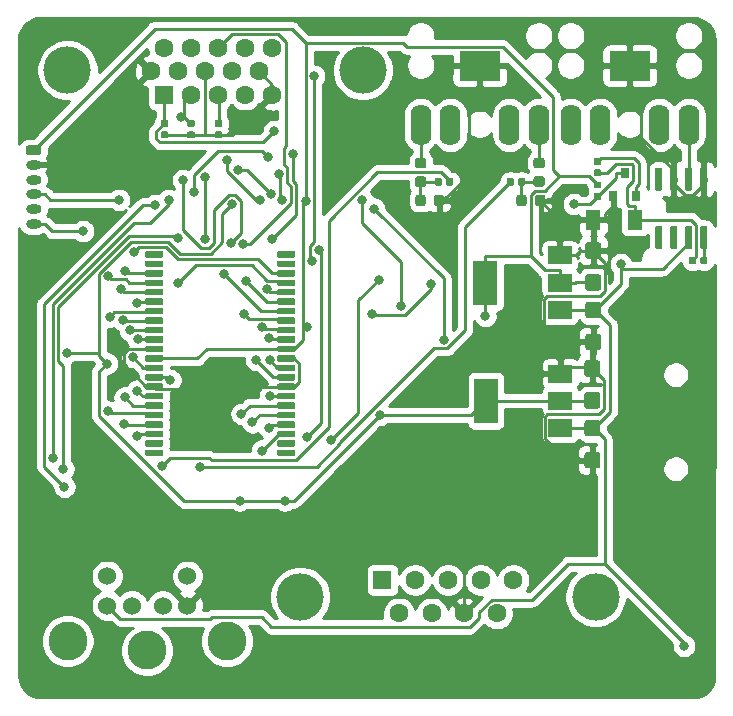
<source format=gbr>
G04 #@! TF.GenerationSoftware,KiCad,Pcbnew,5.1.1-8be2ce7~80~ubuntu18.10.1*
G04 #@! TF.CreationDate,2019-06-22T16:49:51+02:00*
G04 #@! TF.ProjectId,Spartan6,53706172-7461-46e3-962e-6b696361645f,rev?*
G04 #@! TF.SameCoordinates,Original*
G04 #@! TF.FileFunction,Copper,L2,Bot*
G04 #@! TF.FilePolarity,Positive*
%FSLAX46Y46*%
G04 Gerber Fmt 4.6, Leading zero omitted, Abs format (unit mm)*
G04 Created by KiCad (PCBNEW 5.1.1-8be2ce7~80~ubuntu18.10.1) date 2019-06-22 16:49:51*
%MOMM*%
%LPD*%
G04 APERTURE LIST*
%ADD10R,1.300000X1.700000*%
%ADD11R,1.600000X1.600000*%
%ADD12C,1.600000*%
%ADD13C,4.000000*%
%ADD14C,0.100000*%
%ADD15C,0.600000*%
%ADD16C,0.590000*%
%ADD17R,0.800000X0.900000*%
%ADD18R,3.500000X2.500000*%
%ADD19O,1.750000X3.500000*%
%ADD20C,3.300000*%
%ADD21C,1.524000*%
%ADD22C,0.800000*%
%ADD23O,1.300000X0.800000*%
%ADD24C,0.875000*%
%ADD25C,1.350000*%
%ADD26C,0.550000*%
%ADD27R,2.000000X1.500000*%
%ADD28R,2.000000X3.800000*%
%ADD29C,0.250000*%
%ADD30C,0.254000*%
G04 APERTURE END LIST*
D10*
X80467300Y-53990200D03*
X83967300Y-53990200D03*
D11*
X62603400Y-84488000D03*
D12*
X65373400Y-84488000D03*
X68143400Y-84488000D03*
X70913400Y-84488000D03*
X73683400Y-84488000D03*
X63988400Y-87328000D03*
X66758400Y-87328000D03*
X69528400Y-87328000D03*
X72298400Y-87328000D03*
D13*
X55643400Y-85908000D03*
X80643400Y-85908000D03*
D14*
G36*
X86161503Y-54523222D02*
G01*
X86176064Y-54525382D01*
X86190343Y-54528959D01*
X86204203Y-54533918D01*
X86217510Y-54540212D01*
X86230136Y-54547780D01*
X86241959Y-54556548D01*
X86252866Y-54566434D01*
X86262752Y-54577341D01*
X86271520Y-54589164D01*
X86279088Y-54601790D01*
X86285382Y-54615097D01*
X86290341Y-54628957D01*
X86293918Y-54643236D01*
X86296078Y-54657797D01*
X86296800Y-54672500D01*
X86296800Y-56322500D01*
X86296078Y-56337203D01*
X86293918Y-56351764D01*
X86290341Y-56366043D01*
X86285382Y-56379903D01*
X86279088Y-56393210D01*
X86271520Y-56405836D01*
X86262752Y-56417659D01*
X86252866Y-56428566D01*
X86241959Y-56438452D01*
X86230136Y-56447220D01*
X86217510Y-56454788D01*
X86204203Y-56461082D01*
X86190343Y-56466041D01*
X86176064Y-56469618D01*
X86161503Y-56471778D01*
X86146800Y-56472500D01*
X85846800Y-56472500D01*
X85832097Y-56471778D01*
X85817536Y-56469618D01*
X85803257Y-56466041D01*
X85789397Y-56461082D01*
X85776090Y-56454788D01*
X85763464Y-56447220D01*
X85751641Y-56438452D01*
X85740734Y-56428566D01*
X85730848Y-56417659D01*
X85722080Y-56405836D01*
X85714512Y-56393210D01*
X85708218Y-56379903D01*
X85703259Y-56366043D01*
X85699682Y-56351764D01*
X85697522Y-56337203D01*
X85696800Y-56322500D01*
X85696800Y-54672500D01*
X85697522Y-54657797D01*
X85699682Y-54643236D01*
X85703259Y-54628957D01*
X85708218Y-54615097D01*
X85714512Y-54601790D01*
X85722080Y-54589164D01*
X85730848Y-54577341D01*
X85740734Y-54566434D01*
X85751641Y-54556548D01*
X85763464Y-54547780D01*
X85776090Y-54540212D01*
X85789397Y-54533918D01*
X85803257Y-54528959D01*
X85817536Y-54525382D01*
X85832097Y-54523222D01*
X85846800Y-54522500D01*
X86146800Y-54522500D01*
X86161503Y-54523222D01*
X86161503Y-54523222D01*
G37*
D15*
X85996800Y-55497500D03*
D14*
G36*
X87431503Y-54523222D02*
G01*
X87446064Y-54525382D01*
X87460343Y-54528959D01*
X87474203Y-54533918D01*
X87487510Y-54540212D01*
X87500136Y-54547780D01*
X87511959Y-54556548D01*
X87522866Y-54566434D01*
X87532752Y-54577341D01*
X87541520Y-54589164D01*
X87549088Y-54601790D01*
X87555382Y-54615097D01*
X87560341Y-54628957D01*
X87563918Y-54643236D01*
X87566078Y-54657797D01*
X87566800Y-54672500D01*
X87566800Y-56322500D01*
X87566078Y-56337203D01*
X87563918Y-56351764D01*
X87560341Y-56366043D01*
X87555382Y-56379903D01*
X87549088Y-56393210D01*
X87541520Y-56405836D01*
X87532752Y-56417659D01*
X87522866Y-56428566D01*
X87511959Y-56438452D01*
X87500136Y-56447220D01*
X87487510Y-56454788D01*
X87474203Y-56461082D01*
X87460343Y-56466041D01*
X87446064Y-56469618D01*
X87431503Y-56471778D01*
X87416800Y-56472500D01*
X87116800Y-56472500D01*
X87102097Y-56471778D01*
X87087536Y-56469618D01*
X87073257Y-56466041D01*
X87059397Y-56461082D01*
X87046090Y-56454788D01*
X87033464Y-56447220D01*
X87021641Y-56438452D01*
X87010734Y-56428566D01*
X87000848Y-56417659D01*
X86992080Y-56405836D01*
X86984512Y-56393210D01*
X86978218Y-56379903D01*
X86973259Y-56366043D01*
X86969682Y-56351764D01*
X86967522Y-56337203D01*
X86966800Y-56322500D01*
X86966800Y-54672500D01*
X86967522Y-54657797D01*
X86969682Y-54643236D01*
X86973259Y-54628957D01*
X86978218Y-54615097D01*
X86984512Y-54601790D01*
X86992080Y-54589164D01*
X87000848Y-54577341D01*
X87010734Y-54566434D01*
X87021641Y-54556548D01*
X87033464Y-54547780D01*
X87046090Y-54540212D01*
X87059397Y-54533918D01*
X87073257Y-54528959D01*
X87087536Y-54525382D01*
X87102097Y-54523222D01*
X87116800Y-54522500D01*
X87416800Y-54522500D01*
X87431503Y-54523222D01*
X87431503Y-54523222D01*
G37*
D15*
X87266800Y-55497500D03*
D14*
G36*
X88701503Y-54523222D02*
G01*
X88716064Y-54525382D01*
X88730343Y-54528959D01*
X88744203Y-54533918D01*
X88757510Y-54540212D01*
X88770136Y-54547780D01*
X88781959Y-54556548D01*
X88792866Y-54566434D01*
X88802752Y-54577341D01*
X88811520Y-54589164D01*
X88819088Y-54601790D01*
X88825382Y-54615097D01*
X88830341Y-54628957D01*
X88833918Y-54643236D01*
X88836078Y-54657797D01*
X88836800Y-54672500D01*
X88836800Y-56322500D01*
X88836078Y-56337203D01*
X88833918Y-56351764D01*
X88830341Y-56366043D01*
X88825382Y-56379903D01*
X88819088Y-56393210D01*
X88811520Y-56405836D01*
X88802752Y-56417659D01*
X88792866Y-56428566D01*
X88781959Y-56438452D01*
X88770136Y-56447220D01*
X88757510Y-56454788D01*
X88744203Y-56461082D01*
X88730343Y-56466041D01*
X88716064Y-56469618D01*
X88701503Y-56471778D01*
X88686800Y-56472500D01*
X88386800Y-56472500D01*
X88372097Y-56471778D01*
X88357536Y-56469618D01*
X88343257Y-56466041D01*
X88329397Y-56461082D01*
X88316090Y-56454788D01*
X88303464Y-56447220D01*
X88291641Y-56438452D01*
X88280734Y-56428566D01*
X88270848Y-56417659D01*
X88262080Y-56405836D01*
X88254512Y-56393210D01*
X88248218Y-56379903D01*
X88243259Y-56366043D01*
X88239682Y-56351764D01*
X88237522Y-56337203D01*
X88236800Y-56322500D01*
X88236800Y-54672500D01*
X88237522Y-54657797D01*
X88239682Y-54643236D01*
X88243259Y-54628957D01*
X88248218Y-54615097D01*
X88254512Y-54601790D01*
X88262080Y-54589164D01*
X88270848Y-54577341D01*
X88280734Y-54566434D01*
X88291641Y-54556548D01*
X88303464Y-54547780D01*
X88316090Y-54540212D01*
X88329397Y-54533918D01*
X88343257Y-54528959D01*
X88357536Y-54525382D01*
X88372097Y-54523222D01*
X88386800Y-54522500D01*
X88686800Y-54522500D01*
X88701503Y-54523222D01*
X88701503Y-54523222D01*
G37*
D15*
X88536800Y-55497500D03*
D14*
G36*
X89971503Y-54523222D02*
G01*
X89986064Y-54525382D01*
X90000343Y-54528959D01*
X90014203Y-54533918D01*
X90027510Y-54540212D01*
X90040136Y-54547780D01*
X90051959Y-54556548D01*
X90062866Y-54566434D01*
X90072752Y-54577341D01*
X90081520Y-54589164D01*
X90089088Y-54601790D01*
X90095382Y-54615097D01*
X90100341Y-54628957D01*
X90103918Y-54643236D01*
X90106078Y-54657797D01*
X90106800Y-54672500D01*
X90106800Y-56322500D01*
X90106078Y-56337203D01*
X90103918Y-56351764D01*
X90100341Y-56366043D01*
X90095382Y-56379903D01*
X90089088Y-56393210D01*
X90081520Y-56405836D01*
X90072752Y-56417659D01*
X90062866Y-56428566D01*
X90051959Y-56438452D01*
X90040136Y-56447220D01*
X90027510Y-56454788D01*
X90014203Y-56461082D01*
X90000343Y-56466041D01*
X89986064Y-56469618D01*
X89971503Y-56471778D01*
X89956800Y-56472500D01*
X89656800Y-56472500D01*
X89642097Y-56471778D01*
X89627536Y-56469618D01*
X89613257Y-56466041D01*
X89599397Y-56461082D01*
X89586090Y-56454788D01*
X89573464Y-56447220D01*
X89561641Y-56438452D01*
X89550734Y-56428566D01*
X89540848Y-56417659D01*
X89532080Y-56405836D01*
X89524512Y-56393210D01*
X89518218Y-56379903D01*
X89513259Y-56366043D01*
X89509682Y-56351764D01*
X89507522Y-56337203D01*
X89506800Y-56322500D01*
X89506800Y-54672500D01*
X89507522Y-54657797D01*
X89509682Y-54643236D01*
X89513259Y-54628957D01*
X89518218Y-54615097D01*
X89524512Y-54601790D01*
X89532080Y-54589164D01*
X89540848Y-54577341D01*
X89550734Y-54566434D01*
X89561641Y-54556548D01*
X89573464Y-54547780D01*
X89586090Y-54540212D01*
X89599397Y-54533918D01*
X89613257Y-54528959D01*
X89627536Y-54525382D01*
X89642097Y-54523222D01*
X89656800Y-54522500D01*
X89956800Y-54522500D01*
X89971503Y-54523222D01*
X89971503Y-54523222D01*
G37*
D15*
X89806800Y-55497500D03*
D14*
G36*
X89971503Y-49573222D02*
G01*
X89986064Y-49575382D01*
X90000343Y-49578959D01*
X90014203Y-49583918D01*
X90027510Y-49590212D01*
X90040136Y-49597780D01*
X90051959Y-49606548D01*
X90062866Y-49616434D01*
X90072752Y-49627341D01*
X90081520Y-49639164D01*
X90089088Y-49651790D01*
X90095382Y-49665097D01*
X90100341Y-49678957D01*
X90103918Y-49693236D01*
X90106078Y-49707797D01*
X90106800Y-49722500D01*
X90106800Y-51372500D01*
X90106078Y-51387203D01*
X90103918Y-51401764D01*
X90100341Y-51416043D01*
X90095382Y-51429903D01*
X90089088Y-51443210D01*
X90081520Y-51455836D01*
X90072752Y-51467659D01*
X90062866Y-51478566D01*
X90051959Y-51488452D01*
X90040136Y-51497220D01*
X90027510Y-51504788D01*
X90014203Y-51511082D01*
X90000343Y-51516041D01*
X89986064Y-51519618D01*
X89971503Y-51521778D01*
X89956800Y-51522500D01*
X89656800Y-51522500D01*
X89642097Y-51521778D01*
X89627536Y-51519618D01*
X89613257Y-51516041D01*
X89599397Y-51511082D01*
X89586090Y-51504788D01*
X89573464Y-51497220D01*
X89561641Y-51488452D01*
X89550734Y-51478566D01*
X89540848Y-51467659D01*
X89532080Y-51455836D01*
X89524512Y-51443210D01*
X89518218Y-51429903D01*
X89513259Y-51416043D01*
X89509682Y-51401764D01*
X89507522Y-51387203D01*
X89506800Y-51372500D01*
X89506800Y-49722500D01*
X89507522Y-49707797D01*
X89509682Y-49693236D01*
X89513259Y-49678957D01*
X89518218Y-49665097D01*
X89524512Y-49651790D01*
X89532080Y-49639164D01*
X89540848Y-49627341D01*
X89550734Y-49616434D01*
X89561641Y-49606548D01*
X89573464Y-49597780D01*
X89586090Y-49590212D01*
X89599397Y-49583918D01*
X89613257Y-49578959D01*
X89627536Y-49575382D01*
X89642097Y-49573222D01*
X89656800Y-49572500D01*
X89956800Y-49572500D01*
X89971503Y-49573222D01*
X89971503Y-49573222D01*
G37*
D15*
X89806800Y-50547500D03*
D14*
G36*
X88701503Y-49573222D02*
G01*
X88716064Y-49575382D01*
X88730343Y-49578959D01*
X88744203Y-49583918D01*
X88757510Y-49590212D01*
X88770136Y-49597780D01*
X88781959Y-49606548D01*
X88792866Y-49616434D01*
X88802752Y-49627341D01*
X88811520Y-49639164D01*
X88819088Y-49651790D01*
X88825382Y-49665097D01*
X88830341Y-49678957D01*
X88833918Y-49693236D01*
X88836078Y-49707797D01*
X88836800Y-49722500D01*
X88836800Y-51372500D01*
X88836078Y-51387203D01*
X88833918Y-51401764D01*
X88830341Y-51416043D01*
X88825382Y-51429903D01*
X88819088Y-51443210D01*
X88811520Y-51455836D01*
X88802752Y-51467659D01*
X88792866Y-51478566D01*
X88781959Y-51488452D01*
X88770136Y-51497220D01*
X88757510Y-51504788D01*
X88744203Y-51511082D01*
X88730343Y-51516041D01*
X88716064Y-51519618D01*
X88701503Y-51521778D01*
X88686800Y-51522500D01*
X88386800Y-51522500D01*
X88372097Y-51521778D01*
X88357536Y-51519618D01*
X88343257Y-51516041D01*
X88329397Y-51511082D01*
X88316090Y-51504788D01*
X88303464Y-51497220D01*
X88291641Y-51488452D01*
X88280734Y-51478566D01*
X88270848Y-51467659D01*
X88262080Y-51455836D01*
X88254512Y-51443210D01*
X88248218Y-51429903D01*
X88243259Y-51416043D01*
X88239682Y-51401764D01*
X88237522Y-51387203D01*
X88236800Y-51372500D01*
X88236800Y-49722500D01*
X88237522Y-49707797D01*
X88239682Y-49693236D01*
X88243259Y-49678957D01*
X88248218Y-49665097D01*
X88254512Y-49651790D01*
X88262080Y-49639164D01*
X88270848Y-49627341D01*
X88280734Y-49616434D01*
X88291641Y-49606548D01*
X88303464Y-49597780D01*
X88316090Y-49590212D01*
X88329397Y-49583918D01*
X88343257Y-49578959D01*
X88357536Y-49575382D01*
X88372097Y-49573222D01*
X88386800Y-49572500D01*
X88686800Y-49572500D01*
X88701503Y-49573222D01*
X88701503Y-49573222D01*
G37*
D15*
X88536800Y-50547500D03*
D14*
G36*
X87431503Y-49573222D02*
G01*
X87446064Y-49575382D01*
X87460343Y-49578959D01*
X87474203Y-49583918D01*
X87487510Y-49590212D01*
X87500136Y-49597780D01*
X87511959Y-49606548D01*
X87522866Y-49616434D01*
X87532752Y-49627341D01*
X87541520Y-49639164D01*
X87549088Y-49651790D01*
X87555382Y-49665097D01*
X87560341Y-49678957D01*
X87563918Y-49693236D01*
X87566078Y-49707797D01*
X87566800Y-49722500D01*
X87566800Y-51372500D01*
X87566078Y-51387203D01*
X87563918Y-51401764D01*
X87560341Y-51416043D01*
X87555382Y-51429903D01*
X87549088Y-51443210D01*
X87541520Y-51455836D01*
X87532752Y-51467659D01*
X87522866Y-51478566D01*
X87511959Y-51488452D01*
X87500136Y-51497220D01*
X87487510Y-51504788D01*
X87474203Y-51511082D01*
X87460343Y-51516041D01*
X87446064Y-51519618D01*
X87431503Y-51521778D01*
X87416800Y-51522500D01*
X87116800Y-51522500D01*
X87102097Y-51521778D01*
X87087536Y-51519618D01*
X87073257Y-51516041D01*
X87059397Y-51511082D01*
X87046090Y-51504788D01*
X87033464Y-51497220D01*
X87021641Y-51488452D01*
X87010734Y-51478566D01*
X87000848Y-51467659D01*
X86992080Y-51455836D01*
X86984512Y-51443210D01*
X86978218Y-51429903D01*
X86973259Y-51416043D01*
X86969682Y-51401764D01*
X86967522Y-51387203D01*
X86966800Y-51372500D01*
X86966800Y-49722500D01*
X86967522Y-49707797D01*
X86969682Y-49693236D01*
X86973259Y-49678957D01*
X86978218Y-49665097D01*
X86984512Y-49651790D01*
X86992080Y-49639164D01*
X87000848Y-49627341D01*
X87010734Y-49616434D01*
X87021641Y-49606548D01*
X87033464Y-49597780D01*
X87046090Y-49590212D01*
X87059397Y-49583918D01*
X87073257Y-49578959D01*
X87087536Y-49575382D01*
X87102097Y-49573222D01*
X87116800Y-49572500D01*
X87416800Y-49572500D01*
X87431503Y-49573222D01*
X87431503Y-49573222D01*
G37*
D15*
X87266800Y-50547500D03*
D14*
G36*
X86161503Y-49573222D02*
G01*
X86176064Y-49575382D01*
X86190343Y-49578959D01*
X86204203Y-49583918D01*
X86217510Y-49590212D01*
X86230136Y-49597780D01*
X86241959Y-49606548D01*
X86252866Y-49616434D01*
X86262752Y-49627341D01*
X86271520Y-49639164D01*
X86279088Y-49651790D01*
X86285382Y-49665097D01*
X86290341Y-49678957D01*
X86293918Y-49693236D01*
X86296078Y-49707797D01*
X86296800Y-49722500D01*
X86296800Y-51372500D01*
X86296078Y-51387203D01*
X86293918Y-51401764D01*
X86290341Y-51416043D01*
X86285382Y-51429903D01*
X86279088Y-51443210D01*
X86271520Y-51455836D01*
X86262752Y-51467659D01*
X86252866Y-51478566D01*
X86241959Y-51488452D01*
X86230136Y-51497220D01*
X86217510Y-51504788D01*
X86204203Y-51511082D01*
X86190343Y-51516041D01*
X86176064Y-51519618D01*
X86161503Y-51521778D01*
X86146800Y-51522500D01*
X85846800Y-51522500D01*
X85832097Y-51521778D01*
X85817536Y-51519618D01*
X85803257Y-51516041D01*
X85789397Y-51511082D01*
X85776090Y-51504788D01*
X85763464Y-51497220D01*
X85751641Y-51488452D01*
X85740734Y-51478566D01*
X85730848Y-51467659D01*
X85722080Y-51455836D01*
X85714512Y-51443210D01*
X85708218Y-51429903D01*
X85703259Y-51416043D01*
X85699682Y-51401764D01*
X85697522Y-51387203D01*
X85696800Y-51372500D01*
X85696800Y-49722500D01*
X85697522Y-49707797D01*
X85699682Y-49693236D01*
X85703259Y-49678957D01*
X85708218Y-49665097D01*
X85714512Y-49651790D01*
X85722080Y-49639164D01*
X85730848Y-49627341D01*
X85740734Y-49616434D01*
X85751641Y-49606548D01*
X85763464Y-49597780D01*
X85776090Y-49590212D01*
X85789397Y-49583918D01*
X85803257Y-49578959D01*
X85817536Y-49575382D01*
X85832097Y-49573222D01*
X85846800Y-49572500D01*
X86146800Y-49572500D01*
X86161503Y-49573222D01*
X86161503Y-49573222D01*
G37*
D15*
X85996800Y-50547500D03*
D14*
G36*
X81009758Y-48760910D02*
G01*
X81024076Y-48763034D01*
X81038117Y-48766551D01*
X81051746Y-48771428D01*
X81064831Y-48777617D01*
X81077247Y-48785058D01*
X81088873Y-48793681D01*
X81099598Y-48803402D01*
X81109319Y-48814127D01*
X81117942Y-48825753D01*
X81125383Y-48838169D01*
X81131572Y-48851254D01*
X81136449Y-48864883D01*
X81139966Y-48878924D01*
X81142090Y-48893242D01*
X81142800Y-48907700D01*
X81142800Y-49202700D01*
X81142090Y-49217158D01*
X81139966Y-49231476D01*
X81136449Y-49245517D01*
X81131572Y-49259146D01*
X81125383Y-49272231D01*
X81117942Y-49284647D01*
X81109319Y-49296273D01*
X81099598Y-49306998D01*
X81088873Y-49316719D01*
X81077247Y-49325342D01*
X81064831Y-49332783D01*
X81051746Y-49338972D01*
X81038117Y-49343849D01*
X81024076Y-49347366D01*
X81009758Y-49349490D01*
X80995300Y-49350200D01*
X80650300Y-49350200D01*
X80635842Y-49349490D01*
X80621524Y-49347366D01*
X80607483Y-49343849D01*
X80593854Y-49338972D01*
X80580769Y-49332783D01*
X80568353Y-49325342D01*
X80556727Y-49316719D01*
X80546002Y-49306998D01*
X80536281Y-49296273D01*
X80527658Y-49284647D01*
X80520217Y-49272231D01*
X80514028Y-49259146D01*
X80509151Y-49245517D01*
X80505634Y-49231476D01*
X80503510Y-49217158D01*
X80502800Y-49202700D01*
X80502800Y-48907700D01*
X80503510Y-48893242D01*
X80505634Y-48878924D01*
X80509151Y-48864883D01*
X80514028Y-48851254D01*
X80520217Y-48838169D01*
X80527658Y-48825753D01*
X80536281Y-48814127D01*
X80546002Y-48803402D01*
X80556727Y-48793681D01*
X80568353Y-48785058D01*
X80580769Y-48777617D01*
X80593854Y-48771428D01*
X80607483Y-48766551D01*
X80621524Y-48763034D01*
X80635842Y-48760910D01*
X80650300Y-48760200D01*
X80995300Y-48760200D01*
X81009758Y-48760910D01*
X81009758Y-48760910D01*
G37*
D16*
X80822800Y-49055200D03*
D14*
G36*
X81009758Y-49730910D02*
G01*
X81024076Y-49733034D01*
X81038117Y-49736551D01*
X81051746Y-49741428D01*
X81064831Y-49747617D01*
X81077247Y-49755058D01*
X81088873Y-49763681D01*
X81099598Y-49773402D01*
X81109319Y-49784127D01*
X81117942Y-49795753D01*
X81125383Y-49808169D01*
X81131572Y-49821254D01*
X81136449Y-49834883D01*
X81139966Y-49848924D01*
X81142090Y-49863242D01*
X81142800Y-49877700D01*
X81142800Y-50172700D01*
X81142090Y-50187158D01*
X81139966Y-50201476D01*
X81136449Y-50215517D01*
X81131572Y-50229146D01*
X81125383Y-50242231D01*
X81117942Y-50254647D01*
X81109319Y-50266273D01*
X81099598Y-50276998D01*
X81088873Y-50286719D01*
X81077247Y-50295342D01*
X81064831Y-50302783D01*
X81051746Y-50308972D01*
X81038117Y-50313849D01*
X81024076Y-50317366D01*
X81009758Y-50319490D01*
X80995300Y-50320200D01*
X80650300Y-50320200D01*
X80635842Y-50319490D01*
X80621524Y-50317366D01*
X80607483Y-50313849D01*
X80593854Y-50308972D01*
X80580769Y-50302783D01*
X80568353Y-50295342D01*
X80556727Y-50286719D01*
X80546002Y-50276998D01*
X80536281Y-50266273D01*
X80527658Y-50254647D01*
X80520217Y-50242231D01*
X80514028Y-50229146D01*
X80509151Y-50215517D01*
X80505634Y-50201476D01*
X80503510Y-50187158D01*
X80502800Y-50172700D01*
X80502800Y-49877700D01*
X80503510Y-49863242D01*
X80505634Y-49848924D01*
X80509151Y-49834883D01*
X80514028Y-49821254D01*
X80520217Y-49808169D01*
X80527658Y-49795753D01*
X80536281Y-49784127D01*
X80546002Y-49773402D01*
X80556727Y-49763681D01*
X80568353Y-49755058D01*
X80580769Y-49747617D01*
X80593854Y-49741428D01*
X80607483Y-49736551D01*
X80621524Y-49733034D01*
X80635842Y-49730910D01*
X80650300Y-49730200D01*
X80995300Y-49730200D01*
X81009758Y-49730910D01*
X81009758Y-49730910D01*
G37*
D16*
X80822800Y-50025200D03*
D14*
G36*
X81007258Y-50754810D02*
G01*
X81021576Y-50756934D01*
X81035617Y-50760451D01*
X81049246Y-50765328D01*
X81062331Y-50771517D01*
X81074747Y-50778958D01*
X81086373Y-50787581D01*
X81097098Y-50797302D01*
X81106819Y-50808027D01*
X81115442Y-50819653D01*
X81122883Y-50832069D01*
X81129072Y-50845154D01*
X81133949Y-50858783D01*
X81137466Y-50872824D01*
X81139590Y-50887142D01*
X81140300Y-50901600D01*
X81140300Y-51196600D01*
X81139590Y-51211058D01*
X81137466Y-51225376D01*
X81133949Y-51239417D01*
X81129072Y-51253046D01*
X81122883Y-51266131D01*
X81115442Y-51278547D01*
X81106819Y-51290173D01*
X81097098Y-51300898D01*
X81086373Y-51310619D01*
X81074747Y-51319242D01*
X81062331Y-51326683D01*
X81049246Y-51332872D01*
X81035617Y-51337749D01*
X81021576Y-51341266D01*
X81007258Y-51343390D01*
X80992800Y-51344100D01*
X80647800Y-51344100D01*
X80633342Y-51343390D01*
X80619024Y-51341266D01*
X80604983Y-51337749D01*
X80591354Y-51332872D01*
X80578269Y-51326683D01*
X80565853Y-51319242D01*
X80554227Y-51310619D01*
X80543502Y-51300898D01*
X80533781Y-51290173D01*
X80525158Y-51278547D01*
X80517717Y-51266131D01*
X80511528Y-51253046D01*
X80506651Y-51239417D01*
X80503134Y-51225376D01*
X80501010Y-51211058D01*
X80500300Y-51196600D01*
X80500300Y-50901600D01*
X80501010Y-50887142D01*
X80503134Y-50872824D01*
X80506651Y-50858783D01*
X80511528Y-50845154D01*
X80517717Y-50832069D01*
X80525158Y-50819653D01*
X80533781Y-50808027D01*
X80543502Y-50797302D01*
X80554227Y-50787581D01*
X80565853Y-50778958D01*
X80578269Y-50771517D01*
X80591354Y-50765328D01*
X80604983Y-50760451D01*
X80619024Y-50756934D01*
X80633342Y-50754810D01*
X80647800Y-50754100D01*
X80992800Y-50754100D01*
X81007258Y-50754810D01*
X81007258Y-50754810D01*
G37*
D16*
X80820300Y-51049100D03*
D14*
G36*
X81007258Y-51724810D02*
G01*
X81021576Y-51726934D01*
X81035617Y-51730451D01*
X81049246Y-51735328D01*
X81062331Y-51741517D01*
X81074747Y-51748958D01*
X81086373Y-51757581D01*
X81097098Y-51767302D01*
X81106819Y-51778027D01*
X81115442Y-51789653D01*
X81122883Y-51802069D01*
X81129072Y-51815154D01*
X81133949Y-51828783D01*
X81137466Y-51842824D01*
X81139590Y-51857142D01*
X81140300Y-51871600D01*
X81140300Y-52166600D01*
X81139590Y-52181058D01*
X81137466Y-52195376D01*
X81133949Y-52209417D01*
X81129072Y-52223046D01*
X81122883Y-52236131D01*
X81115442Y-52248547D01*
X81106819Y-52260173D01*
X81097098Y-52270898D01*
X81086373Y-52280619D01*
X81074747Y-52289242D01*
X81062331Y-52296683D01*
X81049246Y-52302872D01*
X81035617Y-52307749D01*
X81021576Y-52311266D01*
X81007258Y-52313390D01*
X80992800Y-52314100D01*
X80647800Y-52314100D01*
X80633342Y-52313390D01*
X80619024Y-52311266D01*
X80604983Y-52307749D01*
X80591354Y-52302872D01*
X80578269Y-52296683D01*
X80565853Y-52289242D01*
X80554227Y-52280619D01*
X80543502Y-52270898D01*
X80533781Y-52260173D01*
X80525158Y-52248547D01*
X80517717Y-52236131D01*
X80511528Y-52223046D01*
X80506651Y-52209417D01*
X80503134Y-52195376D01*
X80501010Y-52181058D01*
X80500300Y-52166600D01*
X80500300Y-51871600D01*
X80501010Y-51857142D01*
X80503134Y-51842824D01*
X80506651Y-51828783D01*
X80511528Y-51815154D01*
X80517717Y-51802069D01*
X80525158Y-51789653D01*
X80533781Y-51778027D01*
X80543502Y-51767302D01*
X80554227Y-51757581D01*
X80565853Y-51748958D01*
X80578269Y-51741517D01*
X80591354Y-51735328D01*
X80604983Y-51730451D01*
X80619024Y-51726934D01*
X80633342Y-51724810D01*
X80647800Y-51724100D01*
X80992800Y-51724100D01*
X81007258Y-51724810D01*
X81007258Y-51724810D01*
G37*
D16*
X80820300Y-52019100D03*
D17*
X83108800Y-50013400D03*
X82158800Y-52013400D03*
X84058800Y-52013400D03*
D18*
X83527900Y-40946500D03*
D19*
X88527900Y-45952500D03*
X78527900Y-45952500D03*
X86027900Y-45952500D03*
X81027900Y-45952500D03*
D14*
G36*
X89968558Y-57120310D02*
G01*
X89982876Y-57122434D01*
X89996917Y-57125951D01*
X90010546Y-57130828D01*
X90023631Y-57137017D01*
X90036047Y-57144458D01*
X90047673Y-57153081D01*
X90058398Y-57162802D01*
X90068119Y-57173527D01*
X90076742Y-57185153D01*
X90084183Y-57197569D01*
X90090372Y-57210654D01*
X90095249Y-57224283D01*
X90098766Y-57238324D01*
X90100890Y-57252642D01*
X90101600Y-57267100D01*
X90101600Y-57612100D01*
X90100890Y-57626558D01*
X90098766Y-57640876D01*
X90095249Y-57654917D01*
X90090372Y-57668546D01*
X90084183Y-57681631D01*
X90076742Y-57694047D01*
X90068119Y-57705673D01*
X90058398Y-57716398D01*
X90047673Y-57726119D01*
X90036047Y-57734742D01*
X90023631Y-57742183D01*
X90010546Y-57748372D01*
X89996917Y-57753249D01*
X89982876Y-57756766D01*
X89968558Y-57758890D01*
X89954100Y-57759600D01*
X89659100Y-57759600D01*
X89644642Y-57758890D01*
X89630324Y-57756766D01*
X89616283Y-57753249D01*
X89602654Y-57748372D01*
X89589569Y-57742183D01*
X89577153Y-57734742D01*
X89565527Y-57726119D01*
X89554802Y-57716398D01*
X89545081Y-57705673D01*
X89536458Y-57694047D01*
X89529017Y-57681631D01*
X89522828Y-57668546D01*
X89517951Y-57654917D01*
X89514434Y-57640876D01*
X89512310Y-57626558D01*
X89511600Y-57612100D01*
X89511600Y-57267100D01*
X89512310Y-57252642D01*
X89514434Y-57238324D01*
X89517951Y-57224283D01*
X89522828Y-57210654D01*
X89529017Y-57197569D01*
X89536458Y-57185153D01*
X89545081Y-57173527D01*
X89554802Y-57162802D01*
X89565527Y-57153081D01*
X89577153Y-57144458D01*
X89589569Y-57137017D01*
X89602654Y-57130828D01*
X89616283Y-57125951D01*
X89630324Y-57122434D01*
X89644642Y-57120310D01*
X89659100Y-57119600D01*
X89954100Y-57119600D01*
X89968558Y-57120310D01*
X89968558Y-57120310D01*
G37*
D16*
X89806600Y-57439600D03*
D14*
G36*
X88998558Y-57120310D02*
G01*
X89012876Y-57122434D01*
X89026917Y-57125951D01*
X89040546Y-57130828D01*
X89053631Y-57137017D01*
X89066047Y-57144458D01*
X89077673Y-57153081D01*
X89088398Y-57162802D01*
X89098119Y-57173527D01*
X89106742Y-57185153D01*
X89114183Y-57197569D01*
X89120372Y-57210654D01*
X89125249Y-57224283D01*
X89128766Y-57238324D01*
X89130890Y-57252642D01*
X89131600Y-57267100D01*
X89131600Y-57612100D01*
X89130890Y-57626558D01*
X89128766Y-57640876D01*
X89125249Y-57654917D01*
X89120372Y-57668546D01*
X89114183Y-57681631D01*
X89106742Y-57694047D01*
X89098119Y-57705673D01*
X89088398Y-57716398D01*
X89077673Y-57726119D01*
X89066047Y-57734742D01*
X89053631Y-57742183D01*
X89040546Y-57748372D01*
X89026917Y-57753249D01*
X89012876Y-57756766D01*
X88998558Y-57758890D01*
X88984100Y-57759600D01*
X88689100Y-57759600D01*
X88674642Y-57758890D01*
X88660324Y-57756766D01*
X88646283Y-57753249D01*
X88632654Y-57748372D01*
X88619569Y-57742183D01*
X88607153Y-57734742D01*
X88595527Y-57726119D01*
X88584802Y-57716398D01*
X88575081Y-57705673D01*
X88566458Y-57694047D01*
X88559017Y-57681631D01*
X88552828Y-57668546D01*
X88547951Y-57654917D01*
X88544434Y-57640876D01*
X88542310Y-57626558D01*
X88541600Y-57612100D01*
X88541600Y-57267100D01*
X88542310Y-57252642D01*
X88544434Y-57238324D01*
X88547951Y-57224283D01*
X88552828Y-57210654D01*
X88559017Y-57197569D01*
X88566458Y-57185153D01*
X88575081Y-57173527D01*
X88584802Y-57162802D01*
X88595527Y-57153081D01*
X88607153Y-57144458D01*
X88619569Y-57137017D01*
X88632654Y-57130828D01*
X88646283Y-57125951D01*
X88660324Y-57122434D01*
X88674642Y-57120310D01*
X88689100Y-57119600D01*
X88984100Y-57119600D01*
X88998558Y-57120310D01*
X88998558Y-57120310D01*
G37*
D16*
X88836600Y-57439600D03*
D19*
X68333000Y-45952500D03*
X73333000Y-45952500D03*
X65833000Y-45952500D03*
X75833000Y-45952500D03*
D18*
X70833000Y-40946500D03*
D11*
X44112200Y-43390800D03*
D12*
X46402200Y-43390800D03*
X48692200Y-43390800D03*
X50982200Y-43390800D03*
X53272200Y-43390800D03*
X42967200Y-41410800D03*
X45257200Y-41410800D03*
X47547200Y-41410800D03*
X49837200Y-41410800D03*
X52127200Y-41410800D03*
X44112200Y-39430800D03*
X46402200Y-39430800D03*
X48692200Y-39430800D03*
X50982200Y-39430800D03*
X53272200Y-39430800D03*
D13*
X60927200Y-41340800D03*
X35927200Y-41340800D03*
D20*
X42687200Y-90458600D03*
D21*
X43987200Y-86658600D03*
X41387200Y-86658600D03*
X46087200Y-84158600D03*
X46087200Y-86658600D03*
X39287200Y-84158600D03*
X39287200Y-86658600D03*
D20*
X35937200Y-89658600D03*
X49437200Y-89658600D03*
D14*
G36*
X48914358Y-45549510D02*
G01*
X48928676Y-45551634D01*
X48942717Y-45555151D01*
X48956346Y-45560028D01*
X48969431Y-45566217D01*
X48981847Y-45573658D01*
X48993473Y-45582281D01*
X49004198Y-45592002D01*
X49013919Y-45602727D01*
X49022542Y-45614353D01*
X49029983Y-45626769D01*
X49036172Y-45639854D01*
X49041049Y-45653483D01*
X49044566Y-45667524D01*
X49046690Y-45681842D01*
X49047400Y-45696300D01*
X49047400Y-45991300D01*
X49046690Y-46005758D01*
X49044566Y-46020076D01*
X49041049Y-46034117D01*
X49036172Y-46047746D01*
X49029983Y-46060831D01*
X49022542Y-46073247D01*
X49013919Y-46084873D01*
X49004198Y-46095598D01*
X48993473Y-46105319D01*
X48981847Y-46113942D01*
X48969431Y-46121383D01*
X48956346Y-46127572D01*
X48942717Y-46132449D01*
X48928676Y-46135966D01*
X48914358Y-46138090D01*
X48899900Y-46138800D01*
X48554900Y-46138800D01*
X48540442Y-46138090D01*
X48526124Y-46135966D01*
X48512083Y-46132449D01*
X48498454Y-46127572D01*
X48485369Y-46121383D01*
X48472953Y-46113942D01*
X48461327Y-46105319D01*
X48450602Y-46095598D01*
X48440881Y-46084873D01*
X48432258Y-46073247D01*
X48424817Y-46060831D01*
X48418628Y-46047746D01*
X48413751Y-46034117D01*
X48410234Y-46020076D01*
X48408110Y-46005758D01*
X48407400Y-45991300D01*
X48407400Y-45696300D01*
X48408110Y-45681842D01*
X48410234Y-45667524D01*
X48413751Y-45653483D01*
X48418628Y-45639854D01*
X48424817Y-45626769D01*
X48432258Y-45614353D01*
X48440881Y-45602727D01*
X48450602Y-45592002D01*
X48461327Y-45582281D01*
X48472953Y-45573658D01*
X48485369Y-45566217D01*
X48498454Y-45560028D01*
X48512083Y-45555151D01*
X48526124Y-45551634D01*
X48540442Y-45549510D01*
X48554900Y-45548800D01*
X48899900Y-45548800D01*
X48914358Y-45549510D01*
X48914358Y-45549510D01*
G37*
D16*
X48727400Y-45843800D03*
D14*
G36*
X48914358Y-46519510D02*
G01*
X48928676Y-46521634D01*
X48942717Y-46525151D01*
X48956346Y-46530028D01*
X48969431Y-46536217D01*
X48981847Y-46543658D01*
X48993473Y-46552281D01*
X49004198Y-46562002D01*
X49013919Y-46572727D01*
X49022542Y-46584353D01*
X49029983Y-46596769D01*
X49036172Y-46609854D01*
X49041049Y-46623483D01*
X49044566Y-46637524D01*
X49046690Y-46651842D01*
X49047400Y-46666300D01*
X49047400Y-46961300D01*
X49046690Y-46975758D01*
X49044566Y-46990076D01*
X49041049Y-47004117D01*
X49036172Y-47017746D01*
X49029983Y-47030831D01*
X49022542Y-47043247D01*
X49013919Y-47054873D01*
X49004198Y-47065598D01*
X48993473Y-47075319D01*
X48981847Y-47083942D01*
X48969431Y-47091383D01*
X48956346Y-47097572D01*
X48942717Y-47102449D01*
X48928676Y-47105966D01*
X48914358Y-47108090D01*
X48899900Y-47108800D01*
X48554900Y-47108800D01*
X48540442Y-47108090D01*
X48526124Y-47105966D01*
X48512083Y-47102449D01*
X48498454Y-47097572D01*
X48485369Y-47091383D01*
X48472953Y-47083942D01*
X48461327Y-47075319D01*
X48450602Y-47065598D01*
X48440881Y-47054873D01*
X48432258Y-47043247D01*
X48424817Y-47030831D01*
X48418628Y-47017746D01*
X48413751Y-47004117D01*
X48410234Y-46990076D01*
X48408110Y-46975758D01*
X48407400Y-46961300D01*
X48407400Y-46666300D01*
X48408110Y-46651842D01*
X48410234Y-46637524D01*
X48413751Y-46623483D01*
X48418628Y-46609854D01*
X48424817Y-46596769D01*
X48432258Y-46584353D01*
X48440881Y-46572727D01*
X48450602Y-46562002D01*
X48461327Y-46552281D01*
X48472953Y-46543658D01*
X48485369Y-46536217D01*
X48498454Y-46530028D01*
X48512083Y-46525151D01*
X48526124Y-46521634D01*
X48540442Y-46519510D01*
X48554900Y-46518800D01*
X48899900Y-46518800D01*
X48914358Y-46519510D01*
X48914358Y-46519510D01*
G37*
D16*
X48727400Y-46813800D03*
D14*
G36*
X46574958Y-45549510D02*
G01*
X46589276Y-45551634D01*
X46603317Y-45555151D01*
X46616946Y-45560028D01*
X46630031Y-45566217D01*
X46642447Y-45573658D01*
X46654073Y-45582281D01*
X46664798Y-45592002D01*
X46674519Y-45602727D01*
X46683142Y-45614353D01*
X46690583Y-45626769D01*
X46696772Y-45639854D01*
X46701649Y-45653483D01*
X46705166Y-45667524D01*
X46707290Y-45681842D01*
X46708000Y-45696300D01*
X46708000Y-45991300D01*
X46707290Y-46005758D01*
X46705166Y-46020076D01*
X46701649Y-46034117D01*
X46696772Y-46047746D01*
X46690583Y-46060831D01*
X46683142Y-46073247D01*
X46674519Y-46084873D01*
X46664798Y-46095598D01*
X46654073Y-46105319D01*
X46642447Y-46113942D01*
X46630031Y-46121383D01*
X46616946Y-46127572D01*
X46603317Y-46132449D01*
X46589276Y-46135966D01*
X46574958Y-46138090D01*
X46560500Y-46138800D01*
X46215500Y-46138800D01*
X46201042Y-46138090D01*
X46186724Y-46135966D01*
X46172683Y-46132449D01*
X46159054Y-46127572D01*
X46145969Y-46121383D01*
X46133553Y-46113942D01*
X46121927Y-46105319D01*
X46111202Y-46095598D01*
X46101481Y-46084873D01*
X46092858Y-46073247D01*
X46085417Y-46060831D01*
X46079228Y-46047746D01*
X46074351Y-46034117D01*
X46070834Y-46020076D01*
X46068710Y-46005758D01*
X46068000Y-45991300D01*
X46068000Y-45696300D01*
X46068710Y-45681842D01*
X46070834Y-45667524D01*
X46074351Y-45653483D01*
X46079228Y-45639854D01*
X46085417Y-45626769D01*
X46092858Y-45614353D01*
X46101481Y-45602727D01*
X46111202Y-45592002D01*
X46121927Y-45582281D01*
X46133553Y-45573658D01*
X46145969Y-45566217D01*
X46159054Y-45560028D01*
X46172683Y-45555151D01*
X46186724Y-45551634D01*
X46201042Y-45549510D01*
X46215500Y-45548800D01*
X46560500Y-45548800D01*
X46574958Y-45549510D01*
X46574958Y-45549510D01*
G37*
D16*
X46388000Y-45843800D03*
D14*
G36*
X46574958Y-46519510D02*
G01*
X46589276Y-46521634D01*
X46603317Y-46525151D01*
X46616946Y-46530028D01*
X46630031Y-46536217D01*
X46642447Y-46543658D01*
X46654073Y-46552281D01*
X46664798Y-46562002D01*
X46674519Y-46572727D01*
X46683142Y-46584353D01*
X46690583Y-46596769D01*
X46696772Y-46609854D01*
X46701649Y-46623483D01*
X46705166Y-46637524D01*
X46707290Y-46651842D01*
X46708000Y-46666300D01*
X46708000Y-46961300D01*
X46707290Y-46975758D01*
X46705166Y-46990076D01*
X46701649Y-47004117D01*
X46696772Y-47017746D01*
X46690583Y-47030831D01*
X46683142Y-47043247D01*
X46674519Y-47054873D01*
X46664798Y-47065598D01*
X46654073Y-47075319D01*
X46642447Y-47083942D01*
X46630031Y-47091383D01*
X46616946Y-47097572D01*
X46603317Y-47102449D01*
X46589276Y-47105966D01*
X46574958Y-47108090D01*
X46560500Y-47108800D01*
X46215500Y-47108800D01*
X46201042Y-47108090D01*
X46186724Y-47105966D01*
X46172683Y-47102449D01*
X46159054Y-47097572D01*
X46145969Y-47091383D01*
X46133553Y-47083942D01*
X46121927Y-47075319D01*
X46111202Y-47065598D01*
X46101481Y-47054873D01*
X46092858Y-47043247D01*
X46085417Y-47030831D01*
X46079228Y-47017746D01*
X46074351Y-47004117D01*
X46070834Y-46990076D01*
X46068710Y-46975758D01*
X46068000Y-46961300D01*
X46068000Y-46666300D01*
X46068710Y-46651842D01*
X46070834Y-46637524D01*
X46074351Y-46623483D01*
X46079228Y-46609854D01*
X46085417Y-46596769D01*
X46092858Y-46584353D01*
X46101481Y-46572727D01*
X46111202Y-46562002D01*
X46121927Y-46552281D01*
X46133553Y-46543658D01*
X46145969Y-46536217D01*
X46159054Y-46530028D01*
X46172683Y-46525151D01*
X46186724Y-46521634D01*
X46201042Y-46519510D01*
X46215500Y-46518800D01*
X46560500Y-46518800D01*
X46574958Y-46519510D01*
X46574958Y-46519510D01*
G37*
D16*
X46388000Y-46813800D03*
D14*
G36*
X44322058Y-45549510D02*
G01*
X44336376Y-45551634D01*
X44350417Y-45555151D01*
X44364046Y-45560028D01*
X44377131Y-45566217D01*
X44389547Y-45573658D01*
X44401173Y-45582281D01*
X44411898Y-45592002D01*
X44421619Y-45602727D01*
X44430242Y-45614353D01*
X44437683Y-45626769D01*
X44443872Y-45639854D01*
X44448749Y-45653483D01*
X44452266Y-45667524D01*
X44454390Y-45681842D01*
X44455100Y-45696300D01*
X44455100Y-45991300D01*
X44454390Y-46005758D01*
X44452266Y-46020076D01*
X44448749Y-46034117D01*
X44443872Y-46047746D01*
X44437683Y-46060831D01*
X44430242Y-46073247D01*
X44421619Y-46084873D01*
X44411898Y-46095598D01*
X44401173Y-46105319D01*
X44389547Y-46113942D01*
X44377131Y-46121383D01*
X44364046Y-46127572D01*
X44350417Y-46132449D01*
X44336376Y-46135966D01*
X44322058Y-46138090D01*
X44307600Y-46138800D01*
X43962600Y-46138800D01*
X43948142Y-46138090D01*
X43933824Y-46135966D01*
X43919783Y-46132449D01*
X43906154Y-46127572D01*
X43893069Y-46121383D01*
X43880653Y-46113942D01*
X43869027Y-46105319D01*
X43858302Y-46095598D01*
X43848581Y-46084873D01*
X43839958Y-46073247D01*
X43832517Y-46060831D01*
X43826328Y-46047746D01*
X43821451Y-46034117D01*
X43817934Y-46020076D01*
X43815810Y-46005758D01*
X43815100Y-45991300D01*
X43815100Y-45696300D01*
X43815810Y-45681842D01*
X43817934Y-45667524D01*
X43821451Y-45653483D01*
X43826328Y-45639854D01*
X43832517Y-45626769D01*
X43839958Y-45614353D01*
X43848581Y-45602727D01*
X43858302Y-45592002D01*
X43869027Y-45582281D01*
X43880653Y-45573658D01*
X43893069Y-45566217D01*
X43906154Y-45560028D01*
X43919783Y-45555151D01*
X43933824Y-45551634D01*
X43948142Y-45549510D01*
X43962600Y-45548800D01*
X44307600Y-45548800D01*
X44322058Y-45549510D01*
X44322058Y-45549510D01*
G37*
D16*
X44135100Y-45843800D03*
D14*
G36*
X44322058Y-46519510D02*
G01*
X44336376Y-46521634D01*
X44350417Y-46525151D01*
X44364046Y-46530028D01*
X44377131Y-46536217D01*
X44389547Y-46543658D01*
X44401173Y-46552281D01*
X44411898Y-46562002D01*
X44421619Y-46572727D01*
X44430242Y-46584353D01*
X44437683Y-46596769D01*
X44443872Y-46609854D01*
X44448749Y-46623483D01*
X44452266Y-46637524D01*
X44454390Y-46651842D01*
X44455100Y-46666300D01*
X44455100Y-46961300D01*
X44454390Y-46975758D01*
X44452266Y-46990076D01*
X44448749Y-47004117D01*
X44443872Y-47017746D01*
X44437683Y-47030831D01*
X44430242Y-47043247D01*
X44421619Y-47054873D01*
X44411898Y-47065598D01*
X44401173Y-47075319D01*
X44389547Y-47083942D01*
X44377131Y-47091383D01*
X44364046Y-47097572D01*
X44350417Y-47102449D01*
X44336376Y-47105966D01*
X44322058Y-47108090D01*
X44307600Y-47108800D01*
X43962600Y-47108800D01*
X43948142Y-47108090D01*
X43933824Y-47105966D01*
X43919783Y-47102449D01*
X43906154Y-47097572D01*
X43893069Y-47091383D01*
X43880653Y-47083942D01*
X43869027Y-47075319D01*
X43858302Y-47065598D01*
X43848581Y-47054873D01*
X43839958Y-47043247D01*
X43832517Y-47030831D01*
X43826328Y-47017746D01*
X43821451Y-47004117D01*
X43817934Y-46990076D01*
X43815810Y-46975758D01*
X43815100Y-46961300D01*
X43815100Y-46666300D01*
X43815810Y-46651842D01*
X43817934Y-46637524D01*
X43821451Y-46623483D01*
X43826328Y-46609854D01*
X43832517Y-46596769D01*
X43839958Y-46584353D01*
X43848581Y-46572727D01*
X43858302Y-46562002D01*
X43869027Y-46552281D01*
X43880653Y-46543658D01*
X43893069Y-46536217D01*
X43906154Y-46530028D01*
X43919783Y-46525151D01*
X43933824Y-46521634D01*
X43948142Y-46519510D01*
X43962600Y-46518800D01*
X44307600Y-46518800D01*
X44322058Y-46519510D01*
X44322058Y-46519510D01*
G37*
D16*
X44135100Y-46813800D03*
D14*
G36*
X33525203Y-47693363D02*
G01*
X33544618Y-47696243D01*
X33563657Y-47701012D01*
X33582137Y-47707624D01*
X33599879Y-47716016D01*
X33616714Y-47726106D01*
X33632479Y-47737798D01*
X33647021Y-47750979D01*
X33660202Y-47765521D01*
X33671894Y-47781286D01*
X33681984Y-47798121D01*
X33690376Y-47815863D01*
X33696988Y-47834343D01*
X33701757Y-47853382D01*
X33704637Y-47872797D01*
X33705600Y-47892400D01*
X33705600Y-48292400D01*
X33704637Y-48312003D01*
X33701757Y-48331418D01*
X33696988Y-48350457D01*
X33690376Y-48368937D01*
X33681984Y-48386679D01*
X33671894Y-48403514D01*
X33660202Y-48419279D01*
X33647021Y-48433821D01*
X33632479Y-48447002D01*
X33616714Y-48458694D01*
X33599879Y-48468784D01*
X33582137Y-48477176D01*
X33563657Y-48483788D01*
X33544618Y-48488557D01*
X33525203Y-48491437D01*
X33505600Y-48492400D01*
X32605600Y-48492400D01*
X32585997Y-48491437D01*
X32566582Y-48488557D01*
X32547543Y-48483788D01*
X32529063Y-48477176D01*
X32511321Y-48468784D01*
X32494486Y-48458694D01*
X32478721Y-48447002D01*
X32464179Y-48433821D01*
X32450998Y-48419279D01*
X32439306Y-48403514D01*
X32429216Y-48386679D01*
X32420824Y-48368937D01*
X32414212Y-48350457D01*
X32409443Y-48331418D01*
X32406563Y-48312003D01*
X32405600Y-48292400D01*
X32405600Y-47892400D01*
X32406563Y-47872797D01*
X32409443Y-47853382D01*
X32414212Y-47834343D01*
X32420824Y-47815863D01*
X32429216Y-47798121D01*
X32439306Y-47781286D01*
X32450998Y-47765521D01*
X32464179Y-47750979D01*
X32478721Y-47737798D01*
X32494486Y-47726106D01*
X32511321Y-47716016D01*
X32529063Y-47707624D01*
X32547543Y-47701012D01*
X32566582Y-47696243D01*
X32585997Y-47693363D01*
X32605600Y-47692400D01*
X33505600Y-47692400D01*
X33525203Y-47693363D01*
X33525203Y-47693363D01*
G37*
D22*
X33055600Y-48092400D03*
D23*
X33055600Y-49342400D03*
X33055600Y-50592400D03*
X33055600Y-51842400D03*
X33055600Y-53092400D03*
X33055600Y-54342400D03*
D14*
G36*
X66059091Y-51875453D02*
G01*
X66080326Y-51878603D01*
X66101150Y-51883819D01*
X66121362Y-51891051D01*
X66140768Y-51900230D01*
X66159181Y-51911266D01*
X66176424Y-51924054D01*
X66192330Y-51938470D01*
X66206746Y-51954376D01*
X66219534Y-51971619D01*
X66230570Y-51990032D01*
X66239749Y-52009438D01*
X66246981Y-52029650D01*
X66252197Y-52050474D01*
X66255347Y-52071709D01*
X66256400Y-52093150D01*
X66256400Y-52605650D01*
X66255347Y-52627091D01*
X66252197Y-52648326D01*
X66246981Y-52669150D01*
X66239749Y-52689362D01*
X66230570Y-52708768D01*
X66219534Y-52727181D01*
X66206746Y-52744424D01*
X66192330Y-52760330D01*
X66176424Y-52774746D01*
X66159181Y-52787534D01*
X66140768Y-52798570D01*
X66121362Y-52807749D01*
X66101150Y-52814981D01*
X66080326Y-52820197D01*
X66059091Y-52823347D01*
X66037650Y-52824400D01*
X65600150Y-52824400D01*
X65578709Y-52823347D01*
X65557474Y-52820197D01*
X65536650Y-52814981D01*
X65516438Y-52807749D01*
X65497032Y-52798570D01*
X65478619Y-52787534D01*
X65461376Y-52774746D01*
X65445470Y-52760330D01*
X65431054Y-52744424D01*
X65418266Y-52727181D01*
X65407230Y-52708768D01*
X65398051Y-52689362D01*
X65390819Y-52669150D01*
X65385603Y-52648326D01*
X65382453Y-52627091D01*
X65381400Y-52605650D01*
X65381400Y-52093150D01*
X65382453Y-52071709D01*
X65385603Y-52050474D01*
X65390819Y-52029650D01*
X65398051Y-52009438D01*
X65407230Y-51990032D01*
X65418266Y-51971619D01*
X65431054Y-51954376D01*
X65445470Y-51938470D01*
X65461376Y-51924054D01*
X65478619Y-51911266D01*
X65497032Y-51900230D01*
X65516438Y-51891051D01*
X65536650Y-51883819D01*
X65557474Y-51878603D01*
X65578709Y-51875453D01*
X65600150Y-51874400D01*
X66037650Y-51874400D01*
X66059091Y-51875453D01*
X66059091Y-51875453D01*
G37*
D24*
X65818900Y-52349400D03*
D14*
G36*
X67634091Y-51875453D02*
G01*
X67655326Y-51878603D01*
X67676150Y-51883819D01*
X67696362Y-51891051D01*
X67715768Y-51900230D01*
X67734181Y-51911266D01*
X67751424Y-51924054D01*
X67767330Y-51938470D01*
X67781746Y-51954376D01*
X67794534Y-51971619D01*
X67805570Y-51990032D01*
X67814749Y-52009438D01*
X67821981Y-52029650D01*
X67827197Y-52050474D01*
X67830347Y-52071709D01*
X67831400Y-52093150D01*
X67831400Y-52605650D01*
X67830347Y-52627091D01*
X67827197Y-52648326D01*
X67821981Y-52669150D01*
X67814749Y-52689362D01*
X67805570Y-52708768D01*
X67794534Y-52727181D01*
X67781746Y-52744424D01*
X67767330Y-52760330D01*
X67751424Y-52774746D01*
X67734181Y-52787534D01*
X67715768Y-52798570D01*
X67696362Y-52807749D01*
X67676150Y-52814981D01*
X67655326Y-52820197D01*
X67634091Y-52823347D01*
X67612650Y-52824400D01*
X67175150Y-52824400D01*
X67153709Y-52823347D01*
X67132474Y-52820197D01*
X67111650Y-52814981D01*
X67091438Y-52807749D01*
X67072032Y-52798570D01*
X67053619Y-52787534D01*
X67036376Y-52774746D01*
X67020470Y-52760330D01*
X67006054Y-52744424D01*
X66993266Y-52727181D01*
X66982230Y-52708768D01*
X66973051Y-52689362D01*
X66965819Y-52669150D01*
X66960603Y-52648326D01*
X66957453Y-52627091D01*
X66956400Y-52605650D01*
X66956400Y-52093150D01*
X66957453Y-52071709D01*
X66960603Y-52050474D01*
X66965819Y-52029650D01*
X66973051Y-52009438D01*
X66982230Y-51990032D01*
X66993266Y-51971619D01*
X67006054Y-51954376D01*
X67020470Y-51938470D01*
X67036376Y-51924054D01*
X67053619Y-51911266D01*
X67072032Y-51900230D01*
X67091438Y-51891051D01*
X67111650Y-51883819D01*
X67132474Y-51878603D01*
X67153709Y-51875453D01*
X67175150Y-51874400D01*
X67612650Y-51874400D01*
X67634091Y-51875453D01*
X67634091Y-51875453D01*
G37*
D24*
X67393900Y-52349400D03*
D14*
G36*
X76132291Y-48750553D02*
G01*
X76153526Y-48753703D01*
X76174350Y-48758919D01*
X76194562Y-48766151D01*
X76213968Y-48775330D01*
X76232381Y-48786366D01*
X76249624Y-48799154D01*
X76265530Y-48813570D01*
X76279946Y-48829476D01*
X76292734Y-48846719D01*
X76303770Y-48865132D01*
X76312949Y-48884538D01*
X76320181Y-48904750D01*
X76325397Y-48925574D01*
X76328547Y-48946809D01*
X76329600Y-48968250D01*
X76329600Y-49405750D01*
X76328547Y-49427191D01*
X76325397Y-49448426D01*
X76320181Y-49469250D01*
X76312949Y-49489462D01*
X76303770Y-49508868D01*
X76292734Y-49527281D01*
X76279946Y-49544524D01*
X76265530Y-49560430D01*
X76249624Y-49574846D01*
X76232381Y-49587634D01*
X76213968Y-49598670D01*
X76194562Y-49607849D01*
X76174350Y-49615081D01*
X76153526Y-49620297D01*
X76132291Y-49623447D01*
X76110850Y-49624500D01*
X75598350Y-49624500D01*
X75576909Y-49623447D01*
X75555674Y-49620297D01*
X75534850Y-49615081D01*
X75514638Y-49607849D01*
X75495232Y-49598670D01*
X75476819Y-49587634D01*
X75459576Y-49574846D01*
X75443670Y-49560430D01*
X75429254Y-49544524D01*
X75416466Y-49527281D01*
X75405430Y-49508868D01*
X75396251Y-49489462D01*
X75389019Y-49469250D01*
X75383803Y-49448426D01*
X75380653Y-49427191D01*
X75379600Y-49405750D01*
X75379600Y-48968250D01*
X75380653Y-48946809D01*
X75383803Y-48925574D01*
X75389019Y-48904750D01*
X75396251Y-48884538D01*
X75405430Y-48865132D01*
X75416466Y-48846719D01*
X75429254Y-48829476D01*
X75443670Y-48813570D01*
X75459576Y-48799154D01*
X75476819Y-48786366D01*
X75495232Y-48775330D01*
X75514638Y-48766151D01*
X75534850Y-48758919D01*
X75555674Y-48753703D01*
X75576909Y-48750553D01*
X75598350Y-48749500D01*
X76110850Y-48749500D01*
X76132291Y-48750553D01*
X76132291Y-48750553D01*
G37*
D24*
X75854600Y-49187000D03*
D14*
G36*
X76132291Y-50325553D02*
G01*
X76153526Y-50328703D01*
X76174350Y-50333919D01*
X76194562Y-50341151D01*
X76213968Y-50350330D01*
X76232381Y-50361366D01*
X76249624Y-50374154D01*
X76265530Y-50388570D01*
X76279946Y-50404476D01*
X76292734Y-50421719D01*
X76303770Y-50440132D01*
X76312949Y-50459538D01*
X76320181Y-50479750D01*
X76325397Y-50500574D01*
X76328547Y-50521809D01*
X76329600Y-50543250D01*
X76329600Y-50980750D01*
X76328547Y-51002191D01*
X76325397Y-51023426D01*
X76320181Y-51044250D01*
X76312949Y-51064462D01*
X76303770Y-51083868D01*
X76292734Y-51102281D01*
X76279946Y-51119524D01*
X76265530Y-51135430D01*
X76249624Y-51149846D01*
X76232381Y-51162634D01*
X76213968Y-51173670D01*
X76194562Y-51182849D01*
X76174350Y-51190081D01*
X76153526Y-51195297D01*
X76132291Y-51198447D01*
X76110850Y-51199500D01*
X75598350Y-51199500D01*
X75576909Y-51198447D01*
X75555674Y-51195297D01*
X75534850Y-51190081D01*
X75514638Y-51182849D01*
X75495232Y-51173670D01*
X75476819Y-51162634D01*
X75459576Y-51149846D01*
X75443670Y-51135430D01*
X75429254Y-51119524D01*
X75416466Y-51102281D01*
X75405430Y-51083868D01*
X75396251Y-51064462D01*
X75389019Y-51044250D01*
X75383803Y-51023426D01*
X75380653Y-51002191D01*
X75379600Y-50980750D01*
X75379600Y-50543250D01*
X75380653Y-50521809D01*
X75383803Y-50500574D01*
X75389019Y-50479750D01*
X75396251Y-50459538D01*
X75405430Y-50440132D01*
X75416466Y-50421719D01*
X75429254Y-50404476D01*
X75443670Y-50388570D01*
X75459576Y-50374154D01*
X75476819Y-50361366D01*
X75495232Y-50350330D01*
X75514638Y-50341151D01*
X75534850Y-50333919D01*
X75555674Y-50328703D01*
X75576909Y-50325553D01*
X75598350Y-50324500D01*
X76110850Y-50324500D01*
X76132291Y-50325553D01*
X76132291Y-50325553D01*
G37*
D24*
X75854600Y-50762000D03*
D14*
G36*
X66114491Y-50325553D02*
G01*
X66135726Y-50328703D01*
X66156550Y-50333919D01*
X66176762Y-50341151D01*
X66196168Y-50350330D01*
X66214581Y-50361366D01*
X66231824Y-50374154D01*
X66247730Y-50388570D01*
X66262146Y-50404476D01*
X66274934Y-50421719D01*
X66285970Y-50440132D01*
X66295149Y-50459538D01*
X66302381Y-50479750D01*
X66307597Y-50500574D01*
X66310747Y-50521809D01*
X66311800Y-50543250D01*
X66311800Y-50980750D01*
X66310747Y-51002191D01*
X66307597Y-51023426D01*
X66302381Y-51044250D01*
X66295149Y-51064462D01*
X66285970Y-51083868D01*
X66274934Y-51102281D01*
X66262146Y-51119524D01*
X66247730Y-51135430D01*
X66231824Y-51149846D01*
X66214581Y-51162634D01*
X66196168Y-51173670D01*
X66176762Y-51182849D01*
X66156550Y-51190081D01*
X66135726Y-51195297D01*
X66114491Y-51198447D01*
X66093050Y-51199500D01*
X65580550Y-51199500D01*
X65559109Y-51198447D01*
X65537874Y-51195297D01*
X65517050Y-51190081D01*
X65496838Y-51182849D01*
X65477432Y-51173670D01*
X65459019Y-51162634D01*
X65441776Y-51149846D01*
X65425870Y-51135430D01*
X65411454Y-51119524D01*
X65398666Y-51102281D01*
X65387630Y-51083868D01*
X65378451Y-51064462D01*
X65371219Y-51044250D01*
X65366003Y-51023426D01*
X65362853Y-51002191D01*
X65361800Y-50980750D01*
X65361800Y-50543250D01*
X65362853Y-50521809D01*
X65366003Y-50500574D01*
X65371219Y-50479750D01*
X65378451Y-50459538D01*
X65387630Y-50440132D01*
X65398666Y-50421719D01*
X65411454Y-50404476D01*
X65425870Y-50388570D01*
X65441776Y-50374154D01*
X65459019Y-50361366D01*
X65477432Y-50350330D01*
X65496838Y-50341151D01*
X65517050Y-50333919D01*
X65537874Y-50328703D01*
X65559109Y-50325553D01*
X65580550Y-50324500D01*
X66093050Y-50324500D01*
X66114491Y-50325553D01*
X66114491Y-50325553D01*
G37*
D24*
X65836800Y-50762000D03*
D14*
G36*
X66114491Y-48750553D02*
G01*
X66135726Y-48753703D01*
X66156550Y-48758919D01*
X66176762Y-48766151D01*
X66196168Y-48775330D01*
X66214581Y-48786366D01*
X66231824Y-48799154D01*
X66247730Y-48813570D01*
X66262146Y-48829476D01*
X66274934Y-48846719D01*
X66285970Y-48865132D01*
X66295149Y-48884538D01*
X66302381Y-48904750D01*
X66307597Y-48925574D01*
X66310747Y-48946809D01*
X66311800Y-48968250D01*
X66311800Y-49405750D01*
X66310747Y-49427191D01*
X66307597Y-49448426D01*
X66302381Y-49469250D01*
X66295149Y-49489462D01*
X66285970Y-49508868D01*
X66274934Y-49527281D01*
X66262146Y-49544524D01*
X66247730Y-49560430D01*
X66231824Y-49574846D01*
X66214581Y-49587634D01*
X66196168Y-49598670D01*
X66176762Y-49607849D01*
X66156550Y-49615081D01*
X66135726Y-49620297D01*
X66114491Y-49623447D01*
X66093050Y-49624500D01*
X65580550Y-49624500D01*
X65559109Y-49623447D01*
X65537874Y-49620297D01*
X65517050Y-49615081D01*
X65496838Y-49607849D01*
X65477432Y-49598670D01*
X65459019Y-49587634D01*
X65441776Y-49574846D01*
X65425870Y-49560430D01*
X65411454Y-49544524D01*
X65398666Y-49527281D01*
X65387630Y-49508868D01*
X65378451Y-49489462D01*
X65371219Y-49469250D01*
X65366003Y-49448426D01*
X65362853Y-49427191D01*
X65361800Y-49405750D01*
X65361800Y-48968250D01*
X65362853Y-48946809D01*
X65366003Y-48925574D01*
X65371219Y-48904750D01*
X65378451Y-48884538D01*
X65387630Y-48865132D01*
X65398666Y-48846719D01*
X65411454Y-48829476D01*
X65425870Y-48813570D01*
X65441776Y-48799154D01*
X65459019Y-48786366D01*
X65477432Y-48775330D01*
X65496838Y-48766151D01*
X65517050Y-48758919D01*
X65537874Y-48753703D01*
X65559109Y-48750553D01*
X65580550Y-48749500D01*
X66093050Y-48749500D01*
X66114491Y-48750553D01*
X66114491Y-48750553D01*
G37*
D24*
X65836800Y-49187000D03*
D14*
G36*
X76186291Y-51875453D02*
G01*
X76207526Y-51878603D01*
X76228350Y-51883819D01*
X76248562Y-51891051D01*
X76267968Y-51900230D01*
X76286381Y-51911266D01*
X76303624Y-51924054D01*
X76319530Y-51938470D01*
X76333946Y-51954376D01*
X76346734Y-51971619D01*
X76357770Y-51990032D01*
X76366949Y-52009438D01*
X76374181Y-52029650D01*
X76379397Y-52050474D01*
X76382547Y-52071709D01*
X76383600Y-52093150D01*
X76383600Y-52605650D01*
X76382547Y-52627091D01*
X76379397Y-52648326D01*
X76374181Y-52669150D01*
X76366949Y-52689362D01*
X76357770Y-52708768D01*
X76346734Y-52727181D01*
X76333946Y-52744424D01*
X76319530Y-52760330D01*
X76303624Y-52774746D01*
X76286381Y-52787534D01*
X76267968Y-52798570D01*
X76248562Y-52807749D01*
X76228350Y-52814981D01*
X76207526Y-52820197D01*
X76186291Y-52823347D01*
X76164850Y-52824400D01*
X75727350Y-52824400D01*
X75705909Y-52823347D01*
X75684674Y-52820197D01*
X75663850Y-52814981D01*
X75643638Y-52807749D01*
X75624232Y-52798570D01*
X75605819Y-52787534D01*
X75588576Y-52774746D01*
X75572670Y-52760330D01*
X75558254Y-52744424D01*
X75545466Y-52727181D01*
X75534430Y-52708768D01*
X75525251Y-52689362D01*
X75518019Y-52669150D01*
X75512803Y-52648326D01*
X75509653Y-52627091D01*
X75508600Y-52605650D01*
X75508600Y-52093150D01*
X75509653Y-52071709D01*
X75512803Y-52050474D01*
X75518019Y-52029650D01*
X75525251Y-52009438D01*
X75534430Y-51990032D01*
X75545466Y-51971619D01*
X75558254Y-51954376D01*
X75572670Y-51938470D01*
X75588576Y-51924054D01*
X75605819Y-51911266D01*
X75624232Y-51900230D01*
X75643638Y-51891051D01*
X75663850Y-51883819D01*
X75684674Y-51878603D01*
X75705909Y-51875453D01*
X75727350Y-51874400D01*
X76164850Y-51874400D01*
X76186291Y-51875453D01*
X76186291Y-51875453D01*
G37*
D24*
X75946100Y-52349400D03*
D14*
G36*
X74611291Y-51875453D02*
G01*
X74632526Y-51878603D01*
X74653350Y-51883819D01*
X74673562Y-51891051D01*
X74692968Y-51900230D01*
X74711381Y-51911266D01*
X74728624Y-51924054D01*
X74744530Y-51938470D01*
X74758946Y-51954376D01*
X74771734Y-51971619D01*
X74782770Y-51990032D01*
X74791949Y-52009438D01*
X74799181Y-52029650D01*
X74804397Y-52050474D01*
X74807547Y-52071709D01*
X74808600Y-52093150D01*
X74808600Y-52605650D01*
X74807547Y-52627091D01*
X74804397Y-52648326D01*
X74799181Y-52669150D01*
X74791949Y-52689362D01*
X74782770Y-52708768D01*
X74771734Y-52727181D01*
X74758946Y-52744424D01*
X74744530Y-52760330D01*
X74728624Y-52774746D01*
X74711381Y-52787534D01*
X74692968Y-52798570D01*
X74673562Y-52807749D01*
X74653350Y-52814981D01*
X74632526Y-52820197D01*
X74611291Y-52823347D01*
X74589850Y-52824400D01*
X74152350Y-52824400D01*
X74130909Y-52823347D01*
X74109674Y-52820197D01*
X74088850Y-52814981D01*
X74068638Y-52807749D01*
X74049232Y-52798570D01*
X74030819Y-52787534D01*
X74013576Y-52774746D01*
X73997670Y-52760330D01*
X73983254Y-52744424D01*
X73970466Y-52727181D01*
X73959430Y-52708768D01*
X73950251Y-52689362D01*
X73943019Y-52669150D01*
X73937803Y-52648326D01*
X73934653Y-52627091D01*
X73933600Y-52605650D01*
X73933600Y-52093150D01*
X73934653Y-52071709D01*
X73937803Y-52050474D01*
X73943019Y-52029650D01*
X73950251Y-52009438D01*
X73959430Y-51990032D01*
X73970466Y-51971619D01*
X73983254Y-51954376D01*
X73997670Y-51938470D01*
X74013576Y-51924054D01*
X74030819Y-51911266D01*
X74049232Y-51900230D01*
X74068638Y-51891051D01*
X74088850Y-51883819D01*
X74109674Y-51878603D01*
X74130909Y-51875453D01*
X74152350Y-51874400D01*
X74589850Y-51874400D01*
X74611291Y-51875453D01*
X74611291Y-51875453D01*
G37*
D24*
X74371100Y-52349400D03*
D14*
G36*
X80820205Y-65883504D02*
G01*
X80844473Y-65887104D01*
X80868272Y-65893065D01*
X80891371Y-65901330D01*
X80913550Y-65911820D01*
X80934593Y-65924432D01*
X80954299Y-65939047D01*
X80972477Y-65955523D01*
X80988953Y-65973701D01*
X81003568Y-65993407D01*
X81016180Y-66014450D01*
X81026670Y-66036629D01*
X81034935Y-66059728D01*
X81040896Y-66083527D01*
X81044496Y-66107795D01*
X81045700Y-66132299D01*
X81045700Y-67032301D01*
X81044496Y-67056805D01*
X81040896Y-67081073D01*
X81034935Y-67104872D01*
X81026670Y-67127971D01*
X81016180Y-67150150D01*
X81003568Y-67171193D01*
X80988953Y-67190899D01*
X80972477Y-67209077D01*
X80954299Y-67225553D01*
X80934593Y-67240168D01*
X80913550Y-67252780D01*
X80891371Y-67263270D01*
X80868272Y-67271535D01*
X80844473Y-67277496D01*
X80820205Y-67281096D01*
X80795701Y-67282300D01*
X79945699Y-67282300D01*
X79921195Y-67281096D01*
X79896927Y-67277496D01*
X79873128Y-67271535D01*
X79850029Y-67263270D01*
X79827850Y-67252780D01*
X79806807Y-67240168D01*
X79787101Y-67225553D01*
X79768923Y-67209077D01*
X79752447Y-67190899D01*
X79737832Y-67171193D01*
X79725220Y-67150150D01*
X79714730Y-67127971D01*
X79706465Y-67104872D01*
X79700504Y-67081073D01*
X79696904Y-67056805D01*
X79695700Y-67032301D01*
X79695700Y-66132299D01*
X79696904Y-66107795D01*
X79700504Y-66083527D01*
X79706465Y-66059728D01*
X79714730Y-66036629D01*
X79725220Y-66014450D01*
X79737832Y-65993407D01*
X79752447Y-65973701D01*
X79768923Y-65955523D01*
X79787101Y-65939047D01*
X79806807Y-65924432D01*
X79827850Y-65911820D01*
X79850029Y-65901330D01*
X79873128Y-65893065D01*
X79896927Y-65887104D01*
X79921195Y-65883504D01*
X79945699Y-65882300D01*
X80795701Y-65882300D01*
X80820205Y-65883504D01*
X80820205Y-65883504D01*
G37*
D25*
X80370700Y-66582300D03*
D14*
G36*
X80820205Y-68583504D02*
G01*
X80844473Y-68587104D01*
X80868272Y-68593065D01*
X80891371Y-68601330D01*
X80913550Y-68611820D01*
X80934593Y-68624432D01*
X80954299Y-68639047D01*
X80972477Y-68655523D01*
X80988953Y-68673701D01*
X81003568Y-68693407D01*
X81016180Y-68714450D01*
X81026670Y-68736629D01*
X81034935Y-68759728D01*
X81040896Y-68783527D01*
X81044496Y-68807795D01*
X81045700Y-68832299D01*
X81045700Y-69732301D01*
X81044496Y-69756805D01*
X81040896Y-69781073D01*
X81034935Y-69804872D01*
X81026670Y-69827971D01*
X81016180Y-69850150D01*
X81003568Y-69871193D01*
X80988953Y-69890899D01*
X80972477Y-69909077D01*
X80954299Y-69925553D01*
X80934593Y-69940168D01*
X80913550Y-69952780D01*
X80891371Y-69963270D01*
X80868272Y-69971535D01*
X80844473Y-69977496D01*
X80820205Y-69981096D01*
X80795701Y-69982300D01*
X79945699Y-69982300D01*
X79921195Y-69981096D01*
X79896927Y-69977496D01*
X79873128Y-69971535D01*
X79850029Y-69963270D01*
X79827850Y-69952780D01*
X79806807Y-69940168D01*
X79787101Y-69925553D01*
X79768923Y-69909077D01*
X79752447Y-69890899D01*
X79737832Y-69871193D01*
X79725220Y-69850150D01*
X79714730Y-69827971D01*
X79706465Y-69804872D01*
X79700504Y-69781073D01*
X79696904Y-69756805D01*
X79695700Y-69732301D01*
X79695700Y-68832299D01*
X79696904Y-68807795D01*
X79700504Y-68783527D01*
X79706465Y-68759728D01*
X79714730Y-68736629D01*
X79725220Y-68714450D01*
X79737832Y-68693407D01*
X79752447Y-68673701D01*
X79768923Y-68655523D01*
X79787101Y-68639047D01*
X79806807Y-68624432D01*
X79827850Y-68611820D01*
X79850029Y-68601330D01*
X79873128Y-68593065D01*
X79896927Y-68587104D01*
X79921195Y-68583504D01*
X79945699Y-68582300D01*
X80795701Y-68582300D01*
X80820205Y-68583504D01*
X80820205Y-68583504D01*
G37*
D25*
X80370700Y-69282300D03*
D14*
G36*
X80830405Y-70941904D02*
G01*
X80854673Y-70945504D01*
X80878472Y-70951465D01*
X80901571Y-70959730D01*
X80923750Y-70970220D01*
X80944793Y-70982832D01*
X80964499Y-70997447D01*
X80982677Y-71013923D01*
X80999153Y-71032101D01*
X81013768Y-71051807D01*
X81026380Y-71072850D01*
X81036870Y-71095029D01*
X81045135Y-71118128D01*
X81051096Y-71141927D01*
X81054696Y-71166195D01*
X81055900Y-71190699D01*
X81055900Y-72090701D01*
X81054696Y-72115205D01*
X81051096Y-72139473D01*
X81045135Y-72163272D01*
X81036870Y-72186371D01*
X81026380Y-72208550D01*
X81013768Y-72229593D01*
X80999153Y-72249299D01*
X80982677Y-72267477D01*
X80964499Y-72283953D01*
X80944793Y-72298568D01*
X80923750Y-72311180D01*
X80901571Y-72321670D01*
X80878472Y-72329935D01*
X80854673Y-72335896D01*
X80830405Y-72339496D01*
X80805901Y-72340700D01*
X79955899Y-72340700D01*
X79931395Y-72339496D01*
X79907127Y-72335896D01*
X79883328Y-72329935D01*
X79860229Y-72321670D01*
X79838050Y-72311180D01*
X79817007Y-72298568D01*
X79797301Y-72283953D01*
X79779123Y-72267477D01*
X79762647Y-72249299D01*
X79748032Y-72229593D01*
X79735420Y-72208550D01*
X79724930Y-72186371D01*
X79716665Y-72163272D01*
X79710704Y-72139473D01*
X79707104Y-72115205D01*
X79705900Y-72090701D01*
X79705900Y-71190699D01*
X79707104Y-71166195D01*
X79710704Y-71141927D01*
X79716665Y-71118128D01*
X79724930Y-71095029D01*
X79735420Y-71072850D01*
X79748032Y-71051807D01*
X79762647Y-71032101D01*
X79779123Y-71013923D01*
X79797301Y-70997447D01*
X79817007Y-70982832D01*
X79838050Y-70970220D01*
X79860229Y-70959730D01*
X79883328Y-70951465D01*
X79907127Y-70945504D01*
X79931395Y-70941904D01*
X79955899Y-70940700D01*
X80805901Y-70940700D01*
X80830405Y-70941904D01*
X80830405Y-70941904D01*
G37*
D25*
X80380900Y-71640700D03*
D14*
G36*
X80830405Y-73641904D02*
G01*
X80854673Y-73645504D01*
X80878472Y-73651465D01*
X80901571Y-73659730D01*
X80923750Y-73670220D01*
X80944793Y-73682832D01*
X80964499Y-73697447D01*
X80982677Y-73713923D01*
X80999153Y-73732101D01*
X81013768Y-73751807D01*
X81026380Y-73772850D01*
X81036870Y-73795029D01*
X81045135Y-73818128D01*
X81051096Y-73841927D01*
X81054696Y-73866195D01*
X81055900Y-73890699D01*
X81055900Y-74790701D01*
X81054696Y-74815205D01*
X81051096Y-74839473D01*
X81045135Y-74863272D01*
X81036870Y-74886371D01*
X81026380Y-74908550D01*
X81013768Y-74929593D01*
X80999153Y-74949299D01*
X80982677Y-74967477D01*
X80964499Y-74983953D01*
X80944793Y-74998568D01*
X80923750Y-75011180D01*
X80901571Y-75021670D01*
X80878472Y-75029935D01*
X80854673Y-75035896D01*
X80830405Y-75039496D01*
X80805901Y-75040700D01*
X79955899Y-75040700D01*
X79931395Y-75039496D01*
X79907127Y-75035896D01*
X79883328Y-75029935D01*
X79860229Y-75021670D01*
X79838050Y-75011180D01*
X79817007Y-74998568D01*
X79797301Y-74983953D01*
X79779123Y-74967477D01*
X79762647Y-74949299D01*
X79748032Y-74929593D01*
X79735420Y-74908550D01*
X79724930Y-74886371D01*
X79716665Y-74863272D01*
X79710704Y-74839473D01*
X79707104Y-74815205D01*
X79705900Y-74790701D01*
X79705900Y-73890699D01*
X79707104Y-73866195D01*
X79710704Y-73841927D01*
X79716665Y-73818128D01*
X79724930Y-73795029D01*
X79735420Y-73772850D01*
X79748032Y-73751807D01*
X79762647Y-73732101D01*
X79779123Y-73713923D01*
X79797301Y-73697447D01*
X79817007Y-73682832D01*
X79838050Y-73670220D01*
X79860229Y-73659730D01*
X79883328Y-73651465D01*
X79907127Y-73645504D01*
X79931395Y-73641904D01*
X79955899Y-73640700D01*
X80805901Y-73640700D01*
X80830405Y-73641904D01*
X80830405Y-73641904D01*
G37*
D25*
X80380900Y-74340700D03*
D14*
G36*
X80904005Y-63635604D02*
G01*
X80928273Y-63639204D01*
X80952072Y-63645165D01*
X80975171Y-63653430D01*
X80997350Y-63663920D01*
X81018393Y-63676532D01*
X81038099Y-63691147D01*
X81056277Y-63707623D01*
X81072753Y-63725801D01*
X81087368Y-63745507D01*
X81099980Y-63766550D01*
X81110470Y-63788729D01*
X81118735Y-63811828D01*
X81124696Y-63835627D01*
X81128296Y-63859895D01*
X81129500Y-63884399D01*
X81129500Y-64784401D01*
X81128296Y-64808905D01*
X81124696Y-64833173D01*
X81118735Y-64856972D01*
X81110470Y-64880071D01*
X81099980Y-64902250D01*
X81087368Y-64923293D01*
X81072753Y-64942999D01*
X81056277Y-64961177D01*
X81038099Y-64977653D01*
X81018393Y-64992268D01*
X80997350Y-65004880D01*
X80975171Y-65015370D01*
X80952072Y-65023635D01*
X80928273Y-65029596D01*
X80904005Y-65033196D01*
X80879501Y-65034400D01*
X80029499Y-65034400D01*
X80004995Y-65033196D01*
X79980727Y-65029596D01*
X79956928Y-65023635D01*
X79933829Y-65015370D01*
X79911650Y-65004880D01*
X79890607Y-64992268D01*
X79870901Y-64977653D01*
X79852723Y-64961177D01*
X79836247Y-64942999D01*
X79821632Y-64923293D01*
X79809020Y-64902250D01*
X79798530Y-64880071D01*
X79790265Y-64856972D01*
X79784304Y-64833173D01*
X79780704Y-64808905D01*
X79779500Y-64784401D01*
X79779500Y-63884399D01*
X79780704Y-63859895D01*
X79784304Y-63835627D01*
X79790265Y-63811828D01*
X79798530Y-63788729D01*
X79809020Y-63766550D01*
X79821632Y-63745507D01*
X79836247Y-63725801D01*
X79852723Y-63707623D01*
X79870901Y-63691147D01*
X79890607Y-63676532D01*
X79911650Y-63663920D01*
X79933829Y-63653430D01*
X79956928Y-63645165D01*
X79980727Y-63639204D01*
X80004995Y-63635604D01*
X80029499Y-63634400D01*
X80879501Y-63634400D01*
X80904005Y-63635604D01*
X80904005Y-63635604D01*
G37*
D25*
X80454500Y-64334400D03*
D14*
G36*
X80904005Y-60935604D02*
G01*
X80928273Y-60939204D01*
X80952072Y-60945165D01*
X80975171Y-60953430D01*
X80997350Y-60963920D01*
X81018393Y-60976532D01*
X81038099Y-60991147D01*
X81056277Y-61007623D01*
X81072753Y-61025801D01*
X81087368Y-61045507D01*
X81099980Y-61066550D01*
X81110470Y-61088729D01*
X81118735Y-61111828D01*
X81124696Y-61135627D01*
X81128296Y-61159895D01*
X81129500Y-61184399D01*
X81129500Y-62084401D01*
X81128296Y-62108905D01*
X81124696Y-62133173D01*
X81118735Y-62156972D01*
X81110470Y-62180071D01*
X81099980Y-62202250D01*
X81087368Y-62223293D01*
X81072753Y-62242999D01*
X81056277Y-62261177D01*
X81038099Y-62277653D01*
X81018393Y-62292268D01*
X80997350Y-62304880D01*
X80975171Y-62315370D01*
X80952072Y-62323635D01*
X80928273Y-62329596D01*
X80904005Y-62333196D01*
X80879501Y-62334400D01*
X80029499Y-62334400D01*
X80004995Y-62333196D01*
X79980727Y-62329596D01*
X79956928Y-62323635D01*
X79933829Y-62315370D01*
X79911650Y-62304880D01*
X79890607Y-62292268D01*
X79870901Y-62277653D01*
X79852723Y-62261177D01*
X79836247Y-62242999D01*
X79821632Y-62223293D01*
X79809020Y-62202250D01*
X79798530Y-62180071D01*
X79790265Y-62156972D01*
X79784304Y-62133173D01*
X79780704Y-62108905D01*
X79779500Y-62084401D01*
X79779500Y-61184399D01*
X79780704Y-61159895D01*
X79784304Y-61135627D01*
X79790265Y-61111828D01*
X79798530Y-61088729D01*
X79809020Y-61066550D01*
X79821632Y-61045507D01*
X79836247Y-61025801D01*
X79852723Y-61007623D01*
X79870901Y-60991147D01*
X79890607Y-60976532D01*
X79911650Y-60963920D01*
X79933829Y-60953430D01*
X79956928Y-60945165D01*
X79980727Y-60939204D01*
X80004995Y-60935604D01*
X80029499Y-60934400D01*
X80879501Y-60934400D01*
X80904005Y-60935604D01*
X80904005Y-60935604D01*
G37*
D25*
X80454500Y-61634400D03*
D14*
G36*
X80904005Y-58601304D02*
G01*
X80928273Y-58604904D01*
X80952072Y-58610865D01*
X80975171Y-58619130D01*
X80997350Y-58629620D01*
X81018393Y-58642232D01*
X81038099Y-58656847D01*
X81056277Y-58673323D01*
X81072753Y-58691501D01*
X81087368Y-58711207D01*
X81099980Y-58732250D01*
X81110470Y-58754429D01*
X81118735Y-58777528D01*
X81124696Y-58801327D01*
X81128296Y-58825595D01*
X81129500Y-58850099D01*
X81129500Y-59750101D01*
X81128296Y-59774605D01*
X81124696Y-59798873D01*
X81118735Y-59822672D01*
X81110470Y-59845771D01*
X81099980Y-59867950D01*
X81087368Y-59888993D01*
X81072753Y-59908699D01*
X81056277Y-59926877D01*
X81038099Y-59943353D01*
X81018393Y-59957968D01*
X80997350Y-59970580D01*
X80975171Y-59981070D01*
X80952072Y-59989335D01*
X80928273Y-59995296D01*
X80904005Y-59998896D01*
X80879501Y-60000100D01*
X80029499Y-60000100D01*
X80004995Y-59998896D01*
X79980727Y-59995296D01*
X79956928Y-59989335D01*
X79933829Y-59981070D01*
X79911650Y-59970580D01*
X79890607Y-59957968D01*
X79870901Y-59943353D01*
X79852723Y-59926877D01*
X79836247Y-59908699D01*
X79821632Y-59888993D01*
X79809020Y-59867950D01*
X79798530Y-59845771D01*
X79790265Y-59822672D01*
X79784304Y-59798873D01*
X79780704Y-59774605D01*
X79779500Y-59750101D01*
X79779500Y-58850099D01*
X79780704Y-58825595D01*
X79784304Y-58801327D01*
X79790265Y-58777528D01*
X79798530Y-58754429D01*
X79809020Y-58732250D01*
X79821632Y-58711207D01*
X79836247Y-58691501D01*
X79852723Y-58673323D01*
X79870901Y-58656847D01*
X79890607Y-58642232D01*
X79911650Y-58629620D01*
X79933829Y-58619130D01*
X79956928Y-58610865D01*
X79980727Y-58604904D01*
X80004995Y-58601304D01*
X80029499Y-58600100D01*
X80879501Y-58600100D01*
X80904005Y-58601304D01*
X80904005Y-58601304D01*
G37*
D25*
X80454500Y-59300100D03*
D14*
G36*
X80904005Y-55901304D02*
G01*
X80928273Y-55904904D01*
X80952072Y-55910865D01*
X80975171Y-55919130D01*
X80997350Y-55929620D01*
X81018393Y-55942232D01*
X81038099Y-55956847D01*
X81056277Y-55973323D01*
X81072753Y-55991501D01*
X81087368Y-56011207D01*
X81099980Y-56032250D01*
X81110470Y-56054429D01*
X81118735Y-56077528D01*
X81124696Y-56101327D01*
X81128296Y-56125595D01*
X81129500Y-56150099D01*
X81129500Y-57050101D01*
X81128296Y-57074605D01*
X81124696Y-57098873D01*
X81118735Y-57122672D01*
X81110470Y-57145771D01*
X81099980Y-57167950D01*
X81087368Y-57188993D01*
X81072753Y-57208699D01*
X81056277Y-57226877D01*
X81038099Y-57243353D01*
X81018393Y-57257968D01*
X80997350Y-57270580D01*
X80975171Y-57281070D01*
X80952072Y-57289335D01*
X80928273Y-57295296D01*
X80904005Y-57298896D01*
X80879501Y-57300100D01*
X80029499Y-57300100D01*
X80004995Y-57298896D01*
X79980727Y-57295296D01*
X79956928Y-57289335D01*
X79933829Y-57281070D01*
X79911650Y-57270580D01*
X79890607Y-57257968D01*
X79870901Y-57243353D01*
X79852723Y-57226877D01*
X79836247Y-57208699D01*
X79821632Y-57188993D01*
X79809020Y-57167950D01*
X79798530Y-57145771D01*
X79790265Y-57122672D01*
X79784304Y-57098873D01*
X79780704Y-57074605D01*
X79779500Y-57050101D01*
X79779500Y-56150099D01*
X79780704Y-56125595D01*
X79784304Y-56101327D01*
X79790265Y-56077528D01*
X79798530Y-56054429D01*
X79809020Y-56032250D01*
X79821632Y-56011207D01*
X79836247Y-55991501D01*
X79852723Y-55973323D01*
X79870901Y-55956847D01*
X79890607Y-55942232D01*
X79911650Y-55929620D01*
X79933829Y-55919130D01*
X79956928Y-55910865D01*
X79980727Y-55904904D01*
X80004995Y-55901304D01*
X80029499Y-55900100D01*
X80879501Y-55900100D01*
X80904005Y-55901304D01*
X80904005Y-55901304D01*
G37*
D25*
X80454500Y-56600100D03*
D14*
G36*
X43920577Y-73454462D02*
G01*
X43933925Y-73456442D01*
X43947014Y-73459721D01*
X43959719Y-73464267D01*
X43971917Y-73470036D01*
X43983491Y-73476973D01*
X43994329Y-73485011D01*
X44004327Y-73494073D01*
X44013389Y-73504071D01*
X44021427Y-73514909D01*
X44028364Y-73526483D01*
X44034133Y-73538681D01*
X44038679Y-73551386D01*
X44041958Y-73564475D01*
X44043938Y-73577823D01*
X44044600Y-73591300D01*
X44044600Y-73866300D01*
X44043938Y-73879777D01*
X44041958Y-73893125D01*
X44038679Y-73906214D01*
X44034133Y-73918919D01*
X44028364Y-73931117D01*
X44021427Y-73942691D01*
X44013389Y-73953529D01*
X44004327Y-73963527D01*
X43994329Y-73972589D01*
X43983491Y-73980627D01*
X43971917Y-73987564D01*
X43959719Y-73993333D01*
X43947014Y-73997879D01*
X43933925Y-74001158D01*
X43920577Y-74003138D01*
X43907100Y-74003800D01*
X42657100Y-74003800D01*
X42643623Y-74003138D01*
X42630275Y-74001158D01*
X42617186Y-73997879D01*
X42604481Y-73993333D01*
X42592283Y-73987564D01*
X42580709Y-73980627D01*
X42569871Y-73972589D01*
X42559873Y-73963527D01*
X42550811Y-73953529D01*
X42542773Y-73942691D01*
X42535836Y-73931117D01*
X42530067Y-73918919D01*
X42525521Y-73906214D01*
X42522242Y-73893125D01*
X42520262Y-73879777D01*
X42519600Y-73866300D01*
X42519600Y-73591300D01*
X42520262Y-73577823D01*
X42522242Y-73564475D01*
X42525521Y-73551386D01*
X42530067Y-73538681D01*
X42535836Y-73526483D01*
X42542773Y-73514909D01*
X42550811Y-73504071D01*
X42559873Y-73494073D01*
X42569871Y-73485011D01*
X42580709Y-73476973D01*
X42592283Y-73470036D01*
X42604481Y-73464267D01*
X42617186Y-73459721D01*
X42630275Y-73456442D01*
X42643623Y-73454462D01*
X42657100Y-73453800D01*
X43907100Y-73453800D01*
X43920577Y-73454462D01*
X43920577Y-73454462D01*
G37*
D26*
X43282100Y-73728800D03*
D14*
G36*
X43920577Y-72654462D02*
G01*
X43933925Y-72656442D01*
X43947014Y-72659721D01*
X43959719Y-72664267D01*
X43971917Y-72670036D01*
X43983491Y-72676973D01*
X43994329Y-72685011D01*
X44004327Y-72694073D01*
X44013389Y-72704071D01*
X44021427Y-72714909D01*
X44028364Y-72726483D01*
X44034133Y-72738681D01*
X44038679Y-72751386D01*
X44041958Y-72764475D01*
X44043938Y-72777823D01*
X44044600Y-72791300D01*
X44044600Y-73066300D01*
X44043938Y-73079777D01*
X44041958Y-73093125D01*
X44038679Y-73106214D01*
X44034133Y-73118919D01*
X44028364Y-73131117D01*
X44021427Y-73142691D01*
X44013389Y-73153529D01*
X44004327Y-73163527D01*
X43994329Y-73172589D01*
X43983491Y-73180627D01*
X43971917Y-73187564D01*
X43959719Y-73193333D01*
X43947014Y-73197879D01*
X43933925Y-73201158D01*
X43920577Y-73203138D01*
X43907100Y-73203800D01*
X42657100Y-73203800D01*
X42643623Y-73203138D01*
X42630275Y-73201158D01*
X42617186Y-73197879D01*
X42604481Y-73193333D01*
X42592283Y-73187564D01*
X42580709Y-73180627D01*
X42569871Y-73172589D01*
X42559873Y-73163527D01*
X42550811Y-73153529D01*
X42542773Y-73142691D01*
X42535836Y-73131117D01*
X42530067Y-73118919D01*
X42525521Y-73106214D01*
X42522242Y-73093125D01*
X42520262Y-73079777D01*
X42519600Y-73066300D01*
X42519600Y-72791300D01*
X42520262Y-72777823D01*
X42522242Y-72764475D01*
X42525521Y-72751386D01*
X42530067Y-72738681D01*
X42535836Y-72726483D01*
X42542773Y-72714909D01*
X42550811Y-72704071D01*
X42559873Y-72694073D01*
X42569871Y-72685011D01*
X42580709Y-72676973D01*
X42592283Y-72670036D01*
X42604481Y-72664267D01*
X42617186Y-72659721D01*
X42630275Y-72656442D01*
X42643623Y-72654462D01*
X42657100Y-72653800D01*
X43907100Y-72653800D01*
X43920577Y-72654462D01*
X43920577Y-72654462D01*
G37*
D26*
X43282100Y-72928800D03*
D14*
G36*
X43920577Y-71854462D02*
G01*
X43933925Y-71856442D01*
X43947014Y-71859721D01*
X43959719Y-71864267D01*
X43971917Y-71870036D01*
X43983491Y-71876973D01*
X43994329Y-71885011D01*
X44004327Y-71894073D01*
X44013389Y-71904071D01*
X44021427Y-71914909D01*
X44028364Y-71926483D01*
X44034133Y-71938681D01*
X44038679Y-71951386D01*
X44041958Y-71964475D01*
X44043938Y-71977823D01*
X44044600Y-71991300D01*
X44044600Y-72266300D01*
X44043938Y-72279777D01*
X44041958Y-72293125D01*
X44038679Y-72306214D01*
X44034133Y-72318919D01*
X44028364Y-72331117D01*
X44021427Y-72342691D01*
X44013389Y-72353529D01*
X44004327Y-72363527D01*
X43994329Y-72372589D01*
X43983491Y-72380627D01*
X43971917Y-72387564D01*
X43959719Y-72393333D01*
X43947014Y-72397879D01*
X43933925Y-72401158D01*
X43920577Y-72403138D01*
X43907100Y-72403800D01*
X42657100Y-72403800D01*
X42643623Y-72403138D01*
X42630275Y-72401158D01*
X42617186Y-72397879D01*
X42604481Y-72393333D01*
X42592283Y-72387564D01*
X42580709Y-72380627D01*
X42569871Y-72372589D01*
X42559873Y-72363527D01*
X42550811Y-72353529D01*
X42542773Y-72342691D01*
X42535836Y-72331117D01*
X42530067Y-72318919D01*
X42525521Y-72306214D01*
X42522242Y-72293125D01*
X42520262Y-72279777D01*
X42519600Y-72266300D01*
X42519600Y-71991300D01*
X42520262Y-71977823D01*
X42522242Y-71964475D01*
X42525521Y-71951386D01*
X42530067Y-71938681D01*
X42535836Y-71926483D01*
X42542773Y-71914909D01*
X42550811Y-71904071D01*
X42559873Y-71894073D01*
X42569871Y-71885011D01*
X42580709Y-71876973D01*
X42592283Y-71870036D01*
X42604481Y-71864267D01*
X42617186Y-71859721D01*
X42630275Y-71856442D01*
X42643623Y-71854462D01*
X42657100Y-71853800D01*
X43907100Y-71853800D01*
X43920577Y-71854462D01*
X43920577Y-71854462D01*
G37*
D26*
X43282100Y-72128800D03*
D14*
G36*
X43920577Y-71054462D02*
G01*
X43933925Y-71056442D01*
X43947014Y-71059721D01*
X43959719Y-71064267D01*
X43971917Y-71070036D01*
X43983491Y-71076973D01*
X43994329Y-71085011D01*
X44004327Y-71094073D01*
X44013389Y-71104071D01*
X44021427Y-71114909D01*
X44028364Y-71126483D01*
X44034133Y-71138681D01*
X44038679Y-71151386D01*
X44041958Y-71164475D01*
X44043938Y-71177823D01*
X44044600Y-71191300D01*
X44044600Y-71466300D01*
X44043938Y-71479777D01*
X44041958Y-71493125D01*
X44038679Y-71506214D01*
X44034133Y-71518919D01*
X44028364Y-71531117D01*
X44021427Y-71542691D01*
X44013389Y-71553529D01*
X44004327Y-71563527D01*
X43994329Y-71572589D01*
X43983491Y-71580627D01*
X43971917Y-71587564D01*
X43959719Y-71593333D01*
X43947014Y-71597879D01*
X43933925Y-71601158D01*
X43920577Y-71603138D01*
X43907100Y-71603800D01*
X42657100Y-71603800D01*
X42643623Y-71603138D01*
X42630275Y-71601158D01*
X42617186Y-71597879D01*
X42604481Y-71593333D01*
X42592283Y-71587564D01*
X42580709Y-71580627D01*
X42569871Y-71572589D01*
X42559873Y-71563527D01*
X42550811Y-71553529D01*
X42542773Y-71542691D01*
X42535836Y-71531117D01*
X42530067Y-71518919D01*
X42525521Y-71506214D01*
X42522242Y-71493125D01*
X42520262Y-71479777D01*
X42519600Y-71466300D01*
X42519600Y-71191300D01*
X42520262Y-71177823D01*
X42522242Y-71164475D01*
X42525521Y-71151386D01*
X42530067Y-71138681D01*
X42535836Y-71126483D01*
X42542773Y-71114909D01*
X42550811Y-71104071D01*
X42559873Y-71094073D01*
X42569871Y-71085011D01*
X42580709Y-71076973D01*
X42592283Y-71070036D01*
X42604481Y-71064267D01*
X42617186Y-71059721D01*
X42630275Y-71056442D01*
X42643623Y-71054462D01*
X42657100Y-71053800D01*
X43907100Y-71053800D01*
X43920577Y-71054462D01*
X43920577Y-71054462D01*
G37*
D26*
X43282100Y-71328800D03*
D14*
G36*
X43920577Y-70254462D02*
G01*
X43933925Y-70256442D01*
X43947014Y-70259721D01*
X43959719Y-70264267D01*
X43971917Y-70270036D01*
X43983491Y-70276973D01*
X43994329Y-70285011D01*
X44004327Y-70294073D01*
X44013389Y-70304071D01*
X44021427Y-70314909D01*
X44028364Y-70326483D01*
X44034133Y-70338681D01*
X44038679Y-70351386D01*
X44041958Y-70364475D01*
X44043938Y-70377823D01*
X44044600Y-70391300D01*
X44044600Y-70666300D01*
X44043938Y-70679777D01*
X44041958Y-70693125D01*
X44038679Y-70706214D01*
X44034133Y-70718919D01*
X44028364Y-70731117D01*
X44021427Y-70742691D01*
X44013389Y-70753529D01*
X44004327Y-70763527D01*
X43994329Y-70772589D01*
X43983491Y-70780627D01*
X43971917Y-70787564D01*
X43959719Y-70793333D01*
X43947014Y-70797879D01*
X43933925Y-70801158D01*
X43920577Y-70803138D01*
X43907100Y-70803800D01*
X42657100Y-70803800D01*
X42643623Y-70803138D01*
X42630275Y-70801158D01*
X42617186Y-70797879D01*
X42604481Y-70793333D01*
X42592283Y-70787564D01*
X42580709Y-70780627D01*
X42569871Y-70772589D01*
X42559873Y-70763527D01*
X42550811Y-70753529D01*
X42542773Y-70742691D01*
X42535836Y-70731117D01*
X42530067Y-70718919D01*
X42525521Y-70706214D01*
X42522242Y-70693125D01*
X42520262Y-70679777D01*
X42519600Y-70666300D01*
X42519600Y-70391300D01*
X42520262Y-70377823D01*
X42522242Y-70364475D01*
X42525521Y-70351386D01*
X42530067Y-70338681D01*
X42535836Y-70326483D01*
X42542773Y-70314909D01*
X42550811Y-70304071D01*
X42559873Y-70294073D01*
X42569871Y-70285011D01*
X42580709Y-70276973D01*
X42592283Y-70270036D01*
X42604481Y-70264267D01*
X42617186Y-70259721D01*
X42630275Y-70256442D01*
X42643623Y-70254462D01*
X42657100Y-70253800D01*
X43907100Y-70253800D01*
X43920577Y-70254462D01*
X43920577Y-70254462D01*
G37*
D26*
X43282100Y-70528800D03*
D14*
G36*
X43920577Y-69454462D02*
G01*
X43933925Y-69456442D01*
X43947014Y-69459721D01*
X43959719Y-69464267D01*
X43971917Y-69470036D01*
X43983491Y-69476973D01*
X43994329Y-69485011D01*
X44004327Y-69494073D01*
X44013389Y-69504071D01*
X44021427Y-69514909D01*
X44028364Y-69526483D01*
X44034133Y-69538681D01*
X44038679Y-69551386D01*
X44041958Y-69564475D01*
X44043938Y-69577823D01*
X44044600Y-69591300D01*
X44044600Y-69866300D01*
X44043938Y-69879777D01*
X44041958Y-69893125D01*
X44038679Y-69906214D01*
X44034133Y-69918919D01*
X44028364Y-69931117D01*
X44021427Y-69942691D01*
X44013389Y-69953529D01*
X44004327Y-69963527D01*
X43994329Y-69972589D01*
X43983491Y-69980627D01*
X43971917Y-69987564D01*
X43959719Y-69993333D01*
X43947014Y-69997879D01*
X43933925Y-70001158D01*
X43920577Y-70003138D01*
X43907100Y-70003800D01*
X42657100Y-70003800D01*
X42643623Y-70003138D01*
X42630275Y-70001158D01*
X42617186Y-69997879D01*
X42604481Y-69993333D01*
X42592283Y-69987564D01*
X42580709Y-69980627D01*
X42569871Y-69972589D01*
X42559873Y-69963527D01*
X42550811Y-69953529D01*
X42542773Y-69942691D01*
X42535836Y-69931117D01*
X42530067Y-69918919D01*
X42525521Y-69906214D01*
X42522242Y-69893125D01*
X42520262Y-69879777D01*
X42519600Y-69866300D01*
X42519600Y-69591300D01*
X42520262Y-69577823D01*
X42522242Y-69564475D01*
X42525521Y-69551386D01*
X42530067Y-69538681D01*
X42535836Y-69526483D01*
X42542773Y-69514909D01*
X42550811Y-69504071D01*
X42559873Y-69494073D01*
X42569871Y-69485011D01*
X42580709Y-69476973D01*
X42592283Y-69470036D01*
X42604481Y-69464267D01*
X42617186Y-69459721D01*
X42630275Y-69456442D01*
X42643623Y-69454462D01*
X42657100Y-69453800D01*
X43907100Y-69453800D01*
X43920577Y-69454462D01*
X43920577Y-69454462D01*
G37*
D26*
X43282100Y-69728800D03*
D14*
G36*
X43920577Y-68654462D02*
G01*
X43933925Y-68656442D01*
X43947014Y-68659721D01*
X43959719Y-68664267D01*
X43971917Y-68670036D01*
X43983491Y-68676973D01*
X43994329Y-68685011D01*
X44004327Y-68694073D01*
X44013389Y-68704071D01*
X44021427Y-68714909D01*
X44028364Y-68726483D01*
X44034133Y-68738681D01*
X44038679Y-68751386D01*
X44041958Y-68764475D01*
X44043938Y-68777823D01*
X44044600Y-68791300D01*
X44044600Y-69066300D01*
X44043938Y-69079777D01*
X44041958Y-69093125D01*
X44038679Y-69106214D01*
X44034133Y-69118919D01*
X44028364Y-69131117D01*
X44021427Y-69142691D01*
X44013389Y-69153529D01*
X44004327Y-69163527D01*
X43994329Y-69172589D01*
X43983491Y-69180627D01*
X43971917Y-69187564D01*
X43959719Y-69193333D01*
X43947014Y-69197879D01*
X43933925Y-69201158D01*
X43920577Y-69203138D01*
X43907100Y-69203800D01*
X42657100Y-69203800D01*
X42643623Y-69203138D01*
X42630275Y-69201158D01*
X42617186Y-69197879D01*
X42604481Y-69193333D01*
X42592283Y-69187564D01*
X42580709Y-69180627D01*
X42569871Y-69172589D01*
X42559873Y-69163527D01*
X42550811Y-69153529D01*
X42542773Y-69142691D01*
X42535836Y-69131117D01*
X42530067Y-69118919D01*
X42525521Y-69106214D01*
X42522242Y-69093125D01*
X42520262Y-69079777D01*
X42519600Y-69066300D01*
X42519600Y-68791300D01*
X42520262Y-68777823D01*
X42522242Y-68764475D01*
X42525521Y-68751386D01*
X42530067Y-68738681D01*
X42535836Y-68726483D01*
X42542773Y-68714909D01*
X42550811Y-68704071D01*
X42559873Y-68694073D01*
X42569871Y-68685011D01*
X42580709Y-68676973D01*
X42592283Y-68670036D01*
X42604481Y-68664267D01*
X42617186Y-68659721D01*
X42630275Y-68656442D01*
X42643623Y-68654462D01*
X42657100Y-68653800D01*
X43907100Y-68653800D01*
X43920577Y-68654462D01*
X43920577Y-68654462D01*
G37*
D26*
X43282100Y-68928800D03*
D14*
G36*
X43920577Y-67854462D02*
G01*
X43933925Y-67856442D01*
X43947014Y-67859721D01*
X43959719Y-67864267D01*
X43971917Y-67870036D01*
X43983491Y-67876973D01*
X43994329Y-67885011D01*
X44004327Y-67894073D01*
X44013389Y-67904071D01*
X44021427Y-67914909D01*
X44028364Y-67926483D01*
X44034133Y-67938681D01*
X44038679Y-67951386D01*
X44041958Y-67964475D01*
X44043938Y-67977823D01*
X44044600Y-67991300D01*
X44044600Y-68266300D01*
X44043938Y-68279777D01*
X44041958Y-68293125D01*
X44038679Y-68306214D01*
X44034133Y-68318919D01*
X44028364Y-68331117D01*
X44021427Y-68342691D01*
X44013389Y-68353529D01*
X44004327Y-68363527D01*
X43994329Y-68372589D01*
X43983491Y-68380627D01*
X43971917Y-68387564D01*
X43959719Y-68393333D01*
X43947014Y-68397879D01*
X43933925Y-68401158D01*
X43920577Y-68403138D01*
X43907100Y-68403800D01*
X42657100Y-68403800D01*
X42643623Y-68403138D01*
X42630275Y-68401158D01*
X42617186Y-68397879D01*
X42604481Y-68393333D01*
X42592283Y-68387564D01*
X42580709Y-68380627D01*
X42569871Y-68372589D01*
X42559873Y-68363527D01*
X42550811Y-68353529D01*
X42542773Y-68342691D01*
X42535836Y-68331117D01*
X42530067Y-68318919D01*
X42525521Y-68306214D01*
X42522242Y-68293125D01*
X42520262Y-68279777D01*
X42519600Y-68266300D01*
X42519600Y-67991300D01*
X42520262Y-67977823D01*
X42522242Y-67964475D01*
X42525521Y-67951386D01*
X42530067Y-67938681D01*
X42535836Y-67926483D01*
X42542773Y-67914909D01*
X42550811Y-67904071D01*
X42559873Y-67894073D01*
X42569871Y-67885011D01*
X42580709Y-67876973D01*
X42592283Y-67870036D01*
X42604481Y-67864267D01*
X42617186Y-67859721D01*
X42630275Y-67856442D01*
X42643623Y-67854462D01*
X42657100Y-67853800D01*
X43907100Y-67853800D01*
X43920577Y-67854462D01*
X43920577Y-67854462D01*
G37*
D26*
X43282100Y-68128800D03*
D14*
G36*
X43920577Y-67054462D02*
G01*
X43933925Y-67056442D01*
X43947014Y-67059721D01*
X43959719Y-67064267D01*
X43971917Y-67070036D01*
X43983491Y-67076973D01*
X43994329Y-67085011D01*
X44004327Y-67094073D01*
X44013389Y-67104071D01*
X44021427Y-67114909D01*
X44028364Y-67126483D01*
X44034133Y-67138681D01*
X44038679Y-67151386D01*
X44041958Y-67164475D01*
X44043938Y-67177823D01*
X44044600Y-67191300D01*
X44044600Y-67466300D01*
X44043938Y-67479777D01*
X44041958Y-67493125D01*
X44038679Y-67506214D01*
X44034133Y-67518919D01*
X44028364Y-67531117D01*
X44021427Y-67542691D01*
X44013389Y-67553529D01*
X44004327Y-67563527D01*
X43994329Y-67572589D01*
X43983491Y-67580627D01*
X43971917Y-67587564D01*
X43959719Y-67593333D01*
X43947014Y-67597879D01*
X43933925Y-67601158D01*
X43920577Y-67603138D01*
X43907100Y-67603800D01*
X42657100Y-67603800D01*
X42643623Y-67603138D01*
X42630275Y-67601158D01*
X42617186Y-67597879D01*
X42604481Y-67593333D01*
X42592283Y-67587564D01*
X42580709Y-67580627D01*
X42569871Y-67572589D01*
X42559873Y-67563527D01*
X42550811Y-67553529D01*
X42542773Y-67542691D01*
X42535836Y-67531117D01*
X42530067Y-67518919D01*
X42525521Y-67506214D01*
X42522242Y-67493125D01*
X42520262Y-67479777D01*
X42519600Y-67466300D01*
X42519600Y-67191300D01*
X42520262Y-67177823D01*
X42522242Y-67164475D01*
X42525521Y-67151386D01*
X42530067Y-67138681D01*
X42535836Y-67126483D01*
X42542773Y-67114909D01*
X42550811Y-67104071D01*
X42559873Y-67094073D01*
X42569871Y-67085011D01*
X42580709Y-67076973D01*
X42592283Y-67070036D01*
X42604481Y-67064267D01*
X42617186Y-67059721D01*
X42630275Y-67056442D01*
X42643623Y-67054462D01*
X42657100Y-67053800D01*
X43907100Y-67053800D01*
X43920577Y-67054462D01*
X43920577Y-67054462D01*
G37*
D26*
X43282100Y-67328800D03*
D14*
G36*
X43920577Y-66254462D02*
G01*
X43933925Y-66256442D01*
X43947014Y-66259721D01*
X43959719Y-66264267D01*
X43971917Y-66270036D01*
X43983491Y-66276973D01*
X43994329Y-66285011D01*
X44004327Y-66294073D01*
X44013389Y-66304071D01*
X44021427Y-66314909D01*
X44028364Y-66326483D01*
X44034133Y-66338681D01*
X44038679Y-66351386D01*
X44041958Y-66364475D01*
X44043938Y-66377823D01*
X44044600Y-66391300D01*
X44044600Y-66666300D01*
X44043938Y-66679777D01*
X44041958Y-66693125D01*
X44038679Y-66706214D01*
X44034133Y-66718919D01*
X44028364Y-66731117D01*
X44021427Y-66742691D01*
X44013389Y-66753529D01*
X44004327Y-66763527D01*
X43994329Y-66772589D01*
X43983491Y-66780627D01*
X43971917Y-66787564D01*
X43959719Y-66793333D01*
X43947014Y-66797879D01*
X43933925Y-66801158D01*
X43920577Y-66803138D01*
X43907100Y-66803800D01*
X42657100Y-66803800D01*
X42643623Y-66803138D01*
X42630275Y-66801158D01*
X42617186Y-66797879D01*
X42604481Y-66793333D01*
X42592283Y-66787564D01*
X42580709Y-66780627D01*
X42569871Y-66772589D01*
X42559873Y-66763527D01*
X42550811Y-66753529D01*
X42542773Y-66742691D01*
X42535836Y-66731117D01*
X42530067Y-66718919D01*
X42525521Y-66706214D01*
X42522242Y-66693125D01*
X42520262Y-66679777D01*
X42519600Y-66666300D01*
X42519600Y-66391300D01*
X42520262Y-66377823D01*
X42522242Y-66364475D01*
X42525521Y-66351386D01*
X42530067Y-66338681D01*
X42535836Y-66326483D01*
X42542773Y-66314909D01*
X42550811Y-66304071D01*
X42559873Y-66294073D01*
X42569871Y-66285011D01*
X42580709Y-66276973D01*
X42592283Y-66270036D01*
X42604481Y-66264267D01*
X42617186Y-66259721D01*
X42630275Y-66256442D01*
X42643623Y-66254462D01*
X42657100Y-66253800D01*
X43907100Y-66253800D01*
X43920577Y-66254462D01*
X43920577Y-66254462D01*
G37*
D26*
X43282100Y-66528800D03*
D14*
G36*
X43920577Y-65454462D02*
G01*
X43933925Y-65456442D01*
X43947014Y-65459721D01*
X43959719Y-65464267D01*
X43971917Y-65470036D01*
X43983491Y-65476973D01*
X43994329Y-65485011D01*
X44004327Y-65494073D01*
X44013389Y-65504071D01*
X44021427Y-65514909D01*
X44028364Y-65526483D01*
X44034133Y-65538681D01*
X44038679Y-65551386D01*
X44041958Y-65564475D01*
X44043938Y-65577823D01*
X44044600Y-65591300D01*
X44044600Y-65866300D01*
X44043938Y-65879777D01*
X44041958Y-65893125D01*
X44038679Y-65906214D01*
X44034133Y-65918919D01*
X44028364Y-65931117D01*
X44021427Y-65942691D01*
X44013389Y-65953529D01*
X44004327Y-65963527D01*
X43994329Y-65972589D01*
X43983491Y-65980627D01*
X43971917Y-65987564D01*
X43959719Y-65993333D01*
X43947014Y-65997879D01*
X43933925Y-66001158D01*
X43920577Y-66003138D01*
X43907100Y-66003800D01*
X42657100Y-66003800D01*
X42643623Y-66003138D01*
X42630275Y-66001158D01*
X42617186Y-65997879D01*
X42604481Y-65993333D01*
X42592283Y-65987564D01*
X42580709Y-65980627D01*
X42569871Y-65972589D01*
X42559873Y-65963527D01*
X42550811Y-65953529D01*
X42542773Y-65942691D01*
X42535836Y-65931117D01*
X42530067Y-65918919D01*
X42525521Y-65906214D01*
X42522242Y-65893125D01*
X42520262Y-65879777D01*
X42519600Y-65866300D01*
X42519600Y-65591300D01*
X42520262Y-65577823D01*
X42522242Y-65564475D01*
X42525521Y-65551386D01*
X42530067Y-65538681D01*
X42535836Y-65526483D01*
X42542773Y-65514909D01*
X42550811Y-65504071D01*
X42559873Y-65494073D01*
X42569871Y-65485011D01*
X42580709Y-65476973D01*
X42592283Y-65470036D01*
X42604481Y-65464267D01*
X42617186Y-65459721D01*
X42630275Y-65456442D01*
X42643623Y-65454462D01*
X42657100Y-65453800D01*
X43907100Y-65453800D01*
X43920577Y-65454462D01*
X43920577Y-65454462D01*
G37*
D26*
X43282100Y-65728800D03*
D14*
G36*
X43920577Y-64654462D02*
G01*
X43933925Y-64656442D01*
X43947014Y-64659721D01*
X43959719Y-64664267D01*
X43971917Y-64670036D01*
X43983491Y-64676973D01*
X43994329Y-64685011D01*
X44004327Y-64694073D01*
X44013389Y-64704071D01*
X44021427Y-64714909D01*
X44028364Y-64726483D01*
X44034133Y-64738681D01*
X44038679Y-64751386D01*
X44041958Y-64764475D01*
X44043938Y-64777823D01*
X44044600Y-64791300D01*
X44044600Y-65066300D01*
X44043938Y-65079777D01*
X44041958Y-65093125D01*
X44038679Y-65106214D01*
X44034133Y-65118919D01*
X44028364Y-65131117D01*
X44021427Y-65142691D01*
X44013389Y-65153529D01*
X44004327Y-65163527D01*
X43994329Y-65172589D01*
X43983491Y-65180627D01*
X43971917Y-65187564D01*
X43959719Y-65193333D01*
X43947014Y-65197879D01*
X43933925Y-65201158D01*
X43920577Y-65203138D01*
X43907100Y-65203800D01*
X42657100Y-65203800D01*
X42643623Y-65203138D01*
X42630275Y-65201158D01*
X42617186Y-65197879D01*
X42604481Y-65193333D01*
X42592283Y-65187564D01*
X42580709Y-65180627D01*
X42569871Y-65172589D01*
X42559873Y-65163527D01*
X42550811Y-65153529D01*
X42542773Y-65142691D01*
X42535836Y-65131117D01*
X42530067Y-65118919D01*
X42525521Y-65106214D01*
X42522242Y-65093125D01*
X42520262Y-65079777D01*
X42519600Y-65066300D01*
X42519600Y-64791300D01*
X42520262Y-64777823D01*
X42522242Y-64764475D01*
X42525521Y-64751386D01*
X42530067Y-64738681D01*
X42535836Y-64726483D01*
X42542773Y-64714909D01*
X42550811Y-64704071D01*
X42559873Y-64694073D01*
X42569871Y-64685011D01*
X42580709Y-64676973D01*
X42592283Y-64670036D01*
X42604481Y-64664267D01*
X42617186Y-64659721D01*
X42630275Y-64656442D01*
X42643623Y-64654462D01*
X42657100Y-64653800D01*
X43907100Y-64653800D01*
X43920577Y-64654462D01*
X43920577Y-64654462D01*
G37*
D26*
X43282100Y-64928800D03*
D14*
G36*
X43920577Y-63854462D02*
G01*
X43933925Y-63856442D01*
X43947014Y-63859721D01*
X43959719Y-63864267D01*
X43971917Y-63870036D01*
X43983491Y-63876973D01*
X43994329Y-63885011D01*
X44004327Y-63894073D01*
X44013389Y-63904071D01*
X44021427Y-63914909D01*
X44028364Y-63926483D01*
X44034133Y-63938681D01*
X44038679Y-63951386D01*
X44041958Y-63964475D01*
X44043938Y-63977823D01*
X44044600Y-63991300D01*
X44044600Y-64266300D01*
X44043938Y-64279777D01*
X44041958Y-64293125D01*
X44038679Y-64306214D01*
X44034133Y-64318919D01*
X44028364Y-64331117D01*
X44021427Y-64342691D01*
X44013389Y-64353529D01*
X44004327Y-64363527D01*
X43994329Y-64372589D01*
X43983491Y-64380627D01*
X43971917Y-64387564D01*
X43959719Y-64393333D01*
X43947014Y-64397879D01*
X43933925Y-64401158D01*
X43920577Y-64403138D01*
X43907100Y-64403800D01*
X42657100Y-64403800D01*
X42643623Y-64403138D01*
X42630275Y-64401158D01*
X42617186Y-64397879D01*
X42604481Y-64393333D01*
X42592283Y-64387564D01*
X42580709Y-64380627D01*
X42569871Y-64372589D01*
X42559873Y-64363527D01*
X42550811Y-64353529D01*
X42542773Y-64342691D01*
X42535836Y-64331117D01*
X42530067Y-64318919D01*
X42525521Y-64306214D01*
X42522242Y-64293125D01*
X42520262Y-64279777D01*
X42519600Y-64266300D01*
X42519600Y-63991300D01*
X42520262Y-63977823D01*
X42522242Y-63964475D01*
X42525521Y-63951386D01*
X42530067Y-63938681D01*
X42535836Y-63926483D01*
X42542773Y-63914909D01*
X42550811Y-63904071D01*
X42559873Y-63894073D01*
X42569871Y-63885011D01*
X42580709Y-63876973D01*
X42592283Y-63870036D01*
X42604481Y-63864267D01*
X42617186Y-63859721D01*
X42630275Y-63856442D01*
X42643623Y-63854462D01*
X42657100Y-63853800D01*
X43907100Y-63853800D01*
X43920577Y-63854462D01*
X43920577Y-63854462D01*
G37*
D26*
X43282100Y-64128800D03*
D14*
G36*
X43920577Y-63054462D02*
G01*
X43933925Y-63056442D01*
X43947014Y-63059721D01*
X43959719Y-63064267D01*
X43971917Y-63070036D01*
X43983491Y-63076973D01*
X43994329Y-63085011D01*
X44004327Y-63094073D01*
X44013389Y-63104071D01*
X44021427Y-63114909D01*
X44028364Y-63126483D01*
X44034133Y-63138681D01*
X44038679Y-63151386D01*
X44041958Y-63164475D01*
X44043938Y-63177823D01*
X44044600Y-63191300D01*
X44044600Y-63466300D01*
X44043938Y-63479777D01*
X44041958Y-63493125D01*
X44038679Y-63506214D01*
X44034133Y-63518919D01*
X44028364Y-63531117D01*
X44021427Y-63542691D01*
X44013389Y-63553529D01*
X44004327Y-63563527D01*
X43994329Y-63572589D01*
X43983491Y-63580627D01*
X43971917Y-63587564D01*
X43959719Y-63593333D01*
X43947014Y-63597879D01*
X43933925Y-63601158D01*
X43920577Y-63603138D01*
X43907100Y-63603800D01*
X42657100Y-63603800D01*
X42643623Y-63603138D01*
X42630275Y-63601158D01*
X42617186Y-63597879D01*
X42604481Y-63593333D01*
X42592283Y-63587564D01*
X42580709Y-63580627D01*
X42569871Y-63572589D01*
X42559873Y-63563527D01*
X42550811Y-63553529D01*
X42542773Y-63542691D01*
X42535836Y-63531117D01*
X42530067Y-63518919D01*
X42525521Y-63506214D01*
X42522242Y-63493125D01*
X42520262Y-63479777D01*
X42519600Y-63466300D01*
X42519600Y-63191300D01*
X42520262Y-63177823D01*
X42522242Y-63164475D01*
X42525521Y-63151386D01*
X42530067Y-63138681D01*
X42535836Y-63126483D01*
X42542773Y-63114909D01*
X42550811Y-63104071D01*
X42559873Y-63094073D01*
X42569871Y-63085011D01*
X42580709Y-63076973D01*
X42592283Y-63070036D01*
X42604481Y-63064267D01*
X42617186Y-63059721D01*
X42630275Y-63056442D01*
X42643623Y-63054462D01*
X42657100Y-63053800D01*
X43907100Y-63053800D01*
X43920577Y-63054462D01*
X43920577Y-63054462D01*
G37*
D26*
X43282100Y-63328800D03*
D14*
G36*
X43920577Y-62254462D02*
G01*
X43933925Y-62256442D01*
X43947014Y-62259721D01*
X43959719Y-62264267D01*
X43971917Y-62270036D01*
X43983491Y-62276973D01*
X43994329Y-62285011D01*
X44004327Y-62294073D01*
X44013389Y-62304071D01*
X44021427Y-62314909D01*
X44028364Y-62326483D01*
X44034133Y-62338681D01*
X44038679Y-62351386D01*
X44041958Y-62364475D01*
X44043938Y-62377823D01*
X44044600Y-62391300D01*
X44044600Y-62666300D01*
X44043938Y-62679777D01*
X44041958Y-62693125D01*
X44038679Y-62706214D01*
X44034133Y-62718919D01*
X44028364Y-62731117D01*
X44021427Y-62742691D01*
X44013389Y-62753529D01*
X44004327Y-62763527D01*
X43994329Y-62772589D01*
X43983491Y-62780627D01*
X43971917Y-62787564D01*
X43959719Y-62793333D01*
X43947014Y-62797879D01*
X43933925Y-62801158D01*
X43920577Y-62803138D01*
X43907100Y-62803800D01*
X42657100Y-62803800D01*
X42643623Y-62803138D01*
X42630275Y-62801158D01*
X42617186Y-62797879D01*
X42604481Y-62793333D01*
X42592283Y-62787564D01*
X42580709Y-62780627D01*
X42569871Y-62772589D01*
X42559873Y-62763527D01*
X42550811Y-62753529D01*
X42542773Y-62742691D01*
X42535836Y-62731117D01*
X42530067Y-62718919D01*
X42525521Y-62706214D01*
X42522242Y-62693125D01*
X42520262Y-62679777D01*
X42519600Y-62666300D01*
X42519600Y-62391300D01*
X42520262Y-62377823D01*
X42522242Y-62364475D01*
X42525521Y-62351386D01*
X42530067Y-62338681D01*
X42535836Y-62326483D01*
X42542773Y-62314909D01*
X42550811Y-62304071D01*
X42559873Y-62294073D01*
X42569871Y-62285011D01*
X42580709Y-62276973D01*
X42592283Y-62270036D01*
X42604481Y-62264267D01*
X42617186Y-62259721D01*
X42630275Y-62256442D01*
X42643623Y-62254462D01*
X42657100Y-62253800D01*
X43907100Y-62253800D01*
X43920577Y-62254462D01*
X43920577Y-62254462D01*
G37*
D26*
X43282100Y-62528800D03*
D14*
G36*
X43920577Y-61454462D02*
G01*
X43933925Y-61456442D01*
X43947014Y-61459721D01*
X43959719Y-61464267D01*
X43971917Y-61470036D01*
X43983491Y-61476973D01*
X43994329Y-61485011D01*
X44004327Y-61494073D01*
X44013389Y-61504071D01*
X44021427Y-61514909D01*
X44028364Y-61526483D01*
X44034133Y-61538681D01*
X44038679Y-61551386D01*
X44041958Y-61564475D01*
X44043938Y-61577823D01*
X44044600Y-61591300D01*
X44044600Y-61866300D01*
X44043938Y-61879777D01*
X44041958Y-61893125D01*
X44038679Y-61906214D01*
X44034133Y-61918919D01*
X44028364Y-61931117D01*
X44021427Y-61942691D01*
X44013389Y-61953529D01*
X44004327Y-61963527D01*
X43994329Y-61972589D01*
X43983491Y-61980627D01*
X43971917Y-61987564D01*
X43959719Y-61993333D01*
X43947014Y-61997879D01*
X43933925Y-62001158D01*
X43920577Y-62003138D01*
X43907100Y-62003800D01*
X42657100Y-62003800D01*
X42643623Y-62003138D01*
X42630275Y-62001158D01*
X42617186Y-61997879D01*
X42604481Y-61993333D01*
X42592283Y-61987564D01*
X42580709Y-61980627D01*
X42569871Y-61972589D01*
X42559873Y-61963527D01*
X42550811Y-61953529D01*
X42542773Y-61942691D01*
X42535836Y-61931117D01*
X42530067Y-61918919D01*
X42525521Y-61906214D01*
X42522242Y-61893125D01*
X42520262Y-61879777D01*
X42519600Y-61866300D01*
X42519600Y-61591300D01*
X42520262Y-61577823D01*
X42522242Y-61564475D01*
X42525521Y-61551386D01*
X42530067Y-61538681D01*
X42535836Y-61526483D01*
X42542773Y-61514909D01*
X42550811Y-61504071D01*
X42559873Y-61494073D01*
X42569871Y-61485011D01*
X42580709Y-61476973D01*
X42592283Y-61470036D01*
X42604481Y-61464267D01*
X42617186Y-61459721D01*
X42630275Y-61456442D01*
X42643623Y-61454462D01*
X42657100Y-61453800D01*
X43907100Y-61453800D01*
X43920577Y-61454462D01*
X43920577Y-61454462D01*
G37*
D26*
X43282100Y-61728800D03*
D14*
G36*
X43920577Y-60654462D02*
G01*
X43933925Y-60656442D01*
X43947014Y-60659721D01*
X43959719Y-60664267D01*
X43971917Y-60670036D01*
X43983491Y-60676973D01*
X43994329Y-60685011D01*
X44004327Y-60694073D01*
X44013389Y-60704071D01*
X44021427Y-60714909D01*
X44028364Y-60726483D01*
X44034133Y-60738681D01*
X44038679Y-60751386D01*
X44041958Y-60764475D01*
X44043938Y-60777823D01*
X44044600Y-60791300D01*
X44044600Y-61066300D01*
X44043938Y-61079777D01*
X44041958Y-61093125D01*
X44038679Y-61106214D01*
X44034133Y-61118919D01*
X44028364Y-61131117D01*
X44021427Y-61142691D01*
X44013389Y-61153529D01*
X44004327Y-61163527D01*
X43994329Y-61172589D01*
X43983491Y-61180627D01*
X43971917Y-61187564D01*
X43959719Y-61193333D01*
X43947014Y-61197879D01*
X43933925Y-61201158D01*
X43920577Y-61203138D01*
X43907100Y-61203800D01*
X42657100Y-61203800D01*
X42643623Y-61203138D01*
X42630275Y-61201158D01*
X42617186Y-61197879D01*
X42604481Y-61193333D01*
X42592283Y-61187564D01*
X42580709Y-61180627D01*
X42569871Y-61172589D01*
X42559873Y-61163527D01*
X42550811Y-61153529D01*
X42542773Y-61142691D01*
X42535836Y-61131117D01*
X42530067Y-61118919D01*
X42525521Y-61106214D01*
X42522242Y-61093125D01*
X42520262Y-61079777D01*
X42519600Y-61066300D01*
X42519600Y-60791300D01*
X42520262Y-60777823D01*
X42522242Y-60764475D01*
X42525521Y-60751386D01*
X42530067Y-60738681D01*
X42535836Y-60726483D01*
X42542773Y-60714909D01*
X42550811Y-60704071D01*
X42559873Y-60694073D01*
X42569871Y-60685011D01*
X42580709Y-60676973D01*
X42592283Y-60670036D01*
X42604481Y-60664267D01*
X42617186Y-60659721D01*
X42630275Y-60656442D01*
X42643623Y-60654462D01*
X42657100Y-60653800D01*
X43907100Y-60653800D01*
X43920577Y-60654462D01*
X43920577Y-60654462D01*
G37*
D26*
X43282100Y-60928800D03*
D14*
G36*
X43920577Y-59854462D02*
G01*
X43933925Y-59856442D01*
X43947014Y-59859721D01*
X43959719Y-59864267D01*
X43971917Y-59870036D01*
X43983491Y-59876973D01*
X43994329Y-59885011D01*
X44004327Y-59894073D01*
X44013389Y-59904071D01*
X44021427Y-59914909D01*
X44028364Y-59926483D01*
X44034133Y-59938681D01*
X44038679Y-59951386D01*
X44041958Y-59964475D01*
X44043938Y-59977823D01*
X44044600Y-59991300D01*
X44044600Y-60266300D01*
X44043938Y-60279777D01*
X44041958Y-60293125D01*
X44038679Y-60306214D01*
X44034133Y-60318919D01*
X44028364Y-60331117D01*
X44021427Y-60342691D01*
X44013389Y-60353529D01*
X44004327Y-60363527D01*
X43994329Y-60372589D01*
X43983491Y-60380627D01*
X43971917Y-60387564D01*
X43959719Y-60393333D01*
X43947014Y-60397879D01*
X43933925Y-60401158D01*
X43920577Y-60403138D01*
X43907100Y-60403800D01*
X42657100Y-60403800D01*
X42643623Y-60403138D01*
X42630275Y-60401158D01*
X42617186Y-60397879D01*
X42604481Y-60393333D01*
X42592283Y-60387564D01*
X42580709Y-60380627D01*
X42569871Y-60372589D01*
X42559873Y-60363527D01*
X42550811Y-60353529D01*
X42542773Y-60342691D01*
X42535836Y-60331117D01*
X42530067Y-60318919D01*
X42525521Y-60306214D01*
X42522242Y-60293125D01*
X42520262Y-60279777D01*
X42519600Y-60266300D01*
X42519600Y-59991300D01*
X42520262Y-59977823D01*
X42522242Y-59964475D01*
X42525521Y-59951386D01*
X42530067Y-59938681D01*
X42535836Y-59926483D01*
X42542773Y-59914909D01*
X42550811Y-59904071D01*
X42559873Y-59894073D01*
X42569871Y-59885011D01*
X42580709Y-59876973D01*
X42592283Y-59870036D01*
X42604481Y-59864267D01*
X42617186Y-59859721D01*
X42630275Y-59856442D01*
X42643623Y-59854462D01*
X42657100Y-59853800D01*
X43907100Y-59853800D01*
X43920577Y-59854462D01*
X43920577Y-59854462D01*
G37*
D26*
X43282100Y-60128800D03*
D14*
G36*
X43920577Y-59054462D02*
G01*
X43933925Y-59056442D01*
X43947014Y-59059721D01*
X43959719Y-59064267D01*
X43971917Y-59070036D01*
X43983491Y-59076973D01*
X43994329Y-59085011D01*
X44004327Y-59094073D01*
X44013389Y-59104071D01*
X44021427Y-59114909D01*
X44028364Y-59126483D01*
X44034133Y-59138681D01*
X44038679Y-59151386D01*
X44041958Y-59164475D01*
X44043938Y-59177823D01*
X44044600Y-59191300D01*
X44044600Y-59466300D01*
X44043938Y-59479777D01*
X44041958Y-59493125D01*
X44038679Y-59506214D01*
X44034133Y-59518919D01*
X44028364Y-59531117D01*
X44021427Y-59542691D01*
X44013389Y-59553529D01*
X44004327Y-59563527D01*
X43994329Y-59572589D01*
X43983491Y-59580627D01*
X43971917Y-59587564D01*
X43959719Y-59593333D01*
X43947014Y-59597879D01*
X43933925Y-59601158D01*
X43920577Y-59603138D01*
X43907100Y-59603800D01*
X42657100Y-59603800D01*
X42643623Y-59603138D01*
X42630275Y-59601158D01*
X42617186Y-59597879D01*
X42604481Y-59593333D01*
X42592283Y-59587564D01*
X42580709Y-59580627D01*
X42569871Y-59572589D01*
X42559873Y-59563527D01*
X42550811Y-59553529D01*
X42542773Y-59542691D01*
X42535836Y-59531117D01*
X42530067Y-59518919D01*
X42525521Y-59506214D01*
X42522242Y-59493125D01*
X42520262Y-59479777D01*
X42519600Y-59466300D01*
X42519600Y-59191300D01*
X42520262Y-59177823D01*
X42522242Y-59164475D01*
X42525521Y-59151386D01*
X42530067Y-59138681D01*
X42535836Y-59126483D01*
X42542773Y-59114909D01*
X42550811Y-59104071D01*
X42559873Y-59094073D01*
X42569871Y-59085011D01*
X42580709Y-59076973D01*
X42592283Y-59070036D01*
X42604481Y-59064267D01*
X42617186Y-59059721D01*
X42630275Y-59056442D01*
X42643623Y-59054462D01*
X42657100Y-59053800D01*
X43907100Y-59053800D01*
X43920577Y-59054462D01*
X43920577Y-59054462D01*
G37*
D26*
X43282100Y-59328800D03*
D14*
G36*
X43920577Y-58254462D02*
G01*
X43933925Y-58256442D01*
X43947014Y-58259721D01*
X43959719Y-58264267D01*
X43971917Y-58270036D01*
X43983491Y-58276973D01*
X43994329Y-58285011D01*
X44004327Y-58294073D01*
X44013389Y-58304071D01*
X44021427Y-58314909D01*
X44028364Y-58326483D01*
X44034133Y-58338681D01*
X44038679Y-58351386D01*
X44041958Y-58364475D01*
X44043938Y-58377823D01*
X44044600Y-58391300D01*
X44044600Y-58666300D01*
X44043938Y-58679777D01*
X44041958Y-58693125D01*
X44038679Y-58706214D01*
X44034133Y-58718919D01*
X44028364Y-58731117D01*
X44021427Y-58742691D01*
X44013389Y-58753529D01*
X44004327Y-58763527D01*
X43994329Y-58772589D01*
X43983491Y-58780627D01*
X43971917Y-58787564D01*
X43959719Y-58793333D01*
X43947014Y-58797879D01*
X43933925Y-58801158D01*
X43920577Y-58803138D01*
X43907100Y-58803800D01*
X42657100Y-58803800D01*
X42643623Y-58803138D01*
X42630275Y-58801158D01*
X42617186Y-58797879D01*
X42604481Y-58793333D01*
X42592283Y-58787564D01*
X42580709Y-58780627D01*
X42569871Y-58772589D01*
X42559873Y-58763527D01*
X42550811Y-58753529D01*
X42542773Y-58742691D01*
X42535836Y-58731117D01*
X42530067Y-58718919D01*
X42525521Y-58706214D01*
X42522242Y-58693125D01*
X42520262Y-58679777D01*
X42519600Y-58666300D01*
X42519600Y-58391300D01*
X42520262Y-58377823D01*
X42522242Y-58364475D01*
X42525521Y-58351386D01*
X42530067Y-58338681D01*
X42535836Y-58326483D01*
X42542773Y-58314909D01*
X42550811Y-58304071D01*
X42559873Y-58294073D01*
X42569871Y-58285011D01*
X42580709Y-58276973D01*
X42592283Y-58270036D01*
X42604481Y-58264267D01*
X42617186Y-58259721D01*
X42630275Y-58256442D01*
X42643623Y-58254462D01*
X42657100Y-58253800D01*
X43907100Y-58253800D01*
X43920577Y-58254462D01*
X43920577Y-58254462D01*
G37*
D26*
X43282100Y-58528800D03*
D14*
G36*
X43920577Y-57454462D02*
G01*
X43933925Y-57456442D01*
X43947014Y-57459721D01*
X43959719Y-57464267D01*
X43971917Y-57470036D01*
X43983491Y-57476973D01*
X43994329Y-57485011D01*
X44004327Y-57494073D01*
X44013389Y-57504071D01*
X44021427Y-57514909D01*
X44028364Y-57526483D01*
X44034133Y-57538681D01*
X44038679Y-57551386D01*
X44041958Y-57564475D01*
X44043938Y-57577823D01*
X44044600Y-57591300D01*
X44044600Y-57866300D01*
X44043938Y-57879777D01*
X44041958Y-57893125D01*
X44038679Y-57906214D01*
X44034133Y-57918919D01*
X44028364Y-57931117D01*
X44021427Y-57942691D01*
X44013389Y-57953529D01*
X44004327Y-57963527D01*
X43994329Y-57972589D01*
X43983491Y-57980627D01*
X43971917Y-57987564D01*
X43959719Y-57993333D01*
X43947014Y-57997879D01*
X43933925Y-58001158D01*
X43920577Y-58003138D01*
X43907100Y-58003800D01*
X42657100Y-58003800D01*
X42643623Y-58003138D01*
X42630275Y-58001158D01*
X42617186Y-57997879D01*
X42604481Y-57993333D01*
X42592283Y-57987564D01*
X42580709Y-57980627D01*
X42569871Y-57972589D01*
X42559873Y-57963527D01*
X42550811Y-57953529D01*
X42542773Y-57942691D01*
X42535836Y-57931117D01*
X42530067Y-57918919D01*
X42525521Y-57906214D01*
X42522242Y-57893125D01*
X42520262Y-57879777D01*
X42519600Y-57866300D01*
X42519600Y-57591300D01*
X42520262Y-57577823D01*
X42522242Y-57564475D01*
X42525521Y-57551386D01*
X42530067Y-57538681D01*
X42535836Y-57526483D01*
X42542773Y-57514909D01*
X42550811Y-57504071D01*
X42559873Y-57494073D01*
X42569871Y-57485011D01*
X42580709Y-57476973D01*
X42592283Y-57470036D01*
X42604481Y-57464267D01*
X42617186Y-57459721D01*
X42630275Y-57456442D01*
X42643623Y-57454462D01*
X42657100Y-57453800D01*
X43907100Y-57453800D01*
X43920577Y-57454462D01*
X43920577Y-57454462D01*
G37*
D26*
X43282100Y-57728800D03*
D14*
G36*
X43920577Y-56654462D02*
G01*
X43933925Y-56656442D01*
X43947014Y-56659721D01*
X43959719Y-56664267D01*
X43971917Y-56670036D01*
X43983491Y-56676973D01*
X43994329Y-56685011D01*
X44004327Y-56694073D01*
X44013389Y-56704071D01*
X44021427Y-56714909D01*
X44028364Y-56726483D01*
X44034133Y-56738681D01*
X44038679Y-56751386D01*
X44041958Y-56764475D01*
X44043938Y-56777823D01*
X44044600Y-56791300D01*
X44044600Y-57066300D01*
X44043938Y-57079777D01*
X44041958Y-57093125D01*
X44038679Y-57106214D01*
X44034133Y-57118919D01*
X44028364Y-57131117D01*
X44021427Y-57142691D01*
X44013389Y-57153529D01*
X44004327Y-57163527D01*
X43994329Y-57172589D01*
X43983491Y-57180627D01*
X43971917Y-57187564D01*
X43959719Y-57193333D01*
X43947014Y-57197879D01*
X43933925Y-57201158D01*
X43920577Y-57203138D01*
X43907100Y-57203800D01*
X42657100Y-57203800D01*
X42643623Y-57203138D01*
X42630275Y-57201158D01*
X42617186Y-57197879D01*
X42604481Y-57193333D01*
X42592283Y-57187564D01*
X42580709Y-57180627D01*
X42569871Y-57172589D01*
X42559873Y-57163527D01*
X42550811Y-57153529D01*
X42542773Y-57142691D01*
X42535836Y-57131117D01*
X42530067Y-57118919D01*
X42525521Y-57106214D01*
X42522242Y-57093125D01*
X42520262Y-57079777D01*
X42519600Y-57066300D01*
X42519600Y-56791300D01*
X42520262Y-56777823D01*
X42522242Y-56764475D01*
X42525521Y-56751386D01*
X42530067Y-56738681D01*
X42535836Y-56726483D01*
X42542773Y-56714909D01*
X42550811Y-56704071D01*
X42559873Y-56694073D01*
X42569871Y-56685011D01*
X42580709Y-56676973D01*
X42592283Y-56670036D01*
X42604481Y-56664267D01*
X42617186Y-56659721D01*
X42630275Y-56656442D01*
X42643623Y-56654462D01*
X42657100Y-56653800D01*
X43907100Y-56653800D01*
X43920577Y-56654462D01*
X43920577Y-56654462D01*
G37*
D26*
X43282100Y-56928800D03*
D14*
G36*
X55095577Y-56654462D02*
G01*
X55108925Y-56656442D01*
X55122014Y-56659721D01*
X55134719Y-56664267D01*
X55146917Y-56670036D01*
X55158491Y-56676973D01*
X55169329Y-56685011D01*
X55179327Y-56694073D01*
X55188389Y-56704071D01*
X55196427Y-56714909D01*
X55203364Y-56726483D01*
X55209133Y-56738681D01*
X55213679Y-56751386D01*
X55216958Y-56764475D01*
X55218938Y-56777823D01*
X55219600Y-56791300D01*
X55219600Y-57066300D01*
X55218938Y-57079777D01*
X55216958Y-57093125D01*
X55213679Y-57106214D01*
X55209133Y-57118919D01*
X55203364Y-57131117D01*
X55196427Y-57142691D01*
X55188389Y-57153529D01*
X55179327Y-57163527D01*
X55169329Y-57172589D01*
X55158491Y-57180627D01*
X55146917Y-57187564D01*
X55134719Y-57193333D01*
X55122014Y-57197879D01*
X55108925Y-57201158D01*
X55095577Y-57203138D01*
X55082100Y-57203800D01*
X53832100Y-57203800D01*
X53818623Y-57203138D01*
X53805275Y-57201158D01*
X53792186Y-57197879D01*
X53779481Y-57193333D01*
X53767283Y-57187564D01*
X53755709Y-57180627D01*
X53744871Y-57172589D01*
X53734873Y-57163527D01*
X53725811Y-57153529D01*
X53717773Y-57142691D01*
X53710836Y-57131117D01*
X53705067Y-57118919D01*
X53700521Y-57106214D01*
X53697242Y-57093125D01*
X53695262Y-57079777D01*
X53694600Y-57066300D01*
X53694600Y-56791300D01*
X53695262Y-56777823D01*
X53697242Y-56764475D01*
X53700521Y-56751386D01*
X53705067Y-56738681D01*
X53710836Y-56726483D01*
X53717773Y-56714909D01*
X53725811Y-56704071D01*
X53734873Y-56694073D01*
X53744871Y-56685011D01*
X53755709Y-56676973D01*
X53767283Y-56670036D01*
X53779481Y-56664267D01*
X53792186Y-56659721D01*
X53805275Y-56656442D01*
X53818623Y-56654462D01*
X53832100Y-56653800D01*
X55082100Y-56653800D01*
X55095577Y-56654462D01*
X55095577Y-56654462D01*
G37*
D26*
X54457100Y-56928800D03*
D14*
G36*
X55095577Y-57454462D02*
G01*
X55108925Y-57456442D01*
X55122014Y-57459721D01*
X55134719Y-57464267D01*
X55146917Y-57470036D01*
X55158491Y-57476973D01*
X55169329Y-57485011D01*
X55179327Y-57494073D01*
X55188389Y-57504071D01*
X55196427Y-57514909D01*
X55203364Y-57526483D01*
X55209133Y-57538681D01*
X55213679Y-57551386D01*
X55216958Y-57564475D01*
X55218938Y-57577823D01*
X55219600Y-57591300D01*
X55219600Y-57866300D01*
X55218938Y-57879777D01*
X55216958Y-57893125D01*
X55213679Y-57906214D01*
X55209133Y-57918919D01*
X55203364Y-57931117D01*
X55196427Y-57942691D01*
X55188389Y-57953529D01*
X55179327Y-57963527D01*
X55169329Y-57972589D01*
X55158491Y-57980627D01*
X55146917Y-57987564D01*
X55134719Y-57993333D01*
X55122014Y-57997879D01*
X55108925Y-58001158D01*
X55095577Y-58003138D01*
X55082100Y-58003800D01*
X53832100Y-58003800D01*
X53818623Y-58003138D01*
X53805275Y-58001158D01*
X53792186Y-57997879D01*
X53779481Y-57993333D01*
X53767283Y-57987564D01*
X53755709Y-57980627D01*
X53744871Y-57972589D01*
X53734873Y-57963527D01*
X53725811Y-57953529D01*
X53717773Y-57942691D01*
X53710836Y-57931117D01*
X53705067Y-57918919D01*
X53700521Y-57906214D01*
X53697242Y-57893125D01*
X53695262Y-57879777D01*
X53694600Y-57866300D01*
X53694600Y-57591300D01*
X53695262Y-57577823D01*
X53697242Y-57564475D01*
X53700521Y-57551386D01*
X53705067Y-57538681D01*
X53710836Y-57526483D01*
X53717773Y-57514909D01*
X53725811Y-57504071D01*
X53734873Y-57494073D01*
X53744871Y-57485011D01*
X53755709Y-57476973D01*
X53767283Y-57470036D01*
X53779481Y-57464267D01*
X53792186Y-57459721D01*
X53805275Y-57456442D01*
X53818623Y-57454462D01*
X53832100Y-57453800D01*
X55082100Y-57453800D01*
X55095577Y-57454462D01*
X55095577Y-57454462D01*
G37*
D26*
X54457100Y-57728800D03*
D14*
G36*
X55095577Y-58254462D02*
G01*
X55108925Y-58256442D01*
X55122014Y-58259721D01*
X55134719Y-58264267D01*
X55146917Y-58270036D01*
X55158491Y-58276973D01*
X55169329Y-58285011D01*
X55179327Y-58294073D01*
X55188389Y-58304071D01*
X55196427Y-58314909D01*
X55203364Y-58326483D01*
X55209133Y-58338681D01*
X55213679Y-58351386D01*
X55216958Y-58364475D01*
X55218938Y-58377823D01*
X55219600Y-58391300D01*
X55219600Y-58666300D01*
X55218938Y-58679777D01*
X55216958Y-58693125D01*
X55213679Y-58706214D01*
X55209133Y-58718919D01*
X55203364Y-58731117D01*
X55196427Y-58742691D01*
X55188389Y-58753529D01*
X55179327Y-58763527D01*
X55169329Y-58772589D01*
X55158491Y-58780627D01*
X55146917Y-58787564D01*
X55134719Y-58793333D01*
X55122014Y-58797879D01*
X55108925Y-58801158D01*
X55095577Y-58803138D01*
X55082100Y-58803800D01*
X53832100Y-58803800D01*
X53818623Y-58803138D01*
X53805275Y-58801158D01*
X53792186Y-58797879D01*
X53779481Y-58793333D01*
X53767283Y-58787564D01*
X53755709Y-58780627D01*
X53744871Y-58772589D01*
X53734873Y-58763527D01*
X53725811Y-58753529D01*
X53717773Y-58742691D01*
X53710836Y-58731117D01*
X53705067Y-58718919D01*
X53700521Y-58706214D01*
X53697242Y-58693125D01*
X53695262Y-58679777D01*
X53694600Y-58666300D01*
X53694600Y-58391300D01*
X53695262Y-58377823D01*
X53697242Y-58364475D01*
X53700521Y-58351386D01*
X53705067Y-58338681D01*
X53710836Y-58326483D01*
X53717773Y-58314909D01*
X53725811Y-58304071D01*
X53734873Y-58294073D01*
X53744871Y-58285011D01*
X53755709Y-58276973D01*
X53767283Y-58270036D01*
X53779481Y-58264267D01*
X53792186Y-58259721D01*
X53805275Y-58256442D01*
X53818623Y-58254462D01*
X53832100Y-58253800D01*
X55082100Y-58253800D01*
X55095577Y-58254462D01*
X55095577Y-58254462D01*
G37*
D26*
X54457100Y-58528800D03*
D14*
G36*
X55095577Y-59054462D02*
G01*
X55108925Y-59056442D01*
X55122014Y-59059721D01*
X55134719Y-59064267D01*
X55146917Y-59070036D01*
X55158491Y-59076973D01*
X55169329Y-59085011D01*
X55179327Y-59094073D01*
X55188389Y-59104071D01*
X55196427Y-59114909D01*
X55203364Y-59126483D01*
X55209133Y-59138681D01*
X55213679Y-59151386D01*
X55216958Y-59164475D01*
X55218938Y-59177823D01*
X55219600Y-59191300D01*
X55219600Y-59466300D01*
X55218938Y-59479777D01*
X55216958Y-59493125D01*
X55213679Y-59506214D01*
X55209133Y-59518919D01*
X55203364Y-59531117D01*
X55196427Y-59542691D01*
X55188389Y-59553529D01*
X55179327Y-59563527D01*
X55169329Y-59572589D01*
X55158491Y-59580627D01*
X55146917Y-59587564D01*
X55134719Y-59593333D01*
X55122014Y-59597879D01*
X55108925Y-59601158D01*
X55095577Y-59603138D01*
X55082100Y-59603800D01*
X53832100Y-59603800D01*
X53818623Y-59603138D01*
X53805275Y-59601158D01*
X53792186Y-59597879D01*
X53779481Y-59593333D01*
X53767283Y-59587564D01*
X53755709Y-59580627D01*
X53744871Y-59572589D01*
X53734873Y-59563527D01*
X53725811Y-59553529D01*
X53717773Y-59542691D01*
X53710836Y-59531117D01*
X53705067Y-59518919D01*
X53700521Y-59506214D01*
X53697242Y-59493125D01*
X53695262Y-59479777D01*
X53694600Y-59466300D01*
X53694600Y-59191300D01*
X53695262Y-59177823D01*
X53697242Y-59164475D01*
X53700521Y-59151386D01*
X53705067Y-59138681D01*
X53710836Y-59126483D01*
X53717773Y-59114909D01*
X53725811Y-59104071D01*
X53734873Y-59094073D01*
X53744871Y-59085011D01*
X53755709Y-59076973D01*
X53767283Y-59070036D01*
X53779481Y-59064267D01*
X53792186Y-59059721D01*
X53805275Y-59056442D01*
X53818623Y-59054462D01*
X53832100Y-59053800D01*
X55082100Y-59053800D01*
X55095577Y-59054462D01*
X55095577Y-59054462D01*
G37*
D26*
X54457100Y-59328800D03*
D14*
G36*
X55095577Y-59854462D02*
G01*
X55108925Y-59856442D01*
X55122014Y-59859721D01*
X55134719Y-59864267D01*
X55146917Y-59870036D01*
X55158491Y-59876973D01*
X55169329Y-59885011D01*
X55179327Y-59894073D01*
X55188389Y-59904071D01*
X55196427Y-59914909D01*
X55203364Y-59926483D01*
X55209133Y-59938681D01*
X55213679Y-59951386D01*
X55216958Y-59964475D01*
X55218938Y-59977823D01*
X55219600Y-59991300D01*
X55219600Y-60266300D01*
X55218938Y-60279777D01*
X55216958Y-60293125D01*
X55213679Y-60306214D01*
X55209133Y-60318919D01*
X55203364Y-60331117D01*
X55196427Y-60342691D01*
X55188389Y-60353529D01*
X55179327Y-60363527D01*
X55169329Y-60372589D01*
X55158491Y-60380627D01*
X55146917Y-60387564D01*
X55134719Y-60393333D01*
X55122014Y-60397879D01*
X55108925Y-60401158D01*
X55095577Y-60403138D01*
X55082100Y-60403800D01*
X53832100Y-60403800D01*
X53818623Y-60403138D01*
X53805275Y-60401158D01*
X53792186Y-60397879D01*
X53779481Y-60393333D01*
X53767283Y-60387564D01*
X53755709Y-60380627D01*
X53744871Y-60372589D01*
X53734873Y-60363527D01*
X53725811Y-60353529D01*
X53717773Y-60342691D01*
X53710836Y-60331117D01*
X53705067Y-60318919D01*
X53700521Y-60306214D01*
X53697242Y-60293125D01*
X53695262Y-60279777D01*
X53694600Y-60266300D01*
X53694600Y-59991300D01*
X53695262Y-59977823D01*
X53697242Y-59964475D01*
X53700521Y-59951386D01*
X53705067Y-59938681D01*
X53710836Y-59926483D01*
X53717773Y-59914909D01*
X53725811Y-59904071D01*
X53734873Y-59894073D01*
X53744871Y-59885011D01*
X53755709Y-59876973D01*
X53767283Y-59870036D01*
X53779481Y-59864267D01*
X53792186Y-59859721D01*
X53805275Y-59856442D01*
X53818623Y-59854462D01*
X53832100Y-59853800D01*
X55082100Y-59853800D01*
X55095577Y-59854462D01*
X55095577Y-59854462D01*
G37*
D26*
X54457100Y-60128800D03*
D14*
G36*
X55095577Y-60654462D02*
G01*
X55108925Y-60656442D01*
X55122014Y-60659721D01*
X55134719Y-60664267D01*
X55146917Y-60670036D01*
X55158491Y-60676973D01*
X55169329Y-60685011D01*
X55179327Y-60694073D01*
X55188389Y-60704071D01*
X55196427Y-60714909D01*
X55203364Y-60726483D01*
X55209133Y-60738681D01*
X55213679Y-60751386D01*
X55216958Y-60764475D01*
X55218938Y-60777823D01*
X55219600Y-60791300D01*
X55219600Y-61066300D01*
X55218938Y-61079777D01*
X55216958Y-61093125D01*
X55213679Y-61106214D01*
X55209133Y-61118919D01*
X55203364Y-61131117D01*
X55196427Y-61142691D01*
X55188389Y-61153529D01*
X55179327Y-61163527D01*
X55169329Y-61172589D01*
X55158491Y-61180627D01*
X55146917Y-61187564D01*
X55134719Y-61193333D01*
X55122014Y-61197879D01*
X55108925Y-61201158D01*
X55095577Y-61203138D01*
X55082100Y-61203800D01*
X53832100Y-61203800D01*
X53818623Y-61203138D01*
X53805275Y-61201158D01*
X53792186Y-61197879D01*
X53779481Y-61193333D01*
X53767283Y-61187564D01*
X53755709Y-61180627D01*
X53744871Y-61172589D01*
X53734873Y-61163527D01*
X53725811Y-61153529D01*
X53717773Y-61142691D01*
X53710836Y-61131117D01*
X53705067Y-61118919D01*
X53700521Y-61106214D01*
X53697242Y-61093125D01*
X53695262Y-61079777D01*
X53694600Y-61066300D01*
X53694600Y-60791300D01*
X53695262Y-60777823D01*
X53697242Y-60764475D01*
X53700521Y-60751386D01*
X53705067Y-60738681D01*
X53710836Y-60726483D01*
X53717773Y-60714909D01*
X53725811Y-60704071D01*
X53734873Y-60694073D01*
X53744871Y-60685011D01*
X53755709Y-60676973D01*
X53767283Y-60670036D01*
X53779481Y-60664267D01*
X53792186Y-60659721D01*
X53805275Y-60656442D01*
X53818623Y-60654462D01*
X53832100Y-60653800D01*
X55082100Y-60653800D01*
X55095577Y-60654462D01*
X55095577Y-60654462D01*
G37*
D26*
X54457100Y-60928800D03*
D14*
G36*
X55095577Y-61454462D02*
G01*
X55108925Y-61456442D01*
X55122014Y-61459721D01*
X55134719Y-61464267D01*
X55146917Y-61470036D01*
X55158491Y-61476973D01*
X55169329Y-61485011D01*
X55179327Y-61494073D01*
X55188389Y-61504071D01*
X55196427Y-61514909D01*
X55203364Y-61526483D01*
X55209133Y-61538681D01*
X55213679Y-61551386D01*
X55216958Y-61564475D01*
X55218938Y-61577823D01*
X55219600Y-61591300D01*
X55219600Y-61866300D01*
X55218938Y-61879777D01*
X55216958Y-61893125D01*
X55213679Y-61906214D01*
X55209133Y-61918919D01*
X55203364Y-61931117D01*
X55196427Y-61942691D01*
X55188389Y-61953529D01*
X55179327Y-61963527D01*
X55169329Y-61972589D01*
X55158491Y-61980627D01*
X55146917Y-61987564D01*
X55134719Y-61993333D01*
X55122014Y-61997879D01*
X55108925Y-62001158D01*
X55095577Y-62003138D01*
X55082100Y-62003800D01*
X53832100Y-62003800D01*
X53818623Y-62003138D01*
X53805275Y-62001158D01*
X53792186Y-61997879D01*
X53779481Y-61993333D01*
X53767283Y-61987564D01*
X53755709Y-61980627D01*
X53744871Y-61972589D01*
X53734873Y-61963527D01*
X53725811Y-61953529D01*
X53717773Y-61942691D01*
X53710836Y-61931117D01*
X53705067Y-61918919D01*
X53700521Y-61906214D01*
X53697242Y-61893125D01*
X53695262Y-61879777D01*
X53694600Y-61866300D01*
X53694600Y-61591300D01*
X53695262Y-61577823D01*
X53697242Y-61564475D01*
X53700521Y-61551386D01*
X53705067Y-61538681D01*
X53710836Y-61526483D01*
X53717773Y-61514909D01*
X53725811Y-61504071D01*
X53734873Y-61494073D01*
X53744871Y-61485011D01*
X53755709Y-61476973D01*
X53767283Y-61470036D01*
X53779481Y-61464267D01*
X53792186Y-61459721D01*
X53805275Y-61456442D01*
X53818623Y-61454462D01*
X53832100Y-61453800D01*
X55082100Y-61453800D01*
X55095577Y-61454462D01*
X55095577Y-61454462D01*
G37*
D26*
X54457100Y-61728800D03*
D14*
G36*
X55095577Y-62254462D02*
G01*
X55108925Y-62256442D01*
X55122014Y-62259721D01*
X55134719Y-62264267D01*
X55146917Y-62270036D01*
X55158491Y-62276973D01*
X55169329Y-62285011D01*
X55179327Y-62294073D01*
X55188389Y-62304071D01*
X55196427Y-62314909D01*
X55203364Y-62326483D01*
X55209133Y-62338681D01*
X55213679Y-62351386D01*
X55216958Y-62364475D01*
X55218938Y-62377823D01*
X55219600Y-62391300D01*
X55219600Y-62666300D01*
X55218938Y-62679777D01*
X55216958Y-62693125D01*
X55213679Y-62706214D01*
X55209133Y-62718919D01*
X55203364Y-62731117D01*
X55196427Y-62742691D01*
X55188389Y-62753529D01*
X55179327Y-62763527D01*
X55169329Y-62772589D01*
X55158491Y-62780627D01*
X55146917Y-62787564D01*
X55134719Y-62793333D01*
X55122014Y-62797879D01*
X55108925Y-62801158D01*
X55095577Y-62803138D01*
X55082100Y-62803800D01*
X53832100Y-62803800D01*
X53818623Y-62803138D01*
X53805275Y-62801158D01*
X53792186Y-62797879D01*
X53779481Y-62793333D01*
X53767283Y-62787564D01*
X53755709Y-62780627D01*
X53744871Y-62772589D01*
X53734873Y-62763527D01*
X53725811Y-62753529D01*
X53717773Y-62742691D01*
X53710836Y-62731117D01*
X53705067Y-62718919D01*
X53700521Y-62706214D01*
X53697242Y-62693125D01*
X53695262Y-62679777D01*
X53694600Y-62666300D01*
X53694600Y-62391300D01*
X53695262Y-62377823D01*
X53697242Y-62364475D01*
X53700521Y-62351386D01*
X53705067Y-62338681D01*
X53710836Y-62326483D01*
X53717773Y-62314909D01*
X53725811Y-62304071D01*
X53734873Y-62294073D01*
X53744871Y-62285011D01*
X53755709Y-62276973D01*
X53767283Y-62270036D01*
X53779481Y-62264267D01*
X53792186Y-62259721D01*
X53805275Y-62256442D01*
X53818623Y-62254462D01*
X53832100Y-62253800D01*
X55082100Y-62253800D01*
X55095577Y-62254462D01*
X55095577Y-62254462D01*
G37*
D26*
X54457100Y-62528800D03*
D14*
G36*
X55095577Y-63054462D02*
G01*
X55108925Y-63056442D01*
X55122014Y-63059721D01*
X55134719Y-63064267D01*
X55146917Y-63070036D01*
X55158491Y-63076973D01*
X55169329Y-63085011D01*
X55179327Y-63094073D01*
X55188389Y-63104071D01*
X55196427Y-63114909D01*
X55203364Y-63126483D01*
X55209133Y-63138681D01*
X55213679Y-63151386D01*
X55216958Y-63164475D01*
X55218938Y-63177823D01*
X55219600Y-63191300D01*
X55219600Y-63466300D01*
X55218938Y-63479777D01*
X55216958Y-63493125D01*
X55213679Y-63506214D01*
X55209133Y-63518919D01*
X55203364Y-63531117D01*
X55196427Y-63542691D01*
X55188389Y-63553529D01*
X55179327Y-63563527D01*
X55169329Y-63572589D01*
X55158491Y-63580627D01*
X55146917Y-63587564D01*
X55134719Y-63593333D01*
X55122014Y-63597879D01*
X55108925Y-63601158D01*
X55095577Y-63603138D01*
X55082100Y-63603800D01*
X53832100Y-63603800D01*
X53818623Y-63603138D01*
X53805275Y-63601158D01*
X53792186Y-63597879D01*
X53779481Y-63593333D01*
X53767283Y-63587564D01*
X53755709Y-63580627D01*
X53744871Y-63572589D01*
X53734873Y-63563527D01*
X53725811Y-63553529D01*
X53717773Y-63542691D01*
X53710836Y-63531117D01*
X53705067Y-63518919D01*
X53700521Y-63506214D01*
X53697242Y-63493125D01*
X53695262Y-63479777D01*
X53694600Y-63466300D01*
X53694600Y-63191300D01*
X53695262Y-63177823D01*
X53697242Y-63164475D01*
X53700521Y-63151386D01*
X53705067Y-63138681D01*
X53710836Y-63126483D01*
X53717773Y-63114909D01*
X53725811Y-63104071D01*
X53734873Y-63094073D01*
X53744871Y-63085011D01*
X53755709Y-63076973D01*
X53767283Y-63070036D01*
X53779481Y-63064267D01*
X53792186Y-63059721D01*
X53805275Y-63056442D01*
X53818623Y-63054462D01*
X53832100Y-63053800D01*
X55082100Y-63053800D01*
X55095577Y-63054462D01*
X55095577Y-63054462D01*
G37*
D26*
X54457100Y-63328800D03*
D14*
G36*
X55095577Y-63854462D02*
G01*
X55108925Y-63856442D01*
X55122014Y-63859721D01*
X55134719Y-63864267D01*
X55146917Y-63870036D01*
X55158491Y-63876973D01*
X55169329Y-63885011D01*
X55179327Y-63894073D01*
X55188389Y-63904071D01*
X55196427Y-63914909D01*
X55203364Y-63926483D01*
X55209133Y-63938681D01*
X55213679Y-63951386D01*
X55216958Y-63964475D01*
X55218938Y-63977823D01*
X55219600Y-63991300D01*
X55219600Y-64266300D01*
X55218938Y-64279777D01*
X55216958Y-64293125D01*
X55213679Y-64306214D01*
X55209133Y-64318919D01*
X55203364Y-64331117D01*
X55196427Y-64342691D01*
X55188389Y-64353529D01*
X55179327Y-64363527D01*
X55169329Y-64372589D01*
X55158491Y-64380627D01*
X55146917Y-64387564D01*
X55134719Y-64393333D01*
X55122014Y-64397879D01*
X55108925Y-64401158D01*
X55095577Y-64403138D01*
X55082100Y-64403800D01*
X53832100Y-64403800D01*
X53818623Y-64403138D01*
X53805275Y-64401158D01*
X53792186Y-64397879D01*
X53779481Y-64393333D01*
X53767283Y-64387564D01*
X53755709Y-64380627D01*
X53744871Y-64372589D01*
X53734873Y-64363527D01*
X53725811Y-64353529D01*
X53717773Y-64342691D01*
X53710836Y-64331117D01*
X53705067Y-64318919D01*
X53700521Y-64306214D01*
X53697242Y-64293125D01*
X53695262Y-64279777D01*
X53694600Y-64266300D01*
X53694600Y-63991300D01*
X53695262Y-63977823D01*
X53697242Y-63964475D01*
X53700521Y-63951386D01*
X53705067Y-63938681D01*
X53710836Y-63926483D01*
X53717773Y-63914909D01*
X53725811Y-63904071D01*
X53734873Y-63894073D01*
X53744871Y-63885011D01*
X53755709Y-63876973D01*
X53767283Y-63870036D01*
X53779481Y-63864267D01*
X53792186Y-63859721D01*
X53805275Y-63856442D01*
X53818623Y-63854462D01*
X53832100Y-63853800D01*
X55082100Y-63853800D01*
X55095577Y-63854462D01*
X55095577Y-63854462D01*
G37*
D26*
X54457100Y-64128800D03*
D14*
G36*
X55095577Y-64654462D02*
G01*
X55108925Y-64656442D01*
X55122014Y-64659721D01*
X55134719Y-64664267D01*
X55146917Y-64670036D01*
X55158491Y-64676973D01*
X55169329Y-64685011D01*
X55179327Y-64694073D01*
X55188389Y-64704071D01*
X55196427Y-64714909D01*
X55203364Y-64726483D01*
X55209133Y-64738681D01*
X55213679Y-64751386D01*
X55216958Y-64764475D01*
X55218938Y-64777823D01*
X55219600Y-64791300D01*
X55219600Y-65066300D01*
X55218938Y-65079777D01*
X55216958Y-65093125D01*
X55213679Y-65106214D01*
X55209133Y-65118919D01*
X55203364Y-65131117D01*
X55196427Y-65142691D01*
X55188389Y-65153529D01*
X55179327Y-65163527D01*
X55169329Y-65172589D01*
X55158491Y-65180627D01*
X55146917Y-65187564D01*
X55134719Y-65193333D01*
X55122014Y-65197879D01*
X55108925Y-65201158D01*
X55095577Y-65203138D01*
X55082100Y-65203800D01*
X53832100Y-65203800D01*
X53818623Y-65203138D01*
X53805275Y-65201158D01*
X53792186Y-65197879D01*
X53779481Y-65193333D01*
X53767283Y-65187564D01*
X53755709Y-65180627D01*
X53744871Y-65172589D01*
X53734873Y-65163527D01*
X53725811Y-65153529D01*
X53717773Y-65142691D01*
X53710836Y-65131117D01*
X53705067Y-65118919D01*
X53700521Y-65106214D01*
X53697242Y-65093125D01*
X53695262Y-65079777D01*
X53694600Y-65066300D01*
X53694600Y-64791300D01*
X53695262Y-64777823D01*
X53697242Y-64764475D01*
X53700521Y-64751386D01*
X53705067Y-64738681D01*
X53710836Y-64726483D01*
X53717773Y-64714909D01*
X53725811Y-64704071D01*
X53734873Y-64694073D01*
X53744871Y-64685011D01*
X53755709Y-64676973D01*
X53767283Y-64670036D01*
X53779481Y-64664267D01*
X53792186Y-64659721D01*
X53805275Y-64656442D01*
X53818623Y-64654462D01*
X53832100Y-64653800D01*
X55082100Y-64653800D01*
X55095577Y-64654462D01*
X55095577Y-64654462D01*
G37*
D26*
X54457100Y-64928800D03*
D14*
G36*
X55095577Y-65454462D02*
G01*
X55108925Y-65456442D01*
X55122014Y-65459721D01*
X55134719Y-65464267D01*
X55146917Y-65470036D01*
X55158491Y-65476973D01*
X55169329Y-65485011D01*
X55179327Y-65494073D01*
X55188389Y-65504071D01*
X55196427Y-65514909D01*
X55203364Y-65526483D01*
X55209133Y-65538681D01*
X55213679Y-65551386D01*
X55216958Y-65564475D01*
X55218938Y-65577823D01*
X55219600Y-65591300D01*
X55219600Y-65866300D01*
X55218938Y-65879777D01*
X55216958Y-65893125D01*
X55213679Y-65906214D01*
X55209133Y-65918919D01*
X55203364Y-65931117D01*
X55196427Y-65942691D01*
X55188389Y-65953529D01*
X55179327Y-65963527D01*
X55169329Y-65972589D01*
X55158491Y-65980627D01*
X55146917Y-65987564D01*
X55134719Y-65993333D01*
X55122014Y-65997879D01*
X55108925Y-66001158D01*
X55095577Y-66003138D01*
X55082100Y-66003800D01*
X53832100Y-66003800D01*
X53818623Y-66003138D01*
X53805275Y-66001158D01*
X53792186Y-65997879D01*
X53779481Y-65993333D01*
X53767283Y-65987564D01*
X53755709Y-65980627D01*
X53744871Y-65972589D01*
X53734873Y-65963527D01*
X53725811Y-65953529D01*
X53717773Y-65942691D01*
X53710836Y-65931117D01*
X53705067Y-65918919D01*
X53700521Y-65906214D01*
X53697242Y-65893125D01*
X53695262Y-65879777D01*
X53694600Y-65866300D01*
X53694600Y-65591300D01*
X53695262Y-65577823D01*
X53697242Y-65564475D01*
X53700521Y-65551386D01*
X53705067Y-65538681D01*
X53710836Y-65526483D01*
X53717773Y-65514909D01*
X53725811Y-65504071D01*
X53734873Y-65494073D01*
X53744871Y-65485011D01*
X53755709Y-65476973D01*
X53767283Y-65470036D01*
X53779481Y-65464267D01*
X53792186Y-65459721D01*
X53805275Y-65456442D01*
X53818623Y-65454462D01*
X53832100Y-65453800D01*
X55082100Y-65453800D01*
X55095577Y-65454462D01*
X55095577Y-65454462D01*
G37*
D26*
X54457100Y-65728800D03*
D14*
G36*
X55095577Y-66254462D02*
G01*
X55108925Y-66256442D01*
X55122014Y-66259721D01*
X55134719Y-66264267D01*
X55146917Y-66270036D01*
X55158491Y-66276973D01*
X55169329Y-66285011D01*
X55179327Y-66294073D01*
X55188389Y-66304071D01*
X55196427Y-66314909D01*
X55203364Y-66326483D01*
X55209133Y-66338681D01*
X55213679Y-66351386D01*
X55216958Y-66364475D01*
X55218938Y-66377823D01*
X55219600Y-66391300D01*
X55219600Y-66666300D01*
X55218938Y-66679777D01*
X55216958Y-66693125D01*
X55213679Y-66706214D01*
X55209133Y-66718919D01*
X55203364Y-66731117D01*
X55196427Y-66742691D01*
X55188389Y-66753529D01*
X55179327Y-66763527D01*
X55169329Y-66772589D01*
X55158491Y-66780627D01*
X55146917Y-66787564D01*
X55134719Y-66793333D01*
X55122014Y-66797879D01*
X55108925Y-66801158D01*
X55095577Y-66803138D01*
X55082100Y-66803800D01*
X53832100Y-66803800D01*
X53818623Y-66803138D01*
X53805275Y-66801158D01*
X53792186Y-66797879D01*
X53779481Y-66793333D01*
X53767283Y-66787564D01*
X53755709Y-66780627D01*
X53744871Y-66772589D01*
X53734873Y-66763527D01*
X53725811Y-66753529D01*
X53717773Y-66742691D01*
X53710836Y-66731117D01*
X53705067Y-66718919D01*
X53700521Y-66706214D01*
X53697242Y-66693125D01*
X53695262Y-66679777D01*
X53694600Y-66666300D01*
X53694600Y-66391300D01*
X53695262Y-66377823D01*
X53697242Y-66364475D01*
X53700521Y-66351386D01*
X53705067Y-66338681D01*
X53710836Y-66326483D01*
X53717773Y-66314909D01*
X53725811Y-66304071D01*
X53734873Y-66294073D01*
X53744871Y-66285011D01*
X53755709Y-66276973D01*
X53767283Y-66270036D01*
X53779481Y-66264267D01*
X53792186Y-66259721D01*
X53805275Y-66256442D01*
X53818623Y-66254462D01*
X53832100Y-66253800D01*
X55082100Y-66253800D01*
X55095577Y-66254462D01*
X55095577Y-66254462D01*
G37*
D26*
X54457100Y-66528800D03*
D14*
G36*
X55095577Y-67054462D02*
G01*
X55108925Y-67056442D01*
X55122014Y-67059721D01*
X55134719Y-67064267D01*
X55146917Y-67070036D01*
X55158491Y-67076973D01*
X55169329Y-67085011D01*
X55179327Y-67094073D01*
X55188389Y-67104071D01*
X55196427Y-67114909D01*
X55203364Y-67126483D01*
X55209133Y-67138681D01*
X55213679Y-67151386D01*
X55216958Y-67164475D01*
X55218938Y-67177823D01*
X55219600Y-67191300D01*
X55219600Y-67466300D01*
X55218938Y-67479777D01*
X55216958Y-67493125D01*
X55213679Y-67506214D01*
X55209133Y-67518919D01*
X55203364Y-67531117D01*
X55196427Y-67542691D01*
X55188389Y-67553529D01*
X55179327Y-67563527D01*
X55169329Y-67572589D01*
X55158491Y-67580627D01*
X55146917Y-67587564D01*
X55134719Y-67593333D01*
X55122014Y-67597879D01*
X55108925Y-67601158D01*
X55095577Y-67603138D01*
X55082100Y-67603800D01*
X53832100Y-67603800D01*
X53818623Y-67603138D01*
X53805275Y-67601158D01*
X53792186Y-67597879D01*
X53779481Y-67593333D01*
X53767283Y-67587564D01*
X53755709Y-67580627D01*
X53744871Y-67572589D01*
X53734873Y-67563527D01*
X53725811Y-67553529D01*
X53717773Y-67542691D01*
X53710836Y-67531117D01*
X53705067Y-67518919D01*
X53700521Y-67506214D01*
X53697242Y-67493125D01*
X53695262Y-67479777D01*
X53694600Y-67466300D01*
X53694600Y-67191300D01*
X53695262Y-67177823D01*
X53697242Y-67164475D01*
X53700521Y-67151386D01*
X53705067Y-67138681D01*
X53710836Y-67126483D01*
X53717773Y-67114909D01*
X53725811Y-67104071D01*
X53734873Y-67094073D01*
X53744871Y-67085011D01*
X53755709Y-67076973D01*
X53767283Y-67070036D01*
X53779481Y-67064267D01*
X53792186Y-67059721D01*
X53805275Y-67056442D01*
X53818623Y-67054462D01*
X53832100Y-67053800D01*
X55082100Y-67053800D01*
X55095577Y-67054462D01*
X55095577Y-67054462D01*
G37*
D26*
X54457100Y-67328800D03*
D14*
G36*
X55095577Y-67854462D02*
G01*
X55108925Y-67856442D01*
X55122014Y-67859721D01*
X55134719Y-67864267D01*
X55146917Y-67870036D01*
X55158491Y-67876973D01*
X55169329Y-67885011D01*
X55179327Y-67894073D01*
X55188389Y-67904071D01*
X55196427Y-67914909D01*
X55203364Y-67926483D01*
X55209133Y-67938681D01*
X55213679Y-67951386D01*
X55216958Y-67964475D01*
X55218938Y-67977823D01*
X55219600Y-67991300D01*
X55219600Y-68266300D01*
X55218938Y-68279777D01*
X55216958Y-68293125D01*
X55213679Y-68306214D01*
X55209133Y-68318919D01*
X55203364Y-68331117D01*
X55196427Y-68342691D01*
X55188389Y-68353529D01*
X55179327Y-68363527D01*
X55169329Y-68372589D01*
X55158491Y-68380627D01*
X55146917Y-68387564D01*
X55134719Y-68393333D01*
X55122014Y-68397879D01*
X55108925Y-68401158D01*
X55095577Y-68403138D01*
X55082100Y-68403800D01*
X53832100Y-68403800D01*
X53818623Y-68403138D01*
X53805275Y-68401158D01*
X53792186Y-68397879D01*
X53779481Y-68393333D01*
X53767283Y-68387564D01*
X53755709Y-68380627D01*
X53744871Y-68372589D01*
X53734873Y-68363527D01*
X53725811Y-68353529D01*
X53717773Y-68342691D01*
X53710836Y-68331117D01*
X53705067Y-68318919D01*
X53700521Y-68306214D01*
X53697242Y-68293125D01*
X53695262Y-68279777D01*
X53694600Y-68266300D01*
X53694600Y-67991300D01*
X53695262Y-67977823D01*
X53697242Y-67964475D01*
X53700521Y-67951386D01*
X53705067Y-67938681D01*
X53710836Y-67926483D01*
X53717773Y-67914909D01*
X53725811Y-67904071D01*
X53734873Y-67894073D01*
X53744871Y-67885011D01*
X53755709Y-67876973D01*
X53767283Y-67870036D01*
X53779481Y-67864267D01*
X53792186Y-67859721D01*
X53805275Y-67856442D01*
X53818623Y-67854462D01*
X53832100Y-67853800D01*
X55082100Y-67853800D01*
X55095577Y-67854462D01*
X55095577Y-67854462D01*
G37*
D26*
X54457100Y-68128800D03*
D14*
G36*
X55095577Y-68654462D02*
G01*
X55108925Y-68656442D01*
X55122014Y-68659721D01*
X55134719Y-68664267D01*
X55146917Y-68670036D01*
X55158491Y-68676973D01*
X55169329Y-68685011D01*
X55179327Y-68694073D01*
X55188389Y-68704071D01*
X55196427Y-68714909D01*
X55203364Y-68726483D01*
X55209133Y-68738681D01*
X55213679Y-68751386D01*
X55216958Y-68764475D01*
X55218938Y-68777823D01*
X55219600Y-68791300D01*
X55219600Y-69066300D01*
X55218938Y-69079777D01*
X55216958Y-69093125D01*
X55213679Y-69106214D01*
X55209133Y-69118919D01*
X55203364Y-69131117D01*
X55196427Y-69142691D01*
X55188389Y-69153529D01*
X55179327Y-69163527D01*
X55169329Y-69172589D01*
X55158491Y-69180627D01*
X55146917Y-69187564D01*
X55134719Y-69193333D01*
X55122014Y-69197879D01*
X55108925Y-69201158D01*
X55095577Y-69203138D01*
X55082100Y-69203800D01*
X53832100Y-69203800D01*
X53818623Y-69203138D01*
X53805275Y-69201158D01*
X53792186Y-69197879D01*
X53779481Y-69193333D01*
X53767283Y-69187564D01*
X53755709Y-69180627D01*
X53744871Y-69172589D01*
X53734873Y-69163527D01*
X53725811Y-69153529D01*
X53717773Y-69142691D01*
X53710836Y-69131117D01*
X53705067Y-69118919D01*
X53700521Y-69106214D01*
X53697242Y-69093125D01*
X53695262Y-69079777D01*
X53694600Y-69066300D01*
X53694600Y-68791300D01*
X53695262Y-68777823D01*
X53697242Y-68764475D01*
X53700521Y-68751386D01*
X53705067Y-68738681D01*
X53710836Y-68726483D01*
X53717773Y-68714909D01*
X53725811Y-68704071D01*
X53734873Y-68694073D01*
X53744871Y-68685011D01*
X53755709Y-68676973D01*
X53767283Y-68670036D01*
X53779481Y-68664267D01*
X53792186Y-68659721D01*
X53805275Y-68656442D01*
X53818623Y-68654462D01*
X53832100Y-68653800D01*
X55082100Y-68653800D01*
X55095577Y-68654462D01*
X55095577Y-68654462D01*
G37*
D26*
X54457100Y-68928800D03*
D14*
G36*
X55095577Y-69454462D02*
G01*
X55108925Y-69456442D01*
X55122014Y-69459721D01*
X55134719Y-69464267D01*
X55146917Y-69470036D01*
X55158491Y-69476973D01*
X55169329Y-69485011D01*
X55179327Y-69494073D01*
X55188389Y-69504071D01*
X55196427Y-69514909D01*
X55203364Y-69526483D01*
X55209133Y-69538681D01*
X55213679Y-69551386D01*
X55216958Y-69564475D01*
X55218938Y-69577823D01*
X55219600Y-69591300D01*
X55219600Y-69866300D01*
X55218938Y-69879777D01*
X55216958Y-69893125D01*
X55213679Y-69906214D01*
X55209133Y-69918919D01*
X55203364Y-69931117D01*
X55196427Y-69942691D01*
X55188389Y-69953529D01*
X55179327Y-69963527D01*
X55169329Y-69972589D01*
X55158491Y-69980627D01*
X55146917Y-69987564D01*
X55134719Y-69993333D01*
X55122014Y-69997879D01*
X55108925Y-70001158D01*
X55095577Y-70003138D01*
X55082100Y-70003800D01*
X53832100Y-70003800D01*
X53818623Y-70003138D01*
X53805275Y-70001158D01*
X53792186Y-69997879D01*
X53779481Y-69993333D01*
X53767283Y-69987564D01*
X53755709Y-69980627D01*
X53744871Y-69972589D01*
X53734873Y-69963527D01*
X53725811Y-69953529D01*
X53717773Y-69942691D01*
X53710836Y-69931117D01*
X53705067Y-69918919D01*
X53700521Y-69906214D01*
X53697242Y-69893125D01*
X53695262Y-69879777D01*
X53694600Y-69866300D01*
X53694600Y-69591300D01*
X53695262Y-69577823D01*
X53697242Y-69564475D01*
X53700521Y-69551386D01*
X53705067Y-69538681D01*
X53710836Y-69526483D01*
X53717773Y-69514909D01*
X53725811Y-69504071D01*
X53734873Y-69494073D01*
X53744871Y-69485011D01*
X53755709Y-69476973D01*
X53767283Y-69470036D01*
X53779481Y-69464267D01*
X53792186Y-69459721D01*
X53805275Y-69456442D01*
X53818623Y-69454462D01*
X53832100Y-69453800D01*
X55082100Y-69453800D01*
X55095577Y-69454462D01*
X55095577Y-69454462D01*
G37*
D26*
X54457100Y-69728800D03*
D14*
G36*
X55095577Y-70254462D02*
G01*
X55108925Y-70256442D01*
X55122014Y-70259721D01*
X55134719Y-70264267D01*
X55146917Y-70270036D01*
X55158491Y-70276973D01*
X55169329Y-70285011D01*
X55179327Y-70294073D01*
X55188389Y-70304071D01*
X55196427Y-70314909D01*
X55203364Y-70326483D01*
X55209133Y-70338681D01*
X55213679Y-70351386D01*
X55216958Y-70364475D01*
X55218938Y-70377823D01*
X55219600Y-70391300D01*
X55219600Y-70666300D01*
X55218938Y-70679777D01*
X55216958Y-70693125D01*
X55213679Y-70706214D01*
X55209133Y-70718919D01*
X55203364Y-70731117D01*
X55196427Y-70742691D01*
X55188389Y-70753529D01*
X55179327Y-70763527D01*
X55169329Y-70772589D01*
X55158491Y-70780627D01*
X55146917Y-70787564D01*
X55134719Y-70793333D01*
X55122014Y-70797879D01*
X55108925Y-70801158D01*
X55095577Y-70803138D01*
X55082100Y-70803800D01*
X53832100Y-70803800D01*
X53818623Y-70803138D01*
X53805275Y-70801158D01*
X53792186Y-70797879D01*
X53779481Y-70793333D01*
X53767283Y-70787564D01*
X53755709Y-70780627D01*
X53744871Y-70772589D01*
X53734873Y-70763527D01*
X53725811Y-70753529D01*
X53717773Y-70742691D01*
X53710836Y-70731117D01*
X53705067Y-70718919D01*
X53700521Y-70706214D01*
X53697242Y-70693125D01*
X53695262Y-70679777D01*
X53694600Y-70666300D01*
X53694600Y-70391300D01*
X53695262Y-70377823D01*
X53697242Y-70364475D01*
X53700521Y-70351386D01*
X53705067Y-70338681D01*
X53710836Y-70326483D01*
X53717773Y-70314909D01*
X53725811Y-70304071D01*
X53734873Y-70294073D01*
X53744871Y-70285011D01*
X53755709Y-70276973D01*
X53767283Y-70270036D01*
X53779481Y-70264267D01*
X53792186Y-70259721D01*
X53805275Y-70256442D01*
X53818623Y-70254462D01*
X53832100Y-70253800D01*
X55082100Y-70253800D01*
X55095577Y-70254462D01*
X55095577Y-70254462D01*
G37*
D26*
X54457100Y-70528800D03*
D14*
G36*
X55095577Y-71054462D02*
G01*
X55108925Y-71056442D01*
X55122014Y-71059721D01*
X55134719Y-71064267D01*
X55146917Y-71070036D01*
X55158491Y-71076973D01*
X55169329Y-71085011D01*
X55179327Y-71094073D01*
X55188389Y-71104071D01*
X55196427Y-71114909D01*
X55203364Y-71126483D01*
X55209133Y-71138681D01*
X55213679Y-71151386D01*
X55216958Y-71164475D01*
X55218938Y-71177823D01*
X55219600Y-71191300D01*
X55219600Y-71466300D01*
X55218938Y-71479777D01*
X55216958Y-71493125D01*
X55213679Y-71506214D01*
X55209133Y-71518919D01*
X55203364Y-71531117D01*
X55196427Y-71542691D01*
X55188389Y-71553529D01*
X55179327Y-71563527D01*
X55169329Y-71572589D01*
X55158491Y-71580627D01*
X55146917Y-71587564D01*
X55134719Y-71593333D01*
X55122014Y-71597879D01*
X55108925Y-71601158D01*
X55095577Y-71603138D01*
X55082100Y-71603800D01*
X53832100Y-71603800D01*
X53818623Y-71603138D01*
X53805275Y-71601158D01*
X53792186Y-71597879D01*
X53779481Y-71593333D01*
X53767283Y-71587564D01*
X53755709Y-71580627D01*
X53744871Y-71572589D01*
X53734873Y-71563527D01*
X53725811Y-71553529D01*
X53717773Y-71542691D01*
X53710836Y-71531117D01*
X53705067Y-71518919D01*
X53700521Y-71506214D01*
X53697242Y-71493125D01*
X53695262Y-71479777D01*
X53694600Y-71466300D01*
X53694600Y-71191300D01*
X53695262Y-71177823D01*
X53697242Y-71164475D01*
X53700521Y-71151386D01*
X53705067Y-71138681D01*
X53710836Y-71126483D01*
X53717773Y-71114909D01*
X53725811Y-71104071D01*
X53734873Y-71094073D01*
X53744871Y-71085011D01*
X53755709Y-71076973D01*
X53767283Y-71070036D01*
X53779481Y-71064267D01*
X53792186Y-71059721D01*
X53805275Y-71056442D01*
X53818623Y-71054462D01*
X53832100Y-71053800D01*
X55082100Y-71053800D01*
X55095577Y-71054462D01*
X55095577Y-71054462D01*
G37*
D26*
X54457100Y-71328800D03*
D14*
G36*
X55095577Y-71854462D02*
G01*
X55108925Y-71856442D01*
X55122014Y-71859721D01*
X55134719Y-71864267D01*
X55146917Y-71870036D01*
X55158491Y-71876973D01*
X55169329Y-71885011D01*
X55179327Y-71894073D01*
X55188389Y-71904071D01*
X55196427Y-71914909D01*
X55203364Y-71926483D01*
X55209133Y-71938681D01*
X55213679Y-71951386D01*
X55216958Y-71964475D01*
X55218938Y-71977823D01*
X55219600Y-71991300D01*
X55219600Y-72266300D01*
X55218938Y-72279777D01*
X55216958Y-72293125D01*
X55213679Y-72306214D01*
X55209133Y-72318919D01*
X55203364Y-72331117D01*
X55196427Y-72342691D01*
X55188389Y-72353529D01*
X55179327Y-72363527D01*
X55169329Y-72372589D01*
X55158491Y-72380627D01*
X55146917Y-72387564D01*
X55134719Y-72393333D01*
X55122014Y-72397879D01*
X55108925Y-72401158D01*
X55095577Y-72403138D01*
X55082100Y-72403800D01*
X53832100Y-72403800D01*
X53818623Y-72403138D01*
X53805275Y-72401158D01*
X53792186Y-72397879D01*
X53779481Y-72393333D01*
X53767283Y-72387564D01*
X53755709Y-72380627D01*
X53744871Y-72372589D01*
X53734873Y-72363527D01*
X53725811Y-72353529D01*
X53717773Y-72342691D01*
X53710836Y-72331117D01*
X53705067Y-72318919D01*
X53700521Y-72306214D01*
X53697242Y-72293125D01*
X53695262Y-72279777D01*
X53694600Y-72266300D01*
X53694600Y-71991300D01*
X53695262Y-71977823D01*
X53697242Y-71964475D01*
X53700521Y-71951386D01*
X53705067Y-71938681D01*
X53710836Y-71926483D01*
X53717773Y-71914909D01*
X53725811Y-71904071D01*
X53734873Y-71894073D01*
X53744871Y-71885011D01*
X53755709Y-71876973D01*
X53767283Y-71870036D01*
X53779481Y-71864267D01*
X53792186Y-71859721D01*
X53805275Y-71856442D01*
X53818623Y-71854462D01*
X53832100Y-71853800D01*
X55082100Y-71853800D01*
X55095577Y-71854462D01*
X55095577Y-71854462D01*
G37*
D26*
X54457100Y-72128800D03*
D14*
G36*
X55095577Y-72654462D02*
G01*
X55108925Y-72656442D01*
X55122014Y-72659721D01*
X55134719Y-72664267D01*
X55146917Y-72670036D01*
X55158491Y-72676973D01*
X55169329Y-72685011D01*
X55179327Y-72694073D01*
X55188389Y-72704071D01*
X55196427Y-72714909D01*
X55203364Y-72726483D01*
X55209133Y-72738681D01*
X55213679Y-72751386D01*
X55216958Y-72764475D01*
X55218938Y-72777823D01*
X55219600Y-72791300D01*
X55219600Y-73066300D01*
X55218938Y-73079777D01*
X55216958Y-73093125D01*
X55213679Y-73106214D01*
X55209133Y-73118919D01*
X55203364Y-73131117D01*
X55196427Y-73142691D01*
X55188389Y-73153529D01*
X55179327Y-73163527D01*
X55169329Y-73172589D01*
X55158491Y-73180627D01*
X55146917Y-73187564D01*
X55134719Y-73193333D01*
X55122014Y-73197879D01*
X55108925Y-73201158D01*
X55095577Y-73203138D01*
X55082100Y-73203800D01*
X53832100Y-73203800D01*
X53818623Y-73203138D01*
X53805275Y-73201158D01*
X53792186Y-73197879D01*
X53779481Y-73193333D01*
X53767283Y-73187564D01*
X53755709Y-73180627D01*
X53744871Y-73172589D01*
X53734873Y-73163527D01*
X53725811Y-73153529D01*
X53717773Y-73142691D01*
X53710836Y-73131117D01*
X53705067Y-73118919D01*
X53700521Y-73106214D01*
X53697242Y-73093125D01*
X53695262Y-73079777D01*
X53694600Y-73066300D01*
X53694600Y-72791300D01*
X53695262Y-72777823D01*
X53697242Y-72764475D01*
X53700521Y-72751386D01*
X53705067Y-72738681D01*
X53710836Y-72726483D01*
X53717773Y-72714909D01*
X53725811Y-72704071D01*
X53734873Y-72694073D01*
X53744871Y-72685011D01*
X53755709Y-72676973D01*
X53767283Y-72670036D01*
X53779481Y-72664267D01*
X53792186Y-72659721D01*
X53805275Y-72656442D01*
X53818623Y-72654462D01*
X53832100Y-72653800D01*
X55082100Y-72653800D01*
X55095577Y-72654462D01*
X55095577Y-72654462D01*
G37*
D26*
X54457100Y-72928800D03*
D14*
G36*
X55095577Y-73454462D02*
G01*
X55108925Y-73456442D01*
X55122014Y-73459721D01*
X55134719Y-73464267D01*
X55146917Y-73470036D01*
X55158491Y-73476973D01*
X55169329Y-73485011D01*
X55179327Y-73494073D01*
X55188389Y-73504071D01*
X55196427Y-73514909D01*
X55203364Y-73526483D01*
X55209133Y-73538681D01*
X55213679Y-73551386D01*
X55216958Y-73564475D01*
X55218938Y-73577823D01*
X55219600Y-73591300D01*
X55219600Y-73866300D01*
X55218938Y-73879777D01*
X55216958Y-73893125D01*
X55213679Y-73906214D01*
X55209133Y-73918919D01*
X55203364Y-73931117D01*
X55196427Y-73942691D01*
X55188389Y-73953529D01*
X55179327Y-73963527D01*
X55169329Y-73972589D01*
X55158491Y-73980627D01*
X55146917Y-73987564D01*
X55134719Y-73993333D01*
X55122014Y-73997879D01*
X55108925Y-74001158D01*
X55095577Y-74003138D01*
X55082100Y-74003800D01*
X53832100Y-74003800D01*
X53818623Y-74003138D01*
X53805275Y-74001158D01*
X53792186Y-73997879D01*
X53779481Y-73993333D01*
X53767283Y-73987564D01*
X53755709Y-73980627D01*
X53744871Y-73972589D01*
X53734873Y-73963527D01*
X53725811Y-73953529D01*
X53717773Y-73942691D01*
X53710836Y-73931117D01*
X53705067Y-73918919D01*
X53700521Y-73906214D01*
X53697242Y-73893125D01*
X53695262Y-73879777D01*
X53694600Y-73866300D01*
X53694600Y-73591300D01*
X53695262Y-73577823D01*
X53697242Y-73564475D01*
X53700521Y-73551386D01*
X53705067Y-73538681D01*
X53710836Y-73526483D01*
X53717773Y-73514909D01*
X53725811Y-73504071D01*
X53734873Y-73494073D01*
X53744871Y-73485011D01*
X53755709Y-73476973D01*
X53767283Y-73470036D01*
X53779481Y-73464267D01*
X53792186Y-73459721D01*
X53805275Y-73456442D01*
X53818623Y-73454462D01*
X53832100Y-73453800D01*
X55082100Y-73453800D01*
X55095577Y-73454462D01*
X55095577Y-73454462D01*
G37*
D26*
X54457100Y-73728800D03*
D27*
X77658400Y-67019100D03*
X77658400Y-71619100D03*
X77658400Y-69319100D03*
D28*
X71358400Y-69319100D03*
X71315200Y-59316600D03*
D27*
X77615200Y-59316600D03*
X77615200Y-61616600D03*
X77615200Y-57016600D03*
D14*
G36*
X74548258Y-50460410D02*
G01*
X74562576Y-50462534D01*
X74576617Y-50466051D01*
X74590246Y-50470928D01*
X74603331Y-50477117D01*
X74615747Y-50484558D01*
X74627373Y-50493181D01*
X74638098Y-50502902D01*
X74647819Y-50513627D01*
X74656442Y-50525253D01*
X74663883Y-50537669D01*
X74670072Y-50550754D01*
X74674949Y-50564383D01*
X74678466Y-50578424D01*
X74680590Y-50592742D01*
X74681300Y-50607200D01*
X74681300Y-50952200D01*
X74680590Y-50966658D01*
X74678466Y-50980976D01*
X74674949Y-50995017D01*
X74670072Y-51008646D01*
X74663883Y-51021731D01*
X74656442Y-51034147D01*
X74647819Y-51045773D01*
X74638098Y-51056498D01*
X74627373Y-51066219D01*
X74615747Y-51074842D01*
X74603331Y-51082283D01*
X74590246Y-51088472D01*
X74576617Y-51093349D01*
X74562576Y-51096866D01*
X74548258Y-51098990D01*
X74533800Y-51099700D01*
X74238800Y-51099700D01*
X74224342Y-51098990D01*
X74210024Y-51096866D01*
X74195983Y-51093349D01*
X74182354Y-51088472D01*
X74169269Y-51082283D01*
X74156853Y-51074842D01*
X74145227Y-51066219D01*
X74134502Y-51056498D01*
X74124781Y-51045773D01*
X74116158Y-51034147D01*
X74108717Y-51021731D01*
X74102528Y-51008646D01*
X74097651Y-50995017D01*
X74094134Y-50980976D01*
X74092010Y-50966658D01*
X74091300Y-50952200D01*
X74091300Y-50607200D01*
X74092010Y-50592742D01*
X74094134Y-50578424D01*
X74097651Y-50564383D01*
X74102528Y-50550754D01*
X74108717Y-50537669D01*
X74116158Y-50525253D01*
X74124781Y-50513627D01*
X74134502Y-50502902D01*
X74145227Y-50493181D01*
X74156853Y-50484558D01*
X74169269Y-50477117D01*
X74182354Y-50470928D01*
X74195983Y-50466051D01*
X74210024Y-50462534D01*
X74224342Y-50460410D01*
X74238800Y-50459700D01*
X74533800Y-50459700D01*
X74548258Y-50460410D01*
X74548258Y-50460410D01*
G37*
D16*
X74386300Y-50779700D03*
D14*
G36*
X73578258Y-50460410D02*
G01*
X73592576Y-50462534D01*
X73606617Y-50466051D01*
X73620246Y-50470928D01*
X73633331Y-50477117D01*
X73645747Y-50484558D01*
X73657373Y-50493181D01*
X73668098Y-50502902D01*
X73677819Y-50513627D01*
X73686442Y-50525253D01*
X73693883Y-50537669D01*
X73700072Y-50550754D01*
X73704949Y-50564383D01*
X73708466Y-50578424D01*
X73710590Y-50592742D01*
X73711300Y-50607200D01*
X73711300Y-50952200D01*
X73710590Y-50966658D01*
X73708466Y-50980976D01*
X73704949Y-50995017D01*
X73700072Y-51008646D01*
X73693883Y-51021731D01*
X73686442Y-51034147D01*
X73677819Y-51045773D01*
X73668098Y-51056498D01*
X73657373Y-51066219D01*
X73645747Y-51074842D01*
X73633331Y-51082283D01*
X73620246Y-51088472D01*
X73606617Y-51093349D01*
X73592576Y-51096866D01*
X73578258Y-51098990D01*
X73563800Y-51099700D01*
X73268800Y-51099700D01*
X73254342Y-51098990D01*
X73240024Y-51096866D01*
X73225983Y-51093349D01*
X73212354Y-51088472D01*
X73199269Y-51082283D01*
X73186853Y-51074842D01*
X73175227Y-51066219D01*
X73164502Y-51056498D01*
X73154781Y-51045773D01*
X73146158Y-51034147D01*
X73138717Y-51021731D01*
X73132528Y-51008646D01*
X73127651Y-50995017D01*
X73124134Y-50980976D01*
X73122010Y-50966658D01*
X73121300Y-50952200D01*
X73121300Y-50607200D01*
X73122010Y-50592742D01*
X73124134Y-50578424D01*
X73127651Y-50564383D01*
X73132528Y-50550754D01*
X73138717Y-50537669D01*
X73146158Y-50525253D01*
X73154781Y-50513627D01*
X73164502Y-50502902D01*
X73175227Y-50493181D01*
X73186853Y-50484558D01*
X73199269Y-50477117D01*
X73212354Y-50470928D01*
X73225983Y-50466051D01*
X73240024Y-50462534D01*
X73254342Y-50460410D01*
X73268800Y-50459700D01*
X73563800Y-50459700D01*
X73578258Y-50460410D01*
X73578258Y-50460410D01*
G37*
D16*
X73416300Y-50779700D03*
D14*
G36*
X68457358Y-50460410D02*
G01*
X68471676Y-50462534D01*
X68485717Y-50466051D01*
X68499346Y-50470928D01*
X68512431Y-50477117D01*
X68524847Y-50484558D01*
X68536473Y-50493181D01*
X68547198Y-50502902D01*
X68556919Y-50513627D01*
X68565542Y-50525253D01*
X68572983Y-50537669D01*
X68579172Y-50550754D01*
X68584049Y-50564383D01*
X68587566Y-50578424D01*
X68589690Y-50592742D01*
X68590400Y-50607200D01*
X68590400Y-50952200D01*
X68589690Y-50966658D01*
X68587566Y-50980976D01*
X68584049Y-50995017D01*
X68579172Y-51008646D01*
X68572983Y-51021731D01*
X68565542Y-51034147D01*
X68556919Y-51045773D01*
X68547198Y-51056498D01*
X68536473Y-51066219D01*
X68524847Y-51074842D01*
X68512431Y-51082283D01*
X68499346Y-51088472D01*
X68485717Y-51093349D01*
X68471676Y-51096866D01*
X68457358Y-51098990D01*
X68442900Y-51099700D01*
X68147900Y-51099700D01*
X68133442Y-51098990D01*
X68119124Y-51096866D01*
X68105083Y-51093349D01*
X68091454Y-51088472D01*
X68078369Y-51082283D01*
X68065953Y-51074842D01*
X68054327Y-51066219D01*
X68043602Y-51056498D01*
X68033881Y-51045773D01*
X68025258Y-51034147D01*
X68017817Y-51021731D01*
X68011628Y-51008646D01*
X68006751Y-50995017D01*
X68003234Y-50980976D01*
X68001110Y-50966658D01*
X68000400Y-50952200D01*
X68000400Y-50607200D01*
X68001110Y-50592742D01*
X68003234Y-50578424D01*
X68006751Y-50564383D01*
X68011628Y-50550754D01*
X68017817Y-50537669D01*
X68025258Y-50525253D01*
X68033881Y-50513627D01*
X68043602Y-50502902D01*
X68054327Y-50493181D01*
X68065953Y-50484558D01*
X68078369Y-50477117D01*
X68091454Y-50470928D01*
X68105083Y-50466051D01*
X68119124Y-50462534D01*
X68133442Y-50460410D01*
X68147900Y-50459700D01*
X68442900Y-50459700D01*
X68457358Y-50460410D01*
X68457358Y-50460410D01*
G37*
D16*
X68295400Y-50779700D03*
D14*
G36*
X67487358Y-50460410D02*
G01*
X67501676Y-50462534D01*
X67515717Y-50466051D01*
X67529346Y-50470928D01*
X67542431Y-50477117D01*
X67554847Y-50484558D01*
X67566473Y-50493181D01*
X67577198Y-50502902D01*
X67586919Y-50513627D01*
X67595542Y-50525253D01*
X67602983Y-50537669D01*
X67609172Y-50550754D01*
X67614049Y-50564383D01*
X67617566Y-50578424D01*
X67619690Y-50592742D01*
X67620400Y-50607200D01*
X67620400Y-50952200D01*
X67619690Y-50966658D01*
X67617566Y-50980976D01*
X67614049Y-50995017D01*
X67609172Y-51008646D01*
X67602983Y-51021731D01*
X67595542Y-51034147D01*
X67586919Y-51045773D01*
X67577198Y-51056498D01*
X67566473Y-51066219D01*
X67554847Y-51074842D01*
X67542431Y-51082283D01*
X67529346Y-51088472D01*
X67515717Y-51093349D01*
X67501676Y-51096866D01*
X67487358Y-51098990D01*
X67472900Y-51099700D01*
X67177900Y-51099700D01*
X67163442Y-51098990D01*
X67149124Y-51096866D01*
X67135083Y-51093349D01*
X67121454Y-51088472D01*
X67108369Y-51082283D01*
X67095953Y-51074842D01*
X67084327Y-51066219D01*
X67073602Y-51056498D01*
X67063881Y-51045773D01*
X67055258Y-51034147D01*
X67047817Y-51021731D01*
X67041628Y-51008646D01*
X67036751Y-50995017D01*
X67033234Y-50980976D01*
X67031110Y-50966658D01*
X67030400Y-50952200D01*
X67030400Y-50607200D01*
X67031110Y-50592742D01*
X67033234Y-50578424D01*
X67036751Y-50564383D01*
X67041628Y-50550754D01*
X67047817Y-50537669D01*
X67055258Y-50525253D01*
X67063881Y-50513627D01*
X67073602Y-50502902D01*
X67084327Y-50493181D01*
X67095953Y-50484558D01*
X67108369Y-50477117D01*
X67121454Y-50470928D01*
X67135083Y-50466051D01*
X67149124Y-50462534D01*
X67163442Y-50460410D01*
X67177900Y-50459700D01*
X67472900Y-50459700D01*
X67487358Y-50460410D01*
X67487358Y-50460410D01*
G37*
D16*
X67325400Y-50779700D03*
D22*
X45718900Y-50632900D03*
X49773400Y-55942600D03*
X54986800Y-48394100D03*
X53233500Y-55586000D03*
X53423700Y-46479900D03*
X56240400Y-63035900D03*
X71315200Y-62155300D03*
X56093100Y-52365400D03*
X56200800Y-72369200D03*
X57205500Y-56539000D03*
X53811100Y-50100300D03*
X54090800Y-52305100D03*
X47543800Y-50336500D03*
X47569900Y-55603300D03*
X45565900Y-45269900D03*
X50381300Y-49781200D03*
X53165200Y-51781500D03*
X49398000Y-48949000D03*
X52270400Y-52301500D03*
X43893400Y-74883700D03*
X47178100Y-74895900D03*
X82785600Y-57745100D03*
X88140000Y-90063600D03*
X72616000Y-63068700D03*
X51626700Y-68128800D03*
X35882700Y-65235900D03*
X49864600Y-52664600D03*
X50497000Y-77780600D03*
X39281800Y-66169000D03*
X62370900Y-70519200D03*
X54340800Y-77780600D03*
X62325500Y-59052200D03*
X58280900Y-72612700D03*
X66723000Y-59433500D03*
X61749500Y-61996700D03*
X41844000Y-72268900D03*
X40702100Y-71316100D03*
X39351700Y-70208400D03*
X40762300Y-69039700D03*
X41833200Y-68452300D03*
X44650700Y-67564100D03*
X41444600Y-65619800D03*
X41893700Y-64093300D03*
X41206000Y-63353100D03*
X40625700Y-62517900D03*
X39491200Y-62205800D03*
X41823200Y-61027600D03*
X40426800Y-59821000D03*
X39397700Y-58794700D03*
X40783500Y-58290500D03*
X41594200Y-56683500D03*
X45289500Y-59319800D03*
X52832900Y-59862800D03*
X51048200Y-59137300D03*
X49189500Y-58575900D03*
X50869800Y-61955000D03*
X52428100Y-63097600D03*
X53003700Y-63966500D03*
X53049600Y-65908700D03*
X51897400Y-65860300D03*
X53086400Y-68913000D03*
X50662100Y-70425300D03*
X51579600Y-71150600D03*
X53008500Y-71609600D03*
X52399600Y-73535600D03*
X67780500Y-64137800D03*
X61875100Y-53042500D03*
X64206300Y-61279700D03*
X60855200Y-52310400D03*
X56818700Y-41804000D03*
X56619300Y-57504000D03*
X50786900Y-56058800D03*
X35591700Y-75086700D03*
X45276600Y-55576400D03*
X34672300Y-74187100D03*
X44526200Y-52316500D03*
X35666300Y-76612700D03*
X43356700Y-52755400D03*
X40292000Y-52300800D03*
X37253400Y-54963300D03*
X78811900Y-52664300D03*
X52934700Y-48702800D03*
X46621000Y-51665200D03*
D29*
X48692200Y-43390800D02*
X48727400Y-43426000D01*
X48727400Y-43426000D02*
X48727400Y-45843800D01*
X45718900Y-50632900D02*
X45718900Y-54848900D01*
X45718900Y-54848900D02*
X47231700Y-56361700D01*
X47231700Y-56361700D02*
X47889300Y-56361700D01*
X47889300Y-56361700D02*
X48322100Y-55928900D01*
X48322100Y-55928900D02*
X48322100Y-53181400D01*
X48322100Y-53181400D02*
X49582400Y-51921100D01*
X49582400Y-51921100D02*
X50152400Y-51921100D01*
X50152400Y-51921100D02*
X50627600Y-52396300D01*
X50627600Y-52396300D02*
X50627600Y-55088400D01*
X50627600Y-55088400D02*
X49773400Y-55942600D01*
X53233500Y-55586000D02*
X55266500Y-53553000D01*
X55266500Y-53553000D02*
X55266500Y-50987100D01*
X55266500Y-50987100D02*
X54986900Y-50707500D01*
X54986900Y-50707500D02*
X54986800Y-50707500D01*
X54986800Y-50707500D02*
X54986800Y-48394100D01*
X44112200Y-45843800D02*
X43439600Y-46516400D01*
X43439600Y-46516400D02*
X43439600Y-47113700D01*
X43439600Y-47113700D02*
X43760700Y-47434800D01*
X43760700Y-47434800D02*
X52468800Y-47434800D01*
X52468800Y-47434800D02*
X53423700Y-46479900D01*
X44135100Y-45843800D02*
X44112200Y-45843800D01*
X44112200Y-45843800D02*
X44112200Y-44516100D01*
X44112200Y-43390800D02*
X44112200Y-44516100D01*
X75169800Y-57091300D02*
X71315200Y-57091300D01*
X77615200Y-58241300D02*
X76319800Y-58241300D01*
X76319800Y-58241300D02*
X75169800Y-57091300D01*
X75169800Y-57091300D02*
X75169800Y-51875200D01*
X75169800Y-51875200D02*
X75508000Y-51537000D01*
X75508000Y-51537000D02*
X76330700Y-51537000D01*
X76330700Y-51537000D02*
X77552800Y-50314900D01*
X77552800Y-50314900D02*
X77033400Y-49795500D01*
X77033400Y-49795500D02*
X77033400Y-43625200D01*
X77033400Y-43625200D02*
X72779300Y-39371100D01*
X72779300Y-39371100D02*
X64706700Y-39371100D01*
X64706700Y-39371100D02*
X64331300Y-38995700D01*
X64331300Y-38995700D02*
X56093100Y-38995700D01*
X80820300Y-51049100D02*
X80086100Y-50314900D01*
X80086100Y-50314900D02*
X77552800Y-50314900D01*
X77615200Y-59316600D02*
X77615200Y-58241300D01*
X71315200Y-59316600D02*
X71315200Y-57091300D01*
X78277900Y-59316600D02*
X77615200Y-59316600D01*
X71315200Y-59316600D02*
X71315200Y-61220300D01*
X55887600Y-63035900D02*
X55887600Y-52570900D01*
X55887600Y-52570900D02*
X56093100Y-52365400D01*
X54457100Y-64928800D02*
X55137400Y-64928800D01*
X55137400Y-64928800D02*
X55887600Y-64178600D01*
X55887600Y-64178600D02*
X55887600Y-63035900D01*
X55887600Y-63035900D02*
X56240400Y-63035900D01*
X43282100Y-65728800D02*
X46923800Y-65728800D01*
X46923800Y-65728800D02*
X47723800Y-64928800D01*
X47723800Y-64928800D02*
X54457100Y-64928800D01*
X71315200Y-61220300D02*
X71315200Y-62155300D01*
X56093100Y-38995700D02*
X54927100Y-37829700D01*
X54927100Y-37829700D02*
X43318300Y-37829700D01*
X43318300Y-37829700D02*
X33055600Y-48092400D01*
X56093100Y-52365400D02*
X56093100Y-38995700D01*
X78277900Y-59316600D02*
X78940500Y-59316600D01*
X78940500Y-59316600D02*
X78957000Y-59300100D01*
X78957000Y-59300100D02*
X80454500Y-59300100D01*
X56200800Y-72369200D02*
X57385600Y-71184400D01*
X57385600Y-71184400D02*
X57385600Y-56719100D01*
X57385600Y-56719100D02*
X57205500Y-56539000D01*
X53811100Y-50100300D02*
X53942600Y-50231800D01*
X53942600Y-50231800D02*
X53942600Y-52156900D01*
X53942600Y-52156900D02*
X54090800Y-52305100D01*
X47569900Y-55603300D02*
X47569900Y-50362600D01*
X47569900Y-50362600D02*
X47543800Y-50336500D01*
X45814100Y-45269900D02*
X45565900Y-45269900D01*
X46388000Y-45843800D02*
X45814100Y-45269900D01*
X46402200Y-43390800D02*
X45814100Y-43978900D01*
X45814100Y-43978900D02*
X45814100Y-45269900D01*
X53165200Y-51781500D02*
X51164900Y-49781200D01*
X51164900Y-49781200D02*
X50381300Y-49781200D01*
X49398000Y-48949000D02*
X49398000Y-49823800D01*
X49398000Y-49823800D02*
X51875600Y-52301400D01*
X51875600Y-52301400D02*
X52270400Y-52301400D01*
X52270400Y-52301400D02*
X52270400Y-52301500D01*
X43893400Y-74883700D02*
X44606500Y-74170600D01*
X44606500Y-74170600D02*
X47954400Y-74170600D01*
X47954400Y-74170600D02*
X48146500Y-74362700D01*
X48146500Y-74362700D02*
X55242800Y-74362700D01*
X55242800Y-74362700D02*
X58065700Y-71539800D01*
X58065700Y-71539800D02*
X58065700Y-54068400D01*
X58065700Y-54068400D02*
X62159500Y-49974600D01*
X62159500Y-49974600D02*
X67567200Y-49974600D01*
X67567200Y-49974600D02*
X68295400Y-50702800D01*
X68295400Y-50702800D02*
X68295400Y-50779700D01*
X65836800Y-50770900D02*
X67316600Y-50770900D01*
X67316600Y-50770900D02*
X67325400Y-50779700D01*
X65818900Y-52349400D02*
X65818900Y-50788800D01*
X65818900Y-50788800D02*
X65836800Y-50770900D01*
X65836800Y-50762000D02*
X65836800Y-50770900D01*
X75854600Y-50762000D02*
X74404000Y-50762000D01*
X74404000Y-50762000D02*
X74386300Y-50779700D01*
X74371100Y-52349400D02*
X74371100Y-50794900D01*
X74371100Y-50794900D02*
X74386300Y-50779700D01*
X47178100Y-74895900D02*
X57023500Y-74895900D01*
X57023500Y-74895900D02*
X59006200Y-72913200D01*
X59006200Y-72913200D02*
X59006200Y-72846600D01*
X59006200Y-72846600D02*
X66989700Y-64863100D01*
X66989700Y-64863100D02*
X68081000Y-64863100D01*
X68081000Y-64863100D02*
X69589700Y-63354400D01*
X69589700Y-63354400D02*
X69589700Y-54606300D01*
X69589700Y-54606300D02*
X73416300Y-50779700D01*
X82785600Y-58128500D02*
X86313400Y-58128500D01*
X86313400Y-58128500D02*
X88536800Y-55905100D01*
X88536800Y-55905100D02*
X88536800Y-55497500D01*
X82785600Y-58128500D02*
X82785600Y-57745100D01*
X80565800Y-61634400D02*
X82785600Y-59414600D01*
X82785600Y-59414600D02*
X82785600Y-58128500D01*
X81407000Y-83115900D02*
X78332700Y-83115900D01*
X78332700Y-83115900D02*
X75294000Y-86154600D01*
X75294000Y-86154600D02*
X71838400Y-86154600D01*
X71838400Y-86154600D02*
X70754100Y-87238900D01*
X70754100Y-87238900D02*
X70754100Y-87693900D01*
X70754100Y-87693900D02*
X69987900Y-88460100D01*
X69987900Y-88460100D02*
X53201200Y-88460100D01*
X53201200Y-88460100D02*
X52371100Y-87630000D01*
X52371100Y-87630000D02*
X48132700Y-87630000D01*
X48132700Y-87630000D02*
X47984900Y-87777800D01*
X47984900Y-87777800D02*
X40406400Y-87777800D01*
X40406400Y-87777800D02*
X39287200Y-86658600D01*
X80477000Y-71640700D02*
X81407000Y-72570700D01*
X81407000Y-72570700D02*
X81407000Y-83115900D01*
X81407000Y-83115900D02*
X88140000Y-89848900D01*
X88140000Y-89848900D02*
X88140000Y-90063600D01*
X80477000Y-71640700D02*
X81864700Y-70253000D01*
X81864700Y-70253000D02*
X81864700Y-62933300D01*
X81864700Y-62933300D02*
X80565800Y-61634400D01*
X80380900Y-71640700D02*
X80477000Y-71640700D01*
X80454500Y-61634400D02*
X80565800Y-61634400D01*
X78983700Y-71619100D02*
X79005300Y-71640700D01*
X79005300Y-71640700D02*
X80380900Y-71640700D01*
X78940500Y-61616600D02*
X78958300Y-61634400D01*
X78958300Y-61634400D02*
X80454500Y-61634400D01*
X77615200Y-61616600D02*
X78940500Y-61616600D01*
X77658400Y-71619100D02*
X78983700Y-71619100D01*
X47547200Y-46813800D02*
X46388000Y-46813800D01*
X48727400Y-46813800D02*
X47547200Y-46813800D01*
X47547200Y-41410800D02*
X47547200Y-46813800D01*
X53272200Y-43390800D02*
X49849200Y-46813800D01*
X49849200Y-46813800D02*
X48727400Y-46813800D01*
X53272200Y-43390800D02*
X53272200Y-42555800D01*
X53272200Y-42555800D02*
X52127200Y-41410800D01*
X70833000Y-40946500D02*
X70833000Y-42521800D01*
X70833000Y-42521800D02*
X69896900Y-43457900D01*
X69896900Y-43457900D02*
X69896900Y-50170800D01*
X69896900Y-50170800D02*
X67718300Y-52349400D01*
X67718300Y-52349400D02*
X67393900Y-52349400D01*
X54457100Y-68128800D02*
X55108000Y-68128800D01*
X55108000Y-68128800D02*
X55547400Y-67689400D01*
X55547400Y-67689400D02*
X55547400Y-66193400D01*
X55547400Y-66193400D02*
X55082800Y-65728800D01*
X55082800Y-65728800D02*
X54457100Y-65728800D01*
X51626700Y-68128800D02*
X54457100Y-68128800D01*
X76289800Y-63068700D02*
X72616000Y-63068700D01*
X76289800Y-63068700D02*
X76289800Y-60731900D01*
X76289800Y-60731900D02*
X76554400Y-60467300D01*
X76554400Y-60467300D02*
X81011400Y-60467300D01*
X81011400Y-60467300D02*
X81470600Y-60008100D01*
X81470600Y-60008100D02*
X81470600Y-57616200D01*
X81470600Y-57616200D02*
X80454500Y-56600100D01*
X77658400Y-65943800D02*
X76289800Y-64575200D01*
X76289800Y-64575200D02*
X76289800Y-63068700D01*
X42967200Y-41410800D02*
X35035600Y-49342400D01*
X35035600Y-49342400D02*
X33055600Y-49342400D01*
X43282100Y-64928800D02*
X43247800Y-64894500D01*
X43247800Y-64894500D02*
X41095600Y-64894500D01*
X41095600Y-64894500D02*
X40715400Y-65274700D01*
X40715400Y-65274700D02*
X40715400Y-66245200D01*
X40715400Y-66245200D02*
X42599000Y-68128800D01*
X42599000Y-68128800D02*
X43282100Y-68128800D01*
X43282100Y-68128800D02*
X43446000Y-68292700D01*
X43446000Y-68292700D02*
X51462800Y-68292700D01*
X51462800Y-68292700D02*
X51626700Y-68128800D01*
X83527900Y-40946500D02*
X83527900Y-42521800D01*
X83527900Y-42521800D02*
X84526400Y-43520300D01*
X84526400Y-43520300D02*
X84526400Y-47031900D01*
X84526400Y-47031900D02*
X87266800Y-49772300D01*
X87266800Y-49772300D02*
X87266800Y-50547500D01*
X75946100Y-52349400D02*
X77586900Y-53990200D01*
X77586900Y-53990200D02*
X79492000Y-53990200D01*
X80269800Y-66481400D02*
X80370700Y-66582300D01*
X77658400Y-66481400D02*
X80269800Y-66481400D01*
X80269800Y-66481400D02*
X80269800Y-64519100D01*
X80269800Y-64519100D02*
X80454500Y-64334400D01*
X77658400Y-66481400D02*
X77658400Y-65943800D01*
X77658400Y-67019100D02*
X77658400Y-66481400D01*
X78118800Y-74340700D02*
X76333000Y-72554900D01*
X76333000Y-72554900D02*
X76333000Y-70669400D01*
X76333000Y-70669400D02*
X76546000Y-70456400D01*
X76546000Y-70456400D02*
X80954100Y-70456400D01*
X80954100Y-70456400D02*
X81382600Y-70027900D01*
X81382600Y-70027900D02*
X81382600Y-67594200D01*
X81382600Y-67594200D02*
X80370700Y-66582300D01*
X80380900Y-74340700D02*
X78118800Y-74340700D01*
X69528400Y-87328000D02*
X69528400Y-82931100D01*
X69528400Y-82931100D02*
X78118800Y-74340700D01*
X44135100Y-46813800D02*
X46388000Y-46813800D01*
X80467300Y-53990200D02*
X79492000Y-53990200D01*
X80467300Y-53990200D02*
X80467300Y-55165500D01*
X80454500Y-56600100D02*
X80454500Y-55178300D01*
X80454500Y-55178300D02*
X80467300Y-55165500D01*
X78940500Y-57016600D02*
X79357000Y-56600100D01*
X79357000Y-56600100D02*
X80454500Y-56600100D01*
X77615200Y-57016600D02*
X78940500Y-57016600D01*
X87266800Y-50547500D02*
X87266800Y-50979200D01*
X87266800Y-50979200D02*
X88177700Y-51890100D01*
X88177700Y-51890100D02*
X88922100Y-51890100D01*
X88922100Y-51890100D02*
X89806800Y-51005400D01*
X89806800Y-51005400D02*
X89806800Y-50547500D01*
X80467300Y-53990200D02*
X81442600Y-53990200D01*
X82158800Y-52013400D02*
X82158800Y-52788700D01*
X82158800Y-52788700D02*
X81442600Y-53504900D01*
X81442600Y-53504900D02*
X81442600Y-53990200D01*
X38610200Y-65235900D02*
X38610200Y-58552500D01*
X38610200Y-58552500D02*
X41328000Y-55834700D01*
X41328000Y-55834700D02*
X44434000Y-55834700D01*
X44434000Y-55834700D02*
X45462300Y-56863000D01*
X45462300Y-56863000D02*
X48042300Y-56863000D01*
X48042300Y-56863000D02*
X49048000Y-55857300D01*
X49048000Y-55857300D02*
X49048000Y-53481200D01*
X49048000Y-53481200D02*
X49864600Y-52664600D01*
X39281800Y-66169000D02*
X38610200Y-65497400D01*
X38610200Y-65497400D02*
X38610200Y-65235900D01*
X38610200Y-65235900D02*
X35882700Y-65235900D01*
X39281800Y-66169000D02*
X38626400Y-66824400D01*
X38626400Y-66824400D02*
X38626400Y-70643900D01*
X38626400Y-70643900D02*
X45763100Y-77780600D01*
X45763100Y-77780600D02*
X50497000Y-77780600D01*
X50497000Y-77780600D02*
X54340800Y-77780600D01*
X62370900Y-70519200D02*
X55109500Y-77780600D01*
X55109500Y-77780600D02*
X54340800Y-77780600D01*
X77658400Y-69319100D02*
X76333100Y-69319100D01*
X71358400Y-69297100D02*
X76311100Y-69297100D01*
X76311100Y-69297100D02*
X76333100Y-69319100D01*
X71358400Y-69297100D02*
X71358400Y-69275200D01*
X71358400Y-69319100D02*
X71358400Y-69297100D01*
X71358400Y-69275200D02*
X70114400Y-70519200D01*
X70114400Y-70519200D02*
X62370900Y-70519200D01*
X77658400Y-69319100D02*
X80333900Y-69319100D01*
X80333900Y-69319100D02*
X80370700Y-69282300D01*
X58280900Y-72612700D02*
X60559700Y-70333900D01*
X60559700Y-70333900D02*
X60559700Y-60818000D01*
X60559700Y-60818000D02*
X62325500Y-59052200D01*
X66723000Y-59433500D02*
X66723000Y-59887800D01*
X66723000Y-59887800D02*
X64545800Y-62065000D01*
X64545800Y-62065000D02*
X61817800Y-62065000D01*
X61817800Y-62065000D02*
X61749500Y-61996700D01*
X43282100Y-72128800D02*
X41984100Y-72128800D01*
X41984100Y-72128800D02*
X41844000Y-72268900D01*
X43282100Y-71328800D02*
X40714800Y-71328800D01*
X40714800Y-71328800D02*
X40702100Y-71316100D01*
X43282100Y-70528800D02*
X43083100Y-70329800D01*
X43083100Y-70329800D02*
X43083100Y-70329700D01*
X43083100Y-70329700D02*
X39473000Y-70329700D01*
X39473000Y-70329700D02*
X39351700Y-70208400D01*
X43282100Y-69728800D02*
X41451400Y-69728800D01*
X41451400Y-69728800D02*
X40762300Y-69039700D01*
X43282100Y-68928800D02*
X42309700Y-68928800D01*
X42309700Y-68928800D02*
X41833200Y-68452300D01*
X43282100Y-67328800D02*
X44415400Y-67328800D01*
X44415400Y-67328800D02*
X44650700Y-67564100D01*
X43282100Y-66528800D02*
X42353600Y-66528800D01*
X42353600Y-66528800D02*
X41444600Y-65619800D01*
X43282100Y-64128800D02*
X41929200Y-64128800D01*
X41929200Y-64128800D02*
X41893700Y-64093300D01*
X43282100Y-63328800D02*
X41230300Y-63328800D01*
X41230300Y-63328800D02*
X41206000Y-63353100D01*
X43282100Y-62528800D02*
X40636600Y-62528800D01*
X40636600Y-62528800D02*
X40625700Y-62517900D01*
X43282100Y-61728800D02*
X43218400Y-61792500D01*
X43218400Y-61792500D02*
X39904500Y-61792500D01*
X39904500Y-61792500D02*
X39491200Y-62205800D01*
X43282100Y-60928800D02*
X41922000Y-60928800D01*
X41922000Y-60928800D02*
X41823200Y-61027600D01*
X43282100Y-60128800D02*
X40734600Y-60128800D01*
X40734600Y-60128800D02*
X40426800Y-59821000D01*
X39397700Y-58794700D02*
X39618800Y-59015800D01*
X39618800Y-59015800D02*
X40847100Y-59015800D01*
X40847100Y-59015800D02*
X41160100Y-59328800D01*
X41160100Y-59328800D02*
X43282100Y-59328800D01*
X43282100Y-58528800D02*
X41021800Y-58528800D01*
X41021800Y-58528800D02*
X40783500Y-58290500D01*
X41594200Y-56683500D02*
X41950900Y-56326800D01*
X41950900Y-56326800D02*
X44289200Y-56326800D01*
X44289200Y-56326800D02*
X45320100Y-57357700D01*
X45320100Y-57357700D02*
X52058800Y-57357700D01*
X52058800Y-57357700D02*
X53229900Y-58528800D01*
X53229900Y-58528800D02*
X54457100Y-58528800D01*
X45289500Y-59319800D02*
X46801200Y-57808100D01*
X46801200Y-57808100D02*
X51533900Y-57808100D01*
X51533900Y-57808100D02*
X52863200Y-59137400D01*
X52863200Y-59137400D02*
X54265700Y-59137400D01*
X54265700Y-59137400D02*
X54457100Y-59328800D01*
X54457100Y-60128800D02*
X53098900Y-60128800D01*
X53098900Y-60128800D02*
X52832900Y-59862800D01*
X54457100Y-60928800D02*
X52839700Y-60928800D01*
X52839700Y-60928800D02*
X51048200Y-59137300D01*
X54457100Y-61728800D02*
X52342400Y-61728800D01*
X52342400Y-61728800D02*
X49189500Y-58575900D01*
X54457100Y-62528800D02*
X54300500Y-62372200D01*
X54300500Y-62372200D02*
X51287000Y-62372200D01*
X51287000Y-62372200D02*
X50869800Y-61955000D01*
X54457100Y-63328800D02*
X54369400Y-63241100D01*
X54369400Y-63241100D02*
X52571600Y-63241100D01*
X52571600Y-63241100D02*
X52428100Y-63097600D01*
X54457100Y-64128800D02*
X53166000Y-64128800D01*
X53166000Y-64128800D02*
X53003700Y-63966500D01*
X54457100Y-66528800D02*
X53669700Y-66528800D01*
X53669700Y-66528800D02*
X53049600Y-65908700D01*
X54457100Y-67328800D02*
X53365900Y-67328800D01*
X53365900Y-67328800D02*
X51897400Y-65860300D01*
X54457100Y-68928800D02*
X53102200Y-68928800D01*
X53102200Y-68928800D02*
X53086400Y-68913000D01*
X54457100Y-69728800D02*
X51358600Y-69728800D01*
X51358600Y-69728800D02*
X50662100Y-70425300D01*
X54457100Y-70528800D02*
X52201400Y-70528800D01*
X52201400Y-70528800D02*
X51579600Y-71150600D01*
X54457100Y-71328800D02*
X53289300Y-71328800D01*
X53289300Y-71328800D02*
X53008500Y-71609600D01*
X54457100Y-72128800D02*
X53806400Y-72128800D01*
X53806400Y-72128800D02*
X52399600Y-73535600D01*
X65836800Y-49187000D02*
X65833000Y-49183200D01*
X65833000Y-49183200D02*
X65833000Y-45952500D01*
X75854600Y-49187000D02*
X75833000Y-49165400D01*
X75833000Y-49165400D02*
X75833000Y-45952500D01*
X67780500Y-64137800D02*
X67780500Y-58947900D01*
X67780500Y-58947900D02*
X61875100Y-53042500D01*
X60855200Y-52310400D02*
X60855200Y-54243400D01*
X60855200Y-54243400D02*
X64206300Y-57594500D01*
X64206300Y-57594500D02*
X64206300Y-61279700D01*
X56818700Y-41804000D02*
X56818700Y-55874700D01*
X56818700Y-55874700D02*
X56467500Y-56225900D01*
X56467500Y-56225900D02*
X56467500Y-57352200D01*
X56467500Y-57352200D02*
X56619300Y-57504000D01*
X48692200Y-39430800D02*
X49835400Y-38287600D01*
X49835400Y-38287600D02*
X53774400Y-38287600D01*
X53774400Y-38287600D02*
X54423600Y-38936800D01*
X54423600Y-38936800D02*
X54423600Y-47719400D01*
X54423600Y-47719400D02*
X54236400Y-47906600D01*
X54236400Y-47906600D02*
X54236400Y-49296200D01*
X54236400Y-49296200D02*
X54536500Y-49596300D01*
X54536500Y-49596300D02*
X54536500Y-50894100D01*
X54536500Y-50894100D02*
X54816000Y-51173600D01*
X54816000Y-51173600D02*
X54816100Y-51173600D01*
X54816100Y-51173600D02*
X54816100Y-52605600D01*
X54816100Y-52605600D02*
X51362900Y-56058800D01*
X51362900Y-56058800D02*
X50786900Y-56058800D01*
X45276600Y-55576400D02*
X45084500Y-55384300D01*
X45084500Y-55384300D02*
X41113300Y-55384300D01*
X41113300Y-55384300D02*
X35122700Y-61374900D01*
X35122700Y-61374900D02*
X35122700Y-65945200D01*
X35122700Y-65945200D02*
X35591700Y-66414200D01*
X35591700Y-66414200D02*
X35591700Y-75086700D01*
X44526200Y-52316500D02*
X44526200Y-52670900D01*
X44526200Y-52670900D02*
X42923700Y-54273400D01*
X42923700Y-54273400D02*
X41550700Y-54273400D01*
X41550700Y-54273400D02*
X34672300Y-61151800D01*
X34672300Y-61151800D02*
X34672300Y-74187100D01*
X43356700Y-52755400D02*
X42340300Y-52755400D01*
X42340300Y-52755400D02*
X33945600Y-61150100D01*
X33945600Y-61150100D02*
X33945600Y-74892000D01*
X33945600Y-74892000D02*
X35666300Y-76612700D01*
X33055600Y-51842400D02*
X34030900Y-51842400D01*
X40292000Y-52300800D02*
X34489300Y-52300800D01*
X34489300Y-52300800D02*
X34030900Y-51842400D01*
X37253400Y-54963300D02*
X34651800Y-54963300D01*
X34651800Y-54963300D02*
X34030900Y-54342400D01*
X33055600Y-54342400D02*
X34030900Y-54342400D01*
X89806800Y-55497500D02*
X89806600Y-55497700D01*
X89806600Y-55497700D02*
X89806600Y-57439600D01*
X88836600Y-57439600D02*
X89171800Y-57104400D01*
X89171800Y-57104400D02*
X89171800Y-54437400D01*
X89171800Y-54437400D02*
X88724600Y-53990200D01*
X88724600Y-53990200D02*
X83967300Y-53990200D01*
X83967300Y-53990200D02*
X83967300Y-52814900D01*
X83967300Y-52814900D02*
X83491800Y-52814900D01*
X83491800Y-52814900D02*
X83333400Y-52656500D01*
X83333400Y-52656500D02*
X83333400Y-51238000D01*
X83333400Y-51238000D02*
X83834200Y-50737200D01*
X83834200Y-50737200D02*
X83834200Y-49377200D01*
X83834200Y-49377200D02*
X83695000Y-49238000D01*
X83695000Y-49238000D02*
X82371300Y-49238000D01*
X82371300Y-49238000D02*
X81584100Y-50025200D01*
X81584100Y-50025200D02*
X80822800Y-50025200D01*
X88527900Y-45952500D02*
X88527900Y-48027800D01*
X88527900Y-48027800D02*
X88536800Y-48036700D01*
X88536800Y-48036700D02*
X88536800Y-50547500D01*
X52934700Y-48702800D02*
X52423700Y-48191800D01*
X52423700Y-48191800D02*
X48651200Y-48191800D01*
X48651200Y-48191800D02*
X46621000Y-50222000D01*
X46621000Y-50222000D02*
X46621000Y-51665200D01*
X78811900Y-52664300D02*
X80175100Y-52664300D01*
X80175100Y-52664300D02*
X80820300Y-52019100D01*
X82383500Y-50013400D02*
X82383500Y-50474700D01*
X82383500Y-50474700D02*
X80839100Y-52019100D01*
X80839100Y-52019100D02*
X80820300Y-52019100D01*
X83108800Y-50013400D02*
X82383500Y-50013400D01*
X84058800Y-52013400D02*
X84058800Y-51238100D01*
X80822800Y-49055200D02*
X81097900Y-48780100D01*
X81097900Y-48780100D02*
X83874000Y-48780100D01*
X83874000Y-48780100D02*
X84290800Y-49196900D01*
X84290800Y-49196900D02*
X84290800Y-51006100D01*
X84290800Y-51006100D02*
X84058800Y-51238100D01*
D30*
G36*
X34451967Y-53060800D02*
G01*
X34451976Y-53060800D01*
X34489299Y-53064476D01*
X34526622Y-53060800D01*
X39588289Y-53060800D01*
X39632226Y-53104737D01*
X39801744Y-53218005D01*
X39990102Y-53296026D01*
X40190061Y-53335800D01*
X40393939Y-53335800D01*
X40593898Y-53296026D01*
X40782256Y-53218005D01*
X40844449Y-53176449D01*
X33434603Y-60586296D01*
X33405599Y-60610099D01*
X33367846Y-60656102D01*
X33310626Y-60725824D01*
X33281312Y-60780667D01*
X33240054Y-60857854D01*
X33196597Y-61001115D01*
X33185600Y-61112768D01*
X33185600Y-61112778D01*
X33181924Y-61150100D01*
X33185600Y-61187422D01*
X33185601Y-74854668D01*
X33181924Y-74892000D01*
X33185601Y-74929333D01*
X33195781Y-75032685D01*
X33196598Y-75040985D01*
X33240054Y-75184246D01*
X33310626Y-75316276D01*
X33367976Y-75386156D01*
X33405600Y-75432001D01*
X33434598Y-75455799D01*
X34631300Y-76652502D01*
X34631300Y-76714639D01*
X34671074Y-76914598D01*
X34749095Y-77102956D01*
X34862363Y-77272474D01*
X35006526Y-77416637D01*
X35176044Y-77529905D01*
X35364402Y-77607926D01*
X35564361Y-77647700D01*
X35768239Y-77647700D01*
X35968198Y-77607926D01*
X36156556Y-77529905D01*
X36326074Y-77416637D01*
X36470237Y-77272474D01*
X36583505Y-77102956D01*
X36661526Y-76914598D01*
X36701300Y-76714639D01*
X36701300Y-76510761D01*
X36661526Y-76310802D01*
X36583505Y-76122444D01*
X36470237Y-75952926D01*
X36329711Y-75812400D01*
X36395637Y-75746474D01*
X36508905Y-75576956D01*
X36586926Y-75388598D01*
X36626700Y-75188639D01*
X36626700Y-74984761D01*
X36586926Y-74784802D01*
X36508905Y-74596444D01*
X36395637Y-74426926D01*
X36351700Y-74382989D01*
X36351700Y-66451522D01*
X36355376Y-66414199D01*
X36351700Y-66376876D01*
X36351700Y-66376867D01*
X36340703Y-66265214D01*
X36314092Y-66177487D01*
X36372956Y-66153105D01*
X36542474Y-66039837D01*
X36586411Y-65995900D01*
X38036140Y-65995900D01*
X38070199Y-66037401D01*
X38099202Y-66061203D01*
X38206999Y-66169000D01*
X38115402Y-66260597D01*
X38086399Y-66284399D01*
X38032106Y-66350556D01*
X37991426Y-66400124D01*
X37932073Y-66511165D01*
X37920854Y-66532154D01*
X37877397Y-66675415D01*
X37866400Y-66787068D01*
X37866400Y-66787078D01*
X37862724Y-66824400D01*
X37866400Y-66861723D01*
X37866401Y-70606568D01*
X37862724Y-70643900D01*
X37866401Y-70681233D01*
X37877398Y-70792886D01*
X37885956Y-70821098D01*
X37920854Y-70936146D01*
X37991426Y-71068176D01*
X38062004Y-71154174D01*
X38086400Y-71183901D01*
X38115398Y-71207699D01*
X45199301Y-78291603D01*
X45223099Y-78320601D01*
X45252097Y-78344399D01*
X45338823Y-78415574D01*
X45470853Y-78486146D01*
X45614114Y-78529603D01*
X45725767Y-78540600D01*
X45725777Y-78540600D01*
X45763100Y-78544276D01*
X45800423Y-78540600D01*
X49793289Y-78540600D01*
X49837226Y-78584537D01*
X50006744Y-78697805D01*
X50195102Y-78775826D01*
X50395061Y-78815600D01*
X50598939Y-78815600D01*
X50798898Y-78775826D01*
X50987256Y-78697805D01*
X51156774Y-78584537D01*
X51200711Y-78540600D01*
X53637089Y-78540600D01*
X53681026Y-78584537D01*
X53850544Y-78697805D01*
X54038902Y-78775826D01*
X54238861Y-78815600D01*
X54442739Y-78815600D01*
X54642698Y-78775826D01*
X54831056Y-78697805D01*
X55000574Y-78584537D01*
X55044511Y-78540600D01*
X55072178Y-78540600D01*
X55109500Y-78544276D01*
X55146822Y-78540600D01*
X55146833Y-78540600D01*
X55258486Y-78529603D01*
X55401747Y-78486146D01*
X55533776Y-78415574D01*
X55649501Y-78320601D01*
X55673304Y-78291597D01*
X58924201Y-75040700D01*
X79067828Y-75040700D01*
X79080088Y-75165182D01*
X79116398Y-75284880D01*
X79175363Y-75395194D01*
X79254715Y-75491885D01*
X79351406Y-75571237D01*
X79461720Y-75630202D01*
X79581418Y-75666512D01*
X79705900Y-75678772D01*
X80095150Y-75675700D01*
X80253900Y-75516950D01*
X80253900Y-74467700D01*
X79229650Y-74467700D01*
X79070900Y-74626450D01*
X79067828Y-75040700D01*
X58924201Y-75040700D01*
X60324201Y-73640700D01*
X79067828Y-73640700D01*
X79070900Y-74054950D01*
X79229650Y-74213700D01*
X80253900Y-74213700D01*
X80253900Y-73164450D01*
X80095150Y-73005700D01*
X79705900Y-73002628D01*
X79581418Y-73014888D01*
X79461720Y-73051198D01*
X79351406Y-73110163D01*
X79254715Y-73189515D01*
X79175363Y-73286206D01*
X79116398Y-73396520D01*
X79080088Y-73516218D01*
X79067828Y-73640700D01*
X60324201Y-73640700D01*
X62410702Y-71554200D01*
X62472839Y-71554200D01*
X62672798Y-71514426D01*
X62861156Y-71436405D01*
X63030674Y-71323137D01*
X63074611Y-71279200D01*
X69726247Y-71279200D01*
X69732588Y-71343582D01*
X69768898Y-71463280D01*
X69827863Y-71573594D01*
X69907215Y-71670285D01*
X70003906Y-71749637D01*
X70114220Y-71808602D01*
X70233918Y-71844912D01*
X70358400Y-71857172D01*
X72358400Y-71857172D01*
X72482882Y-71844912D01*
X72602580Y-71808602D01*
X72712894Y-71749637D01*
X72809585Y-71670285D01*
X72888937Y-71573594D01*
X72947902Y-71463280D01*
X72984212Y-71343582D01*
X72996472Y-71219100D01*
X72996472Y-70057100D01*
X76020328Y-70057100D01*
X76020328Y-70069100D01*
X76032588Y-70193582D01*
X76068898Y-70313280D01*
X76127863Y-70423594D01*
X76165209Y-70469100D01*
X76127863Y-70514606D01*
X76068898Y-70624920D01*
X76032588Y-70744618D01*
X76020328Y-70869100D01*
X76020328Y-72369100D01*
X76032588Y-72493582D01*
X76068898Y-72613280D01*
X76127863Y-72723594D01*
X76207215Y-72820285D01*
X76303906Y-72899637D01*
X76414220Y-72958602D01*
X76533918Y-72994912D01*
X76658400Y-73007172D01*
X78658400Y-73007172D01*
X78782882Y-72994912D01*
X78902580Y-72958602D01*
X79012894Y-72899637D01*
X79109585Y-72820285D01*
X79188937Y-72723594D01*
X79245358Y-72618039D01*
X79327938Y-72718662D01*
X79462513Y-72829105D01*
X79616049Y-72911172D01*
X79782645Y-72961708D01*
X79955899Y-72978772D01*
X80647000Y-72978772D01*
X80647000Y-73025350D01*
X80507900Y-73164450D01*
X80507900Y-74213700D01*
X80527900Y-74213700D01*
X80527900Y-74467700D01*
X80507900Y-74467700D01*
X80507900Y-75516950D01*
X80647000Y-75656050D01*
X80647001Y-82355900D01*
X78370025Y-82355900D01*
X78332700Y-82352224D01*
X78295375Y-82355900D01*
X78295367Y-82355900D01*
X78183714Y-82366897D01*
X78040453Y-82410354D01*
X77908424Y-82480926D01*
X77792699Y-82575899D01*
X77768901Y-82604897D01*
X74979199Y-85394600D01*
X74803489Y-85394600D01*
X74955080Y-85167727D01*
X75063253Y-84906574D01*
X75118400Y-84629335D01*
X75118400Y-84346665D01*
X75063253Y-84069426D01*
X74955080Y-83808273D01*
X74798037Y-83573241D01*
X74598159Y-83373363D01*
X74363127Y-83216320D01*
X74101974Y-83108147D01*
X73824735Y-83053000D01*
X73542065Y-83053000D01*
X73264826Y-83108147D01*
X73003673Y-83216320D01*
X72768641Y-83373363D01*
X72568763Y-83573241D01*
X72411720Y-83808273D01*
X72303547Y-84069426D01*
X72298400Y-84095301D01*
X72293253Y-84069426D01*
X72185080Y-83808273D01*
X72028037Y-83573241D01*
X71828159Y-83373363D01*
X71593127Y-83216320D01*
X71331974Y-83108147D01*
X71054735Y-83053000D01*
X70772065Y-83053000D01*
X70494826Y-83108147D01*
X70233673Y-83216320D01*
X69998641Y-83373363D01*
X69798763Y-83573241D01*
X69641720Y-83808273D01*
X69533547Y-84069426D01*
X69528400Y-84095301D01*
X69523253Y-84069426D01*
X69415080Y-83808273D01*
X69258037Y-83573241D01*
X69058159Y-83373363D01*
X68823127Y-83216320D01*
X68561974Y-83108147D01*
X68284735Y-83053000D01*
X68002065Y-83053000D01*
X67724826Y-83108147D01*
X67463673Y-83216320D01*
X67228641Y-83373363D01*
X67028763Y-83573241D01*
X66871720Y-83808273D01*
X66763547Y-84069426D01*
X66758400Y-84095301D01*
X66753253Y-84069426D01*
X66645080Y-83808273D01*
X66488037Y-83573241D01*
X66288159Y-83373363D01*
X66053127Y-83216320D01*
X65791974Y-83108147D01*
X65514735Y-83053000D01*
X65232065Y-83053000D01*
X64954826Y-83108147D01*
X64693673Y-83216320D01*
X64458641Y-83373363D01*
X64258763Y-83573241D01*
X64101720Y-83808273D01*
X64041472Y-83953725D01*
X64041472Y-83688000D01*
X64029212Y-83563518D01*
X63992902Y-83443820D01*
X63933937Y-83333506D01*
X63854585Y-83236815D01*
X63757894Y-83157463D01*
X63647580Y-83098498D01*
X63527882Y-83062188D01*
X63403400Y-83049928D01*
X61803400Y-83049928D01*
X61678918Y-83062188D01*
X61559220Y-83098498D01*
X61448906Y-83157463D01*
X61352215Y-83236815D01*
X61272863Y-83333506D01*
X61213898Y-83443820D01*
X61177588Y-83563518D01*
X61165328Y-83688000D01*
X61165328Y-85288000D01*
X61177588Y-85412482D01*
X61213898Y-85532180D01*
X61272863Y-85642494D01*
X61352215Y-85739185D01*
X61448906Y-85818537D01*
X61559220Y-85877502D01*
X61678918Y-85913812D01*
X61803400Y-85926072D01*
X63403400Y-85926072D01*
X63527882Y-85913812D01*
X63647580Y-85877502D01*
X63757894Y-85818537D01*
X63854585Y-85739185D01*
X63933937Y-85642494D01*
X63992902Y-85532180D01*
X64029212Y-85412482D01*
X64041472Y-85288000D01*
X64041472Y-85022275D01*
X64101720Y-85167727D01*
X64258763Y-85402759D01*
X64458641Y-85602637D01*
X64693673Y-85759680D01*
X64954826Y-85867853D01*
X65232065Y-85923000D01*
X65514735Y-85923000D01*
X65791974Y-85867853D01*
X66053127Y-85759680D01*
X66288159Y-85602637D01*
X66488037Y-85402759D01*
X66645080Y-85167727D01*
X66753253Y-84906574D01*
X66758400Y-84880699D01*
X66763547Y-84906574D01*
X66871720Y-85167727D01*
X67028763Y-85402759D01*
X67228641Y-85602637D01*
X67463673Y-85759680D01*
X67724826Y-85867853D01*
X68002065Y-85923000D01*
X68284735Y-85923000D01*
X68561974Y-85867853D01*
X68823127Y-85759680D01*
X69058159Y-85602637D01*
X69258037Y-85402759D01*
X69415080Y-85167727D01*
X69523253Y-84906574D01*
X69528400Y-84880699D01*
X69533547Y-84906574D01*
X69641720Y-85167727D01*
X69798763Y-85402759D01*
X69998641Y-85602637D01*
X70233673Y-85759680D01*
X70494826Y-85867853D01*
X70772065Y-85923000D01*
X70995198Y-85923000D01*
X70243102Y-86675096D01*
X70214099Y-86698899D01*
X70158971Y-86766074D01*
X70119126Y-86814624D01*
X70060420Y-86924454D01*
X70048554Y-86946654D01*
X70030790Y-87005215D01*
X69708005Y-87328000D01*
X69722148Y-87342143D01*
X69542543Y-87521748D01*
X69528400Y-87507605D01*
X69514258Y-87521748D01*
X69334653Y-87342143D01*
X69348795Y-87328000D01*
X68535698Y-86514903D01*
X68291729Y-86586486D01*
X68170829Y-86841996D01*
X68145188Y-86944289D01*
X68138253Y-86909426D01*
X68030080Y-86648273D01*
X67873037Y-86413241D01*
X67795094Y-86335298D01*
X68715303Y-86335298D01*
X69528400Y-87148395D01*
X70341497Y-86335298D01*
X70269914Y-86091329D01*
X70014404Y-85970429D01*
X69740216Y-85901700D01*
X69457888Y-85887783D01*
X69178270Y-85929213D01*
X68912108Y-86024397D01*
X68786886Y-86091329D01*
X68715303Y-86335298D01*
X67795094Y-86335298D01*
X67673159Y-86213363D01*
X67438127Y-86056320D01*
X67176974Y-85948147D01*
X66899735Y-85893000D01*
X66617065Y-85893000D01*
X66339826Y-85948147D01*
X66078673Y-86056320D01*
X65843641Y-86213363D01*
X65643763Y-86413241D01*
X65486720Y-86648273D01*
X65378547Y-86909426D01*
X65373400Y-86935301D01*
X65368253Y-86909426D01*
X65260080Y-86648273D01*
X65103037Y-86413241D01*
X64903159Y-86213363D01*
X64668127Y-86056320D01*
X64406974Y-85948147D01*
X64129735Y-85893000D01*
X63847065Y-85893000D01*
X63569826Y-85948147D01*
X63308673Y-86056320D01*
X63073641Y-86213363D01*
X62873763Y-86413241D01*
X62716720Y-86648273D01*
X62608547Y-86909426D01*
X62553400Y-87186665D01*
X62553400Y-87469335D01*
X62599303Y-87700100D01*
X57577753Y-87700100D01*
X57690138Y-87587715D01*
X57978507Y-87156141D01*
X58177139Y-86676601D01*
X58278400Y-86167525D01*
X58278400Y-85648475D01*
X58177139Y-85139399D01*
X57978507Y-84659859D01*
X57690138Y-84228285D01*
X57323115Y-83861262D01*
X56891541Y-83572893D01*
X56412001Y-83374261D01*
X55902925Y-83273000D01*
X55383875Y-83273000D01*
X54874799Y-83374261D01*
X54395259Y-83572893D01*
X53963685Y-83861262D01*
X53596662Y-84228285D01*
X53308293Y-84659859D01*
X53109661Y-85139399D01*
X53008400Y-85648475D01*
X53008400Y-86167525D01*
X53109661Y-86676601D01*
X53308293Y-87156141D01*
X53596662Y-87587715D01*
X53709047Y-87700100D01*
X53516002Y-87700100D01*
X52934903Y-87119002D01*
X52911101Y-87089999D01*
X52795376Y-86995026D01*
X52663347Y-86924454D01*
X52520086Y-86880997D01*
X52408433Y-86870000D01*
X52408422Y-86870000D01*
X52371100Y-86866324D01*
X52333778Y-86870000D01*
X48170025Y-86870000D01*
X48132700Y-86866324D01*
X48095375Y-86870000D01*
X48095367Y-86870000D01*
X47983714Y-86880997D01*
X47840453Y-86924454D01*
X47708424Y-86995026D01*
X47680674Y-87017800D01*
X47437435Y-87017800D01*
X47476223Y-86861465D01*
X47489110Y-86586583D01*
X47448122Y-86314467D01*
X47354836Y-86055577D01*
X47292856Y-85939620D01*
X47052765Y-85872640D01*
X46266805Y-86658600D01*
X46280948Y-86672743D01*
X46101343Y-86852348D01*
X46087200Y-86838205D01*
X46073058Y-86852348D01*
X45893453Y-86672743D01*
X45907595Y-86658600D01*
X45183596Y-85934601D01*
X45072320Y-85768065D01*
X44877735Y-85573480D01*
X44648927Y-85420595D01*
X44394690Y-85315286D01*
X44124792Y-85261600D01*
X43849608Y-85261600D01*
X43579710Y-85315286D01*
X43325473Y-85420595D01*
X43096665Y-85573480D01*
X42902080Y-85768065D01*
X42749195Y-85996873D01*
X42687200Y-86146541D01*
X42625205Y-85996873D01*
X42472320Y-85768065D01*
X42277735Y-85573480D01*
X42048927Y-85420595D01*
X41794690Y-85315286D01*
X41524792Y-85261600D01*
X41249608Y-85261600D01*
X40979710Y-85315286D01*
X40725473Y-85420595D01*
X40496665Y-85573480D01*
X40337200Y-85732945D01*
X40177735Y-85573480D01*
X39948927Y-85420595D01*
X39919969Y-85408600D01*
X39948927Y-85396605D01*
X40177735Y-85243720D01*
X40372320Y-85049135D01*
X40525205Y-84820327D01*
X40630514Y-84566090D01*
X40684200Y-84296192D01*
X40684200Y-84021008D01*
X44690200Y-84021008D01*
X44690200Y-84296192D01*
X44743886Y-84566090D01*
X44849195Y-84820327D01*
X45002080Y-85049135D01*
X45196665Y-85243720D01*
X45425473Y-85396605D01*
X45452601Y-85407842D01*
X45368220Y-85452944D01*
X45301240Y-85693035D01*
X46087200Y-86478995D01*
X46873160Y-85693035D01*
X46806180Y-85452944D01*
X46715667Y-85410382D01*
X46748927Y-85396605D01*
X46977735Y-85243720D01*
X47172320Y-85049135D01*
X47325205Y-84820327D01*
X47430514Y-84566090D01*
X47484200Y-84296192D01*
X47484200Y-84021008D01*
X47430514Y-83751110D01*
X47325205Y-83496873D01*
X47172320Y-83268065D01*
X46977735Y-83073480D01*
X46748927Y-82920595D01*
X46494690Y-82815286D01*
X46224792Y-82761600D01*
X45949608Y-82761600D01*
X45679710Y-82815286D01*
X45425473Y-82920595D01*
X45196665Y-83073480D01*
X45002080Y-83268065D01*
X44849195Y-83496873D01*
X44743886Y-83751110D01*
X44690200Y-84021008D01*
X40684200Y-84021008D01*
X40630514Y-83751110D01*
X40525205Y-83496873D01*
X40372320Y-83268065D01*
X40177735Y-83073480D01*
X39948927Y-82920595D01*
X39694690Y-82815286D01*
X39424792Y-82761600D01*
X39149608Y-82761600D01*
X38879710Y-82815286D01*
X38625473Y-82920595D01*
X38396665Y-83073480D01*
X38202080Y-83268065D01*
X38049195Y-83496873D01*
X37943886Y-83751110D01*
X37890200Y-84021008D01*
X37890200Y-84296192D01*
X37943886Y-84566090D01*
X38049195Y-84820327D01*
X38202080Y-85049135D01*
X38396665Y-85243720D01*
X38625473Y-85396605D01*
X38654431Y-85408600D01*
X38625473Y-85420595D01*
X38396665Y-85573480D01*
X38202080Y-85768065D01*
X38049195Y-85996873D01*
X37943886Y-86251110D01*
X37890200Y-86521008D01*
X37890200Y-86796192D01*
X37943886Y-87066090D01*
X38049195Y-87320327D01*
X38202080Y-87549135D01*
X38396665Y-87743720D01*
X38625473Y-87896605D01*
X38879710Y-88001914D01*
X39149608Y-88055600D01*
X39424792Y-88055600D01*
X39578770Y-88024972D01*
X39842601Y-88288803D01*
X39866399Y-88317801D01*
X39982124Y-88412774D01*
X40114153Y-88483346D01*
X40257414Y-88526803D01*
X40369067Y-88537800D01*
X40369077Y-88537800D01*
X40406400Y-88541476D01*
X40443723Y-88537800D01*
X41448989Y-88537800D01*
X41230597Y-88683725D01*
X40912325Y-89001997D01*
X40662259Y-89376247D01*
X40490011Y-89792090D01*
X40402200Y-90233547D01*
X40402200Y-90683653D01*
X40490011Y-91125110D01*
X40662259Y-91540953D01*
X40912325Y-91915203D01*
X41230597Y-92233475D01*
X41604847Y-92483541D01*
X42020690Y-92655789D01*
X42462147Y-92743600D01*
X42912253Y-92743600D01*
X43353710Y-92655789D01*
X43769553Y-92483541D01*
X44143803Y-92233475D01*
X44462075Y-91915203D01*
X44712141Y-91540953D01*
X44884389Y-91125110D01*
X44972200Y-90683653D01*
X44972200Y-90233547D01*
X44884389Y-89792090D01*
X44712141Y-89376247D01*
X44462075Y-89001997D01*
X44143803Y-88683725D01*
X43925411Y-88537800D01*
X47437948Y-88537800D01*
X47412259Y-88576247D01*
X47240011Y-88992090D01*
X47152200Y-89433547D01*
X47152200Y-89883653D01*
X47240011Y-90325110D01*
X47412259Y-90740953D01*
X47662325Y-91115203D01*
X47980597Y-91433475D01*
X48354847Y-91683541D01*
X48770690Y-91855789D01*
X49212147Y-91943600D01*
X49662253Y-91943600D01*
X50103710Y-91855789D01*
X50519553Y-91683541D01*
X50893803Y-91433475D01*
X51212075Y-91115203D01*
X51462141Y-90740953D01*
X51634389Y-90325110D01*
X51722200Y-89883653D01*
X51722200Y-89433547D01*
X51634389Y-88992090D01*
X51462141Y-88576247D01*
X51337695Y-88390000D01*
X52056299Y-88390000D01*
X52637401Y-88971102D01*
X52661199Y-89000101D01*
X52776924Y-89095074D01*
X52908953Y-89165646D01*
X53052214Y-89209103D01*
X53163867Y-89220100D01*
X53163875Y-89220100D01*
X53201200Y-89223776D01*
X53238525Y-89220100D01*
X69950578Y-89220100D01*
X69987900Y-89223776D01*
X70025222Y-89220100D01*
X70025233Y-89220100D01*
X70136886Y-89209103D01*
X70280147Y-89165646D01*
X70412176Y-89095074D01*
X70527901Y-89000101D01*
X70551703Y-88971098D01*
X71231903Y-88290899D01*
X71383641Y-88442637D01*
X71618673Y-88599680D01*
X71879826Y-88707853D01*
X72157065Y-88763000D01*
X72439735Y-88763000D01*
X72716974Y-88707853D01*
X72978127Y-88599680D01*
X73213159Y-88442637D01*
X73413037Y-88242759D01*
X73570080Y-88007727D01*
X73678253Y-87746574D01*
X73733400Y-87469335D01*
X73733400Y-87186665D01*
X73679282Y-86914600D01*
X75256678Y-86914600D01*
X75294000Y-86918276D01*
X75331322Y-86914600D01*
X75331333Y-86914600D01*
X75442986Y-86903603D01*
X75586247Y-86860146D01*
X75718276Y-86789574D01*
X75834001Y-86694601D01*
X75857804Y-86665597D01*
X78647502Y-83875900D01*
X78949047Y-83875900D01*
X78596662Y-84228285D01*
X78308293Y-84659859D01*
X78109661Y-85139399D01*
X78008400Y-85648475D01*
X78008400Y-86167525D01*
X78109661Y-86676601D01*
X78308293Y-87156141D01*
X78596662Y-87587715D01*
X78963685Y-87954738D01*
X79395259Y-88243107D01*
X79874799Y-88441739D01*
X80383875Y-88543000D01*
X80902925Y-88543000D01*
X81412001Y-88441739D01*
X81891541Y-88243107D01*
X82323115Y-87954738D01*
X82690138Y-87587715D01*
X82978507Y-87156141D01*
X83177139Y-86676601D01*
X83278400Y-86167525D01*
X83278400Y-86062101D01*
X87117105Y-89900807D01*
X87105000Y-89961661D01*
X87105000Y-90165539D01*
X87144774Y-90365498D01*
X87222795Y-90553856D01*
X87336063Y-90723374D01*
X87480226Y-90867537D01*
X87649744Y-90980805D01*
X87838102Y-91058826D01*
X88038061Y-91098600D01*
X88241939Y-91098600D01*
X88441898Y-91058826D01*
X88630256Y-90980805D01*
X88799774Y-90867537D01*
X88943937Y-90723374D01*
X89057205Y-90553856D01*
X89135226Y-90365498D01*
X89175000Y-90165539D01*
X89175000Y-89961661D01*
X89135226Y-89761702D01*
X89057205Y-89573344D01*
X88943937Y-89403826D01*
X88799774Y-89259663D01*
X88630256Y-89146395D01*
X88441898Y-89068374D01*
X88432383Y-89066481D01*
X82167000Y-82801099D01*
X82167000Y-74973012D01*
X86309600Y-74973012D01*
X86309600Y-75196588D01*
X86353217Y-75415867D01*
X86438776Y-75622424D01*
X86562988Y-75808320D01*
X86721080Y-75966412D01*
X86906976Y-76090624D01*
X87113533Y-76176183D01*
X87332812Y-76219800D01*
X87556388Y-76219800D01*
X87775667Y-76176183D01*
X87982224Y-76090624D01*
X88168120Y-75966412D01*
X88326212Y-75808320D01*
X88450424Y-75622424D01*
X88535983Y-75415867D01*
X88579600Y-75196588D01*
X88579600Y-74973012D01*
X88535983Y-74753733D01*
X88450424Y-74547176D01*
X88326212Y-74361280D01*
X88168120Y-74203188D01*
X87982224Y-74078976D01*
X87775667Y-73993417D01*
X87556388Y-73949800D01*
X87332812Y-73949800D01*
X87113533Y-73993417D01*
X86906976Y-74078976D01*
X86721080Y-74203188D01*
X86562988Y-74361280D01*
X86438776Y-74547176D01*
X86353217Y-74753733D01*
X86309600Y-74973012D01*
X82167000Y-74973012D01*
X82167000Y-72608033D01*
X82170677Y-72570700D01*
X82156003Y-72421714D01*
X82112546Y-72278453D01*
X82041974Y-72146424D01*
X81970799Y-72059697D01*
X81947001Y-72030699D01*
X81918004Y-72006902D01*
X81693972Y-71782870D01*
X81693972Y-71498529D01*
X82375704Y-70816798D01*
X82404701Y-70793001D01*
X82499674Y-70677276D01*
X82570246Y-70545247D01*
X82613703Y-70401986D01*
X82624700Y-70290333D01*
X82624700Y-70290324D01*
X82628376Y-70253001D01*
X82624700Y-70215678D01*
X82624700Y-66993012D01*
X86309600Y-66993012D01*
X86309600Y-67216588D01*
X86353217Y-67435867D01*
X86438776Y-67642424D01*
X86562988Y-67828320D01*
X86721080Y-67986412D01*
X86906976Y-68110624D01*
X87113533Y-68196183D01*
X87332812Y-68239800D01*
X87556388Y-68239800D01*
X87775667Y-68196183D01*
X87982224Y-68110624D01*
X88168120Y-67986412D01*
X88326212Y-67828320D01*
X88450424Y-67642424D01*
X88535983Y-67435867D01*
X88579600Y-67216588D01*
X88579600Y-66993012D01*
X88535983Y-66773733D01*
X88450424Y-66567176D01*
X88326212Y-66381280D01*
X88168120Y-66223188D01*
X87982224Y-66098976D01*
X87775667Y-66013417D01*
X87556388Y-65969800D01*
X87332812Y-65969800D01*
X87113533Y-66013417D01*
X86906976Y-66098976D01*
X86721080Y-66223188D01*
X86562988Y-66381280D01*
X86438776Y-66567176D01*
X86353217Y-66773733D01*
X86309600Y-66993012D01*
X82624700Y-66993012D01*
X82624700Y-62970622D01*
X82628376Y-62933300D01*
X82624700Y-62895977D01*
X82624700Y-62895967D01*
X82613703Y-62784314D01*
X82570246Y-62641053D01*
X82543344Y-62590724D01*
X82499674Y-62509023D01*
X82428499Y-62422297D01*
X82404701Y-62393299D01*
X82375703Y-62369501D01*
X81767572Y-61761370D01*
X81767572Y-61507429D01*
X83296604Y-59978398D01*
X83325601Y-59954601D01*
X83420574Y-59838876D01*
X83491146Y-59706847D01*
X83534603Y-59563586D01*
X83545600Y-59451933D01*
X83545600Y-59451924D01*
X83549276Y-59414601D01*
X83545600Y-59377278D01*
X83545600Y-58888500D01*
X86276078Y-58888500D01*
X86313400Y-58892176D01*
X86350722Y-58888500D01*
X86350733Y-58888500D01*
X86462386Y-58877503D01*
X86605647Y-58834046D01*
X86737676Y-58763474D01*
X86853401Y-58668501D01*
X86877204Y-58639498D01*
X87903624Y-57613078D01*
X87918623Y-57765357D01*
X87963326Y-57912725D01*
X88035921Y-58048540D01*
X88133617Y-58167583D01*
X88252660Y-58265279D01*
X88388475Y-58337874D01*
X88535843Y-58382577D01*
X88689100Y-58397672D01*
X88984100Y-58397672D01*
X89137357Y-58382577D01*
X89284725Y-58337874D01*
X89321600Y-58318164D01*
X89358475Y-58337874D01*
X89505843Y-58382577D01*
X89659100Y-58397672D01*
X89954100Y-58397672D01*
X90107357Y-58382577D01*
X90254725Y-58337874D01*
X90390540Y-58265279D01*
X90509583Y-58167583D01*
X90607279Y-58048540D01*
X90679874Y-57912725D01*
X90717423Y-57788942D01*
X90694462Y-92570914D01*
X90656249Y-92960644D01*
X90553211Y-93301923D01*
X90385849Y-93616685D01*
X90160537Y-93892943D01*
X89885858Y-94120177D01*
X89572278Y-94289729D01*
X89231728Y-94395147D01*
X88844379Y-94435859D01*
X33727855Y-94430783D01*
X33338316Y-94392589D01*
X32997037Y-94289551D01*
X32682275Y-94122189D01*
X32406017Y-93896877D01*
X32178783Y-93622198D01*
X32009231Y-93308618D01*
X31903813Y-92968068D01*
X31863085Y-92580569D01*
X31860860Y-89433547D01*
X33652200Y-89433547D01*
X33652200Y-89883653D01*
X33740011Y-90325110D01*
X33912259Y-90740953D01*
X34162325Y-91115203D01*
X34480597Y-91433475D01*
X34854847Y-91683541D01*
X35270690Y-91855789D01*
X35712147Y-91943600D01*
X36162253Y-91943600D01*
X36603710Y-91855789D01*
X37019553Y-91683541D01*
X37393803Y-91433475D01*
X37712075Y-91115203D01*
X37962141Y-90740953D01*
X38134389Y-90325110D01*
X38222200Y-89883653D01*
X38222200Y-89433547D01*
X38134389Y-88992090D01*
X37962141Y-88576247D01*
X37712075Y-88201997D01*
X37393803Y-87883725D01*
X37019553Y-87633659D01*
X36603710Y-87461411D01*
X36162253Y-87373600D01*
X35712147Y-87373600D01*
X35270690Y-87461411D01*
X34854847Y-87633659D01*
X34480597Y-87883725D01*
X34162325Y-88201997D01*
X33912259Y-88576247D01*
X33740011Y-88992090D01*
X33652200Y-89433547D01*
X31860860Y-89433547D01*
X31836301Y-54712511D01*
X31844759Y-54740393D01*
X31940866Y-54920197D01*
X32070204Y-55077796D01*
X32227803Y-55207134D01*
X32407607Y-55303241D01*
X32602705Y-55362424D01*
X32754762Y-55377400D01*
X33356438Y-55377400D01*
X33508495Y-55362424D01*
X33703593Y-55303241D01*
X33842625Y-55228927D01*
X34088000Y-55474302D01*
X34111799Y-55503301D01*
X34227524Y-55598274D01*
X34359553Y-55668846D01*
X34502814Y-55712303D01*
X34614467Y-55723300D01*
X34614476Y-55723300D01*
X34651799Y-55726976D01*
X34689122Y-55723300D01*
X36549689Y-55723300D01*
X36593626Y-55767237D01*
X36763144Y-55880505D01*
X36951502Y-55958526D01*
X37151461Y-55998300D01*
X37355339Y-55998300D01*
X37555298Y-55958526D01*
X37743656Y-55880505D01*
X37913174Y-55767237D01*
X38057337Y-55623074D01*
X38170605Y-55453556D01*
X38248626Y-55265198D01*
X38288400Y-55065239D01*
X38288400Y-54861361D01*
X38248626Y-54661402D01*
X38170605Y-54473044D01*
X38057337Y-54303526D01*
X37913174Y-54159363D01*
X37743656Y-54046095D01*
X37555298Y-53968074D01*
X37355339Y-53928300D01*
X37151461Y-53928300D01*
X36951502Y-53968074D01*
X36763144Y-54046095D01*
X36593626Y-54159363D01*
X36549689Y-54203300D01*
X34966602Y-54203300D01*
X34594703Y-53831402D01*
X34570901Y-53802399D01*
X34455176Y-53707426D01*
X34323147Y-53636854D01*
X34206990Y-53601619D01*
X34266441Y-53490393D01*
X34325624Y-53295295D01*
X34345607Y-53092400D01*
X34341422Y-53049912D01*
X34451967Y-53060800D01*
X34451967Y-53060800D01*
G37*
X34451967Y-53060800D02*
X34451976Y-53060800D01*
X34489299Y-53064476D01*
X34526622Y-53060800D01*
X39588289Y-53060800D01*
X39632226Y-53104737D01*
X39801744Y-53218005D01*
X39990102Y-53296026D01*
X40190061Y-53335800D01*
X40393939Y-53335800D01*
X40593898Y-53296026D01*
X40782256Y-53218005D01*
X40844449Y-53176449D01*
X33434603Y-60586296D01*
X33405599Y-60610099D01*
X33367846Y-60656102D01*
X33310626Y-60725824D01*
X33281312Y-60780667D01*
X33240054Y-60857854D01*
X33196597Y-61001115D01*
X33185600Y-61112768D01*
X33185600Y-61112778D01*
X33181924Y-61150100D01*
X33185600Y-61187422D01*
X33185601Y-74854668D01*
X33181924Y-74892000D01*
X33185601Y-74929333D01*
X33195781Y-75032685D01*
X33196598Y-75040985D01*
X33240054Y-75184246D01*
X33310626Y-75316276D01*
X33367976Y-75386156D01*
X33405600Y-75432001D01*
X33434598Y-75455799D01*
X34631300Y-76652502D01*
X34631300Y-76714639D01*
X34671074Y-76914598D01*
X34749095Y-77102956D01*
X34862363Y-77272474D01*
X35006526Y-77416637D01*
X35176044Y-77529905D01*
X35364402Y-77607926D01*
X35564361Y-77647700D01*
X35768239Y-77647700D01*
X35968198Y-77607926D01*
X36156556Y-77529905D01*
X36326074Y-77416637D01*
X36470237Y-77272474D01*
X36583505Y-77102956D01*
X36661526Y-76914598D01*
X36701300Y-76714639D01*
X36701300Y-76510761D01*
X36661526Y-76310802D01*
X36583505Y-76122444D01*
X36470237Y-75952926D01*
X36329711Y-75812400D01*
X36395637Y-75746474D01*
X36508905Y-75576956D01*
X36586926Y-75388598D01*
X36626700Y-75188639D01*
X36626700Y-74984761D01*
X36586926Y-74784802D01*
X36508905Y-74596444D01*
X36395637Y-74426926D01*
X36351700Y-74382989D01*
X36351700Y-66451522D01*
X36355376Y-66414199D01*
X36351700Y-66376876D01*
X36351700Y-66376867D01*
X36340703Y-66265214D01*
X36314092Y-66177487D01*
X36372956Y-66153105D01*
X36542474Y-66039837D01*
X36586411Y-65995900D01*
X38036140Y-65995900D01*
X38070199Y-66037401D01*
X38099202Y-66061203D01*
X38206999Y-66169000D01*
X38115402Y-66260597D01*
X38086399Y-66284399D01*
X38032106Y-66350556D01*
X37991426Y-66400124D01*
X37932073Y-66511165D01*
X37920854Y-66532154D01*
X37877397Y-66675415D01*
X37866400Y-66787068D01*
X37866400Y-66787078D01*
X37862724Y-66824400D01*
X37866400Y-66861723D01*
X37866401Y-70606568D01*
X37862724Y-70643900D01*
X37866401Y-70681233D01*
X37877398Y-70792886D01*
X37885956Y-70821098D01*
X37920854Y-70936146D01*
X37991426Y-71068176D01*
X38062004Y-71154174D01*
X38086400Y-71183901D01*
X38115398Y-71207699D01*
X45199301Y-78291603D01*
X45223099Y-78320601D01*
X45252097Y-78344399D01*
X45338823Y-78415574D01*
X45470853Y-78486146D01*
X45614114Y-78529603D01*
X45725767Y-78540600D01*
X45725777Y-78540600D01*
X45763100Y-78544276D01*
X45800423Y-78540600D01*
X49793289Y-78540600D01*
X49837226Y-78584537D01*
X50006744Y-78697805D01*
X50195102Y-78775826D01*
X50395061Y-78815600D01*
X50598939Y-78815600D01*
X50798898Y-78775826D01*
X50987256Y-78697805D01*
X51156774Y-78584537D01*
X51200711Y-78540600D01*
X53637089Y-78540600D01*
X53681026Y-78584537D01*
X53850544Y-78697805D01*
X54038902Y-78775826D01*
X54238861Y-78815600D01*
X54442739Y-78815600D01*
X54642698Y-78775826D01*
X54831056Y-78697805D01*
X55000574Y-78584537D01*
X55044511Y-78540600D01*
X55072178Y-78540600D01*
X55109500Y-78544276D01*
X55146822Y-78540600D01*
X55146833Y-78540600D01*
X55258486Y-78529603D01*
X55401747Y-78486146D01*
X55533776Y-78415574D01*
X55649501Y-78320601D01*
X55673304Y-78291597D01*
X58924201Y-75040700D01*
X79067828Y-75040700D01*
X79080088Y-75165182D01*
X79116398Y-75284880D01*
X79175363Y-75395194D01*
X79254715Y-75491885D01*
X79351406Y-75571237D01*
X79461720Y-75630202D01*
X79581418Y-75666512D01*
X79705900Y-75678772D01*
X80095150Y-75675700D01*
X80253900Y-75516950D01*
X80253900Y-74467700D01*
X79229650Y-74467700D01*
X79070900Y-74626450D01*
X79067828Y-75040700D01*
X58924201Y-75040700D01*
X60324201Y-73640700D01*
X79067828Y-73640700D01*
X79070900Y-74054950D01*
X79229650Y-74213700D01*
X80253900Y-74213700D01*
X80253900Y-73164450D01*
X80095150Y-73005700D01*
X79705900Y-73002628D01*
X79581418Y-73014888D01*
X79461720Y-73051198D01*
X79351406Y-73110163D01*
X79254715Y-73189515D01*
X79175363Y-73286206D01*
X79116398Y-73396520D01*
X79080088Y-73516218D01*
X79067828Y-73640700D01*
X60324201Y-73640700D01*
X62410702Y-71554200D01*
X62472839Y-71554200D
... [118098 chars truncated]
</source>
